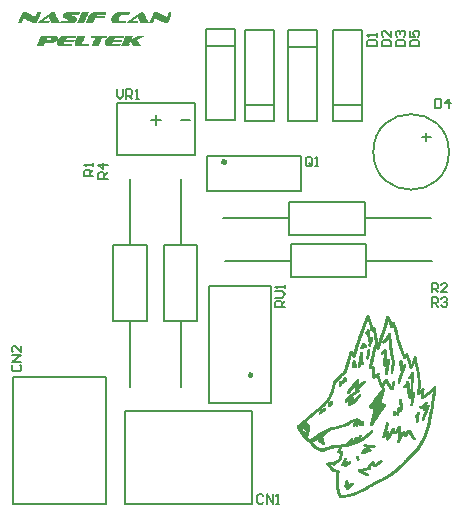
<source format=gto>
G04*
G04 #@! TF.GenerationSoftware,Altium Limited,Altium Designer,20.0.10 (225)*
G04*
G04 Layer_Color=65535*
%FSLAX25Y25*%
%MOIN*%
G70*
G01*
G75*
%ADD10C,0.01181*%
%ADD11C,0.01575*%
%ADD12C,0.00787*%
%ADD13C,0.00148*%
%ADD14C,0.00070*%
%ADD15C,0.00591*%
D10*
X81890Y45276D02*
G03*
X81890Y45276I-394J0D01*
G01*
D11*
X72916Y116339D02*
G03*
X72916Y116339I-278J0D01*
G01*
D12*
X147638Y119685D02*
G03*
X147638Y119685I-12598J0D01*
G01*
X2165Y2165D02*
X33268D01*
X2165D02*
Y44685D01*
X33268D01*
Y2165D02*
Y44685D01*
X82087Y2165D02*
Y33268D01*
X39567Y2165D02*
X82087D01*
X39567D02*
Y33268D01*
X82087D01*
X69029Y35958D02*
X88189D01*
Y75150D01*
X67656D02*
X88189D01*
X67656Y35958D02*
Y75150D01*
Y35958D02*
X69029D01*
X94882Y77953D02*
X120079D01*
Y83465D01*
X94882Y88976D02*
X120079D01*
X94882Y77953D02*
Y83465D01*
Y88976D01*
X72835Y83465D02*
X94882D01*
X120079D02*
Y88976D01*
Y83465D02*
X142126D01*
X94488Y103150D02*
X119685D01*
X94488Y97638D02*
Y103150D01*
Y92126D02*
X119685D01*
Y97638D02*
Y103150D01*
Y92126D02*
Y97638D01*
X141732D01*
X94488Y92126D02*
Y97638D01*
X72441D02*
X94488D01*
X67126Y118307D02*
X98228D01*
Y106496D02*
Y118307D01*
X67126Y106496D02*
X98228D01*
X67126D02*
Y118307D01*
X138746Y124569D02*
X141501D01*
X140123Y123191D02*
Y125947D01*
X52756Y63386D02*
Y88583D01*
Y63386D02*
X58268D01*
X63779D02*
Y88583D01*
X52756D02*
X58268D01*
X63779D01*
X58268D02*
Y110630D01*
Y63386D02*
X63779D01*
X58268Y41339D02*
Y63386D01*
X46850D02*
Y88583D01*
X41339D02*
X46850D01*
X35827Y63386D02*
Y88583D01*
X41339Y63386D02*
X46850D01*
X35827D02*
X41339D01*
Y41339D02*
Y63386D01*
X35827Y88583D02*
X41339D01*
Y110630D01*
X37008Y118504D02*
Y135827D01*
Y118504D02*
X62992D01*
X37008Y135827D02*
X62992D01*
Y118504D02*
Y135827D01*
X48425Y130315D02*
X51575D01*
X50000Y128740D02*
Y131890D01*
X58268Y130315D02*
X61417D01*
X109055Y135404D02*
X118464D01*
X108849Y129930D02*
Y160236D01*
X118502D01*
Y129930D02*
Y160236D01*
X108849Y129930D02*
X118502D01*
X94135Y154753D02*
X103543D01*
X103750Y129921D02*
Y160227D01*
X94096Y129921D02*
X103750D01*
X94096D02*
Y160227D01*
X103750D01*
X79921Y135404D02*
X89330D01*
X79715Y129930D02*
Y160236D01*
X89368D01*
Y129930D02*
Y160236D01*
X79715Y129930D02*
X89368D01*
X66576Y155147D02*
X75984D01*
X76191Y130315D02*
Y160621D01*
X66537Y130315D02*
X76191D01*
X66537D02*
Y160621D01*
X76191D01*
D13*
X5502Y166192D02*
X6689D01*
X10400D02*
X11290D01*
X15149D02*
X15891D01*
X20047D02*
X24203D01*
X25242D02*
X27172D01*
X28953D02*
X33109D01*
X36968D02*
X40975D01*
X44834D02*
X45428D01*
X49287D02*
X50474D01*
X54185D02*
X54779D01*
X5353Y166044D02*
X6986D01*
X10400D02*
X11290D01*
X14852D02*
X15891D01*
X19750D02*
X24203D01*
X25094D02*
X27023D01*
X28508D02*
X33109D01*
X36522D02*
X40975D01*
X44537D02*
X45576D01*
X49139D02*
X50771D01*
X54185D02*
X54779D01*
X5353Y165895D02*
X7283D01*
X10251D02*
X11142D01*
X14704D02*
X16040D01*
X19454D02*
X24203D01*
X25094D02*
X27023D01*
X28211D02*
X33109D01*
X36226D02*
X40975D01*
X44389D02*
X45576D01*
X49139D02*
X51068D01*
X54037D02*
X54779D01*
X5205Y165747D02*
X7580D01*
X10251D02*
X11142D01*
X14556D02*
X16040D01*
X19305D02*
X24055D01*
X24945D02*
X26875D01*
X28062D02*
X32960D01*
X36077D02*
X40827D01*
X44092D02*
X45725D01*
X48990D02*
X51365D01*
X54037D02*
X54779D01*
X5205Y165598D02*
X7876D01*
X10103D02*
X11142D01*
X14259D02*
X16188D01*
X19157D02*
X21235D01*
X24945D02*
X26875D01*
X27914D02*
X30140D01*
X35929D02*
X38007D01*
X43944D02*
X45873D01*
X48990D02*
X51662D01*
X53888D02*
X54779D01*
X5056Y165450D02*
X8173D01*
X10103D02*
X10993D01*
X14110D02*
X16188D01*
X19157D02*
X21531D01*
X24797D02*
X26875D01*
X27765D02*
X29992D01*
X35780D02*
X37858D01*
X43647D02*
X45873D01*
X48842D02*
X51959D01*
X53888D02*
X54779D01*
X5056Y165302D02*
X8470D01*
X10103D02*
X10993D01*
X13813D02*
X16337D01*
X19157D02*
X21828D01*
X24797D02*
X26726D01*
X27617D02*
X29843D01*
X35632D02*
X37710D01*
X43498D02*
X46022D01*
X48842D02*
X52255D01*
X53888D02*
X54779D01*
X5056Y165153D02*
X8767D01*
X9954D02*
X10845D01*
X13665D02*
X16337D01*
X19008D02*
X22125D01*
X24648D02*
X26726D01*
X27617D02*
X29695D01*
X35484D02*
X37710D01*
X43350D02*
X46022D01*
X48842D02*
X52552D01*
X53740D02*
X54630D01*
X4908Y165005D02*
X9064D01*
X9954D02*
X10845D01*
X13368D02*
X16485D01*
X19008D02*
X22274D01*
X24648D02*
X26578D01*
X27468D02*
X29695D01*
X30140D02*
X32515D01*
X35335D02*
X37561D01*
X43053D02*
X46170D01*
X48693D02*
X52849D01*
X53740D02*
X54630D01*
X4908Y164856D02*
X9361D01*
X9806D02*
X10696D01*
X13220D02*
X13962D01*
X14110D02*
X16485D01*
X19157D02*
X22570D01*
X24500D02*
X26578D01*
X27468D02*
X29546D01*
X29992D02*
X32515D01*
X35187D02*
X37561D01*
X42905D02*
X43498D01*
X43795D02*
X46170D01*
X48693D02*
X53146D01*
X53591D02*
X54482D01*
X4760Y164708D02*
X10696D01*
X12923D02*
X13665D01*
X14259D02*
X16634D01*
X19157D02*
X22867D01*
X24500D02*
X26430D01*
X27320D02*
X29546D01*
X29843D02*
X32515D01*
X35187D02*
X37413D01*
X42608D02*
X43350D01*
X43944D02*
X46319D01*
X48545D02*
X54482D01*
X4760Y164559D02*
X10548D01*
X12774D02*
X13517D01*
X14259D02*
X16782D01*
X19454D02*
X23016D01*
X24500D02*
X26430D01*
X27320D02*
X29398D01*
X29843D02*
X32367D01*
X35187D02*
X37413D01*
X42459D02*
X43053D01*
X43944D02*
X46319D01*
X48545D02*
X54334D01*
X4611Y164411D02*
X5502D01*
X5798D02*
X10548D01*
X12626D02*
X13220D01*
X14407D02*
X16782D01*
X19602D02*
X23313D01*
X24352D02*
X26281D01*
X27172D02*
X29398D01*
X35038D02*
X37265D01*
X42163D02*
X42905D01*
X44092D02*
X46467D01*
X48397D02*
X49287D01*
X49584D02*
X54334D01*
X4611Y164263D02*
X5502D01*
X6244D02*
X10548D01*
X12329D02*
X13071D01*
X14407D02*
X16930D01*
X19899D02*
X23313D01*
X24352D02*
X26281D01*
X27172D02*
X29250D01*
X35038D02*
X37265D01*
X42014D02*
X42608D01*
X44092D02*
X46467D01*
X48397D02*
X49287D01*
X50029D02*
X54334D01*
X4463Y164114D02*
X5353D01*
X6541D02*
X10400D01*
X12181D02*
X12774D01*
X14556D02*
X16930D01*
X20196D02*
X23313D01*
X24203D02*
X26281D01*
X27023D02*
X29250D01*
X35038D02*
X37265D01*
X41717D02*
X42459D01*
X44241D02*
X46615D01*
X48248D02*
X49139D01*
X50326D02*
X54185D01*
X4463Y163966D02*
X5353D01*
X6837D02*
X10400D01*
X11884D02*
X12626D01*
X14556D02*
X17079D01*
X20493D02*
X23313D01*
X24203D02*
X26133D01*
X27023D02*
X29101D01*
X35038D02*
X37116D01*
X41569D02*
X42311D01*
X44241D02*
X46615D01*
X48248D02*
X49139D01*
X50623D02*
X54185D01*
X4463Y163817D02*
X5353D01*
X7134D02*
X10251D01*
X11735D02*
X12329D01*
X14704D02*
X17079D01*
X20641D02*
X23313D01*
X24055D02*
X26133D01*
X26875D02*
X29101D01*
X35038D02*
X37116D01*
X41421D02*
X42014D01*
X44389D02*
X46764D01*
X48248D02*
X49139D01*
X50920D02*
X54037D01*
X4314Y163669D02*
X5205D01*
X7431D02*
X10251D01*
X11439D02*
X12181D01*
X14704D02*
X17227D01*
X20938D02*
X23313D01*
X24055D02*
X25984D01*
X26875D02*
X29101D01*
X35038D02*
X37116D01*
X41124D02*
X41866D01*
X44389D02*
X46912D01*
X48100D02*
X48990D01*
X51217D02*
X54037D01*
X4314Y163521D02*
X5205D01*
X7728D02*
X10103D01*
X11290D02*
X12032D01*
X14852D02*
X17227D01*
X21235D02*
X23164D01*
X23906D02*
X25984D01*
X26875D02*
X28953D01*
X35038D02*
X37265D01*
X40975D02*
X41569D01*
X44537D02*
X46912D01*
X48100D02*
X48990D01*
X51513D02*
X53888D01*
X4166Y163372D02*
X5056D01*
X8025D02*
X10103D01*
X10993D02*
X14259D01*
X14852D02*
X17376D01*
X18266D02*
X23164D01*
X23906D02*
X25836D01*
X26726D02*
X28953D01*
X35187D02*
X39788D01*
X40678D02*
X43795D01*
X44537D02*
X47061D01*
X47951D02*
X48842D01*
X51810D02*
X53888D01*
X4166Y163224D02*
X5056D01*
X8470D02*
X9954D01*
X10845D02*
X14110D01*
X15001D02*
X17376D01*
X18266D02*
X22867D01*
X23906D02*
X25836D01*
X26726D02*
X28804D01*
X35187D02*
X39788D01*
X40530D02*
X43795D01*
X44686D02*
X47061D01*
X47951D02*
X48842D01*
X52255D02*
X53740D01*
X4017Y163075D02*
X4908D01*
X8767D02*
X9954D01*
X10696D02*
X14110D01*
X15001D02*
X17524D01*
X18118D02*
X22719D01*
X23758D02*
X25687D01*
X26578D02*
X28804D01*
X35484D02*
X39639D01*
X40233D02*
X43795D01*
X44686D02*
X47209D01*
X47803D02*
X48693D01*
X52552D02*
X53740D01*
X4017Y162927D02*
X4908D01*
X9064D02*
X9806D01*
X10548D02*
X13962D01*
X15149D02*
X17524D01*
X18118D02*
X22274D01*
X23758D02*
X25687D01*
X26578D02*
X28656D01*
X35780D02*
X39639D01*
X40233D02*
X43647D01*
X44834D02*
X47209D01*
X47803D02*
X48693D01*
X52849D02*
X53591D01*
X11735Y158326D02*
X16634D01*
X18711D02*
X23016D01*
X23906D02*
X25984D01*
X28359D02*
X33406D01*
X34741D02*
X39046D01*
X39936D02*
X41866D01*
X44092D02*
X45725D01*
X11587Y158177D02*
X16782D01*
X18415D02*
X23016D01*
X23758D02*
X25984D01*
X28359D02*
X33406D01*
X34444D02*
X38897D01*
X39788D02*
X41717D01*
X43795D02*
X45279D01*
X11587Y158029D02*
X16782D01*
X18118D02*
X23016D01*
X23758D02*
X25836D01*
X28211D02*
X33257D01*
X34148D02*
X38897D01*
X39788D02*
X41717D01*
X43498D02*
X44983D01*
X11439Y157880D02*
X13517D01*
X14556D02*
X16930D01*
X17969D02*
X20344D01*
X23609D02*
X25836D01*
X29695D02*
X31773D01*
X33851D02*
X36226D01*
X39639D02*
X41569D01*
X43053D02*
X44686D01*
X11439Y157732D02*
X13368D01*
X14852D02*
X16930D01*
X17821D02*
X19899D01*
X23609D02*
X25687D01*
X29695D02*
X31624D01*
X33702D02*
X35929D01*
X39639D02*
X41569D01*
X42756D02*
X44389D01*
X11290Y157583D02*
X13368D01*
X14852D02*
X16930D01*
X17673D02*
X19750D01*
X23461D02*
X25687D01*
X29546D02*
X31624D01*
X33554D02*
X35780D01*
X39491D02*
X41569D01*
X42459D02*
X43944D01*
X11290Y157435D02*
X13220D01*
X14852D02*
X16930D01*
X17524D02*
X19602D01*
X23461D02*
X25687D01*
X29546D02*
X31476D01*
X33406D02*
X35632D01*
X39491D02*
X41421D01*
X42163D02*
X43647D01*
X11142Y157287D02*
X13220D01*
X14852D02*
X16782D01*
X17376D02*
X19602D01*
X23461D02*
X25539D01*
X29546D02*
X31476D01*
X33257D02*
X35484D01*
X39342D02*
X41421D01*
X41717D02*
X43350D01*
X11142Y157138D02*
X13071D01*
X14704D02*
X16782D01*
X17227D02*
X19454D01*
X19899D02*
X22570D01*
X23313D02*
X25539D01*
X29398D02*
X31328D01*
X33257D02*
X35484D01*
X35929D02*
X38452D01*
X39342D02*
X41272D01*
X41569D02*
X43202D01*
X11142Y156990D02*
X13071D01*
X14556D02*
X16634D01*
X17227D02*
X19454D01*
X19750D02*
X22422D01*
X23313D02*
X25391D01*
X29398D02*
X31328D01*
X33109D02*
X35335D01*
X35780D02*
X38452D01*
X39342D02*
X41272D01*
X41421D02*
X43350D01*
X10993Y156841D02*
X12923D01*
X13368D02*
X16485D01*
X17079D02*
X19454D01*
X19750D02*
X22422D01*
X23164D02*
X25391D01*
X29250D02*
X31179D01*
X33109D02*
X35335D01*
X35780D02*
X38304D01*
X39194D02*
X41124D01*
X41421D02*
X43350D01*
X10993Y156693D02*
X12923D01*
X13220D02*
X16337D01*
X17079D02*
X19305D01*
X19750D02*
X22274D01*
X23164D02*
X25242D01*
X29250D02*
X31179D01*
X32960D02*
X35335D01*
X35632D02*
X38304D01*
X39194D02*
X41124D01*
X41421D02*
X43498D01*
X10845Y156544D02*
X12774D01*
X13220D02*
X16040D01*
X17079D02*
X19305D01*
X23016D02*
X25242D01*
X29101D02*
X31031D01*
X32960D02*
X35187D01*
X39046D02*
X40975D01*
X41569D02*
X43647D01*
X10845Y156396D02*
X12774D01*
X13071D02*
X15743D01*
X16930D02*
X19157D01*
X23016D02*
X25094D01*
X29101D02*
X31031D01*
X32960D02*
X35187D01*
X39046D02*
X40975D01*
X41717D02*
X43795D01*
X10696Y156248D02*
X12774D01*
X16930D02*
X19157D01*
X22867D02*
X25094D01*
X28953D02*
X31031D01*
X32960D02*
X35038D01*
X38897D02*
X40975D01*
X41717D02*
X43944D01*
X10696Y156099D02*
X12626D01*
X16930D02*
X19157D01*
X22867D02*
X25094D01*
X28953D02*
X30882D01*
X32960D02*
X35038D01*
X38897D02*
X40827D01*
X41866D02*
X43944D01*
X10548Y155951D02*
X12626D01*
X16930D02*
X19008D01*
X22867D02*
X24945D01*
X28953D02*
X30882D01*
X32960D02*
X35038D01*
X38749D02*
X40827D01*
X42014D02*
X44092D01*
X10548Y155802D02*
X12478D01*
X17079D02*
X19157D01*
X22867D02*
X25094D01*
X28804D02*
X30734D01*
X32960D02*
X35038D01*
X38749D02*
X40678D01*
X42014D02*
X44241D01*
X10548Y155654D02*
X12478D01*
X17079D02*
X19454D01*
X21680D02*
X21828D01*
X22867D02*
X25391D01*
X28804D02*
X30734D01*
X32960D02*
X35335D01*
X38749D02*
X40678D01*
X40827D02*
X40975D01*
X42163D02*
X44389D01*
X10400Y155506D02*
X12329D01*
X17079D02*
X21828D01*
X22867D02*
X27468D01*
X28656D02*
X30585D01*
X33109D02*
X37858D01*
X38600D02*
X40530D01*
X42311D02*
X44389D01*
X10400Y155357D02*
X12329D01*
X17227D02*
X21828D01*
X23016D02*
X27320D01*
X28656D02*
X30585D01*
X33257D02*
X37710D01*
X38600D02*
X40530D01*
X42311D02*
X44537D01*
X10251Y155209D02*
X12181D01*
X17524D02*
X21680D01*
X23164D02*
X27320D01*
X28508D02*
X30585D01*
X33406D02*
X37710D01*
X38452D02*
X40382D01*
X42459D02*
X44686D01*
D14*
X111551Y4628D02*
X111968D01*
X111273Y4697D02*
X112385D01*
X111065Y4767D02*
X113150D01*
X110995Y4836D02*
X113428D01*
X110925Y4906D02*
X113776D01*
X110925Y4975D02*
X113984D01*
X110856Y5045D02*
X114193D01*
X110856Y5114D02*
X114541D01*
X110786Y5184D02*
X114819D01*
X112177Y5253D02*
X115097D01*
X110717D02*
X111482D01*
X112803Y5323D02*
X115305D01*
X110647D02*
X111482D01*
X113150Y5392D02*
X115583D01*
X110647D02*
X111412D01*
X113498Y5462D02*
X115931D01*
X110647D02*
X111412D01*
X113776Y5531D02*
X116070D01*
X110578D02*
X111343D01*
X113984Y5601D02*
X116279D01*
X110578D02*
X111343D01*
X114262Y5671D02*
X116487D01*
X110578D02*
X111273D01*
X114610Y5740D02*
X116626D01*
X110508D02*
X111273D01*
X114888Y5810D02*
X116765D01*
X110508D02*
X111204D01*
X115097Y5879D02*
X116904D01*
X110508D02*
X111204D01*
X115444Y5948D02*
X117043D01*
X110439D02*
X111134D01*
X115722Y6018D02*
X117182D01*
X110439D02*
X111134D01*
X115931Y6088D02*
X117391D01*
X110439D02*
X111065D01*
X116070Y6157D02*
X117530D01*
X110439D02*
X111065D01*
X116279Y6227D02*
X117599D01*
X110439D02*
X110995D01*
X116418Y6296D02*
X117738D01*
X110369D02*
X110995D01*
X116557Y6366D02*
X117947D01*
X110369D02*
X110995D01*
X116696Y6435D02*
X118086D01*
X110369D02*
X110995D01*
X116835Y6505D02*
X118225D01*
X110369D02*
X110995D01*
X116974Y6574D02*
X118364D01*
X110300D02*
X110925D01*
X117113Y6644D02*
X118573D01*
X110300D02*
X110925D01*
X117252Y6713D02*
X118712D01*
X110300D02*
X110925D01*
X117391Y6783D02*
X118851D01*
X110300D02*
X110925D01*
X117530Y6852D02*
X118990D01*
X110300D02*
X110925D01*
X117669Y6922D02*
X119129D01*
X110300D02*
X110925D01*
X117808Y6991D02*
X119268D01*
X110230D02*
X110856D01*
X118017Y7061D02*
X119407D01*
X110230D02*
X110856D01*
X118156Y7130D02*
X119615D01*
X110230D02*
X110856D01*
X118295Y7200D02*
X119685D01*
X113498D02*
X113637D01*
X110230D02*
X110856D01*
X118503Y7269D02*
X119824D01*
X113359D02*
X113776D01*
X110230D02*
X110856D01*
X118642Y7339D02*
X119963D01*
X113289D02*
X113845D01*
X110230D02*
X110786D01*
X118712Y7408D02*
X120033D01*
X113289D02*
X113915D01*
X110161D02*
X110786D01*
X118851Y7478D02*
X120172D01*
X113220D02*
X113984D01*
X110161D02*
X110786D01*
X119059Y7547D02*
X120241D01*
X113220D02*
X114054D01*
X110161D02*
X110786D01*
X119198Y7617D02*
X120380D01*
X113220D02*
X114123D01*
X110161D02*
X110786D01*
X119337Y7687D02*
X120450D01*
X113220D02*
X114193D01*
X110161D02*
X110786D01*
X119476Y7756D02*
X120589D01*
X113289D02*
X114262D01*
X110161D02*
X110786D01*
X119546Y7826D02*
X120658D01*
X113289D02*
X114262D01*
X110161D02*
X110786D01*
X119685Y7895D02*
X120797D01*
X113289D02*
X114332D01*
X110161D02*
X110717D01*
X119755Y7965D02*
X120936D01*
X113289D02*
X114401D01*
X110091D02*
X110717D01*
X119894Y8034D02*
X121006D01*
X113289D02*
X114471D01*
X110091D02*
X110717D01*
X119963Y8104D02*
X121145D01*
X113289D02*
X114541D01*
X112942D02*
X113220D01*
X110091D02*
X110717D01*
X120102Y8173D02*
X121284D01*
X112803D02*
X114610D01*
X110091D02*
X110717D01*
X120172Y8243D02*
X121423D01*
X113359D02*
X114680D01*
X112803D02*
X113289D01*
X110091D02*
X110717D01*
X120311Y8312D02*
X121493D01*
X112803D02*
X114749D01*
X110091D02*
X110717D01*
X120380Y8382D02*
X121701D01*
X112803D02*
X114819D01*
X110091D02*
X110717D01*
X120519Y8451D02*
X121840D01*
X114054D02*
X114888D01*
X112803D02*
X113984D01*
X110091D02*
X110717D01*
X120658Y8521D02*
X121979D01*
X114123D02*
X114958D01*
X112803D02*
X113984D01*
X110091D02*
X110717D01*
X120728Y8590D02*
X122118D01*
X114193D02*
X115027D01*
X112803D02*
X114054D01*
X110091D02*
X110717D01*
X120867Y8660D02*
X122188D01*
X114262D02*
X115097D01*
X112872D02*
X114054D01*
X110091D02*
X110717D01*
X121006Y8729D02*
X122327D01*
X114332D02*
X115166D01*
X112872D02*
X114054D01*
X110091D02*
X110717D01*
X121145Y8799D02*
X122466D01*
X114401D02*
X115236D01*
X112872D02*
X114054D01*
X110091D02*
X110647D01*
X121284Y8868D02*
X122605D01*
X114471D02*
X115305D01*
X112942D02*
X114123D01*
X110091D02*
X110647D01*
X121423Y8938D02*
X122744D01*
X114541D02*
X115375D01*
X112942D02*
X114123D01*
X110091D02*
X110647D01*
X121562Y9007D02*
X122813D01*
X114610D02*
X115444D01*
X112942D02*
X114123D01*
X110091D02*
X110647D01*
X121701Y9077D02*
X122952D01*
X114680D02*
X115514D01*
X112942D02*
X114123D01*
X110091D02*
X110647D01*
X121840Y9146D02*
X123091D01*
X114749D02*
X115514D01*
X113011D02*
X114123D01*
X110022D02*
X110647D01*
X121910Y9216D02*
X123231D01*
X114819D02*
X115514D01*
X113011D02*
X114123D01*
X110022D02*
X110647D01*
X122118Y9285D02*
X123370D01*
X114958D02*
X115444D01*
X113011D02*
X114123D01*
X110022D02*
X110647D01*
X122188Y9355D02*
X123509D01*
X115027D02*
X115444D01*
X113011D02*
X114123D01*
X110022D02*
X110647D01*
X122327Y9425D02*
X123648D01*
X115166D02*
X115236D01*
X113081D02*
X114054D01*
X110022D02*
X110647D01*
X122466Y9494D02*
X123717D01*
X113776D02*
X113915D01*
X113081D02*
X113706D01*
X110022D02*
X110647D01*
X122535Y9564D02*
X123856D01*
X113081D02*
X113637D01*
X110022D02*
X110647D01*
X122674Y9633D02*
X124065D01*
X113081D02*
X113706D01*
X110022D02*
X110647D01*
X122813Y9703D02*
X124204D01*
X113081D02*
X113706D01*
X110022D02*
X110647D01*
X122952Y9772D02*
X124273D01*
X113150D02*
X113706D01*
X110022D02*
X110647D01*
X123091Y9842D02*
X124482D01*
X113150D02*
X113706D01*
X110022D02*
X110647D01*
X123231Y9911D02*
X124621D01*
X113150D02*
X113706D01*
X110022D02*
X110647D01*
X123370Y9981D02*
X124760D01*
X113150D02*
X113706D01*
X110022D02*
X110647D01*
X123509Y10050D02*
X124899D01*
X113150D02*
X113706D01*
X110022D02*
X110647D01*
X123648Y10120D02*
X125038D01*
X113150D02*
X113706D01*
X110022D02*
X110647D01*
X123717Y10189D02*
X125177D01*
X113220D02*
X113706D01*
X110022D02*
X110647D01*
X123926Y10259D02*
X125316D01*
X113289D02*
X113567D01*
X110022D02*
X110647D01*
X124065Y10328D02*
X125455D01*
X110022D02*
X110647D01*
X124204Y10398D02*
X125594D01*
X110091D02*
X110647D01*
X124343Y10467D02*
X125733D01*
X110091D02*
X110647D01*
X124482Y10537D02*
X125872D01*
X110091D02*
X110647D01*
X124621Y10606D02*
X126011D01*
X110091D02*
X110647D01*
X124760Y10676D02*
X126081D01*
X110091D02*
X110647D01*
X124899Y10745D02*
X126289D01*
X110091D02*
X110717D01*
X125038Y10815D02*
X126359D01*
X110091D02*
X110717D01*
X125177Y10884D02*
X126498D01*
X110091D02*
X110717D01*
X125316Y10954D02*
X126637D01*
X110091D02*
X110717D01*
X125455Y11023D02*
X126776D01*
X110091D02*
X110717D01*
X125594Y11093D02*
X126915D01*
X110091D02*
X110717D01*
X125733Y11163D02*
X126985D01*
X110091D02*
X110717D01*
X125872Y11232D02*
X127124D01*
X110091D02*
X110717D01*
X125942Y11302D02*
X127193D01*
X110091D02*
X110717D01*
X126081Y11371D02*
X127332D01*
X110091D02*
X110717D01*
X126220Y11441D02*
X127402D01*
X110091D02*
X110717D01*
X126359Y11510D02*
X127541D01*
X110091D02*
X110717D01*
X126498Y11580D02*
X127610D01*
X110091D02*
X110717D01*
X126567Y11649D02*
X127749D01*
X110091D02*
X110717D01*
X126707Y11719D02*
X127819D01*
X110091D02*
X110717D01*
X126846Y11788D02*
X127958D01*
X110161D02*
X110717D01*
X126915Y11858D02*
X128097D01*
X110161D02*
X110717D01*
X126985Y11927D02*
X128166D01*
X119963D02*
X120450D01*
X110161D02*
X110786D01*
X127124Y11997D02*
X128236D01*
X119824D02*
X120519D01*
X110161D02*
X110786D01*
X127193Y12066D02*
X128375D01*
X119685D02*
X120589D01*
X110161D02*
X110786D01*
X127332Y12136D02*
X128514D01*
X119615D02*
X120589D01*
X110161D02*
X110786D01*
X127402Y12205D02*
X128514D01*
X119476D02*
X120589D01*
X110161D02*
X110786D01*
X127541Y12275D02*
X128653D01*
X119337D02*
X120589D01*
X110161D02*
X110786D01*
X127610Y12344D02*
X128723D01*
X119198D02*
X120589D01*
X110161D02*
X110786D01*
X127749Y12414D02*
X128792D01*
X119059D02*
X120519D01*
X110161D02*
X110786D01*
X127819Y12483D02*
X128931D01*
X118920D02*
X120450D01*
X110161D02*
X110786D01*
X127958Y12553D02*
X129001D01*
X118851D02*
X120241D01*
X110161D02*
X110786D01*
X128027Y12622D02*
X129140D01*
X118712D02*
X119963D01*
X110161D02*
X110786D01*
X128097Y12692D02*
X129209D01*
X118573D02*
X119894D01*
X110161D02*
X110786D01*
X128236Y12762D02*
X129348D01*
X118434D02*
X119755D01*
X110161D02*
X110786D01*
X128305Y12831D02*
X129418D01*
X118295D02*
X119615D01*
X110230D02*
X110786D01*
X128375Y12900D02*
X129487D01*
X118225D02*
X119476D01*
X110230D02*
X110786D01*
X128514Y12970D02*
X129626D01*
X118086D02*
X119268D01*
X110230D02*
X110786D01*
X128584Y13040D02*
X129765D01*
X117947D02*
X119198D01*
X110161D02*
X110856D01*
X128653Y13109D02*
X129835D01*
X117808D02*
X119059D01*
X110091D02*
X110925D01*
X128792Y13179D02*
X129904D01*
X117669D02*
X118920D01*
X109883D02*
X110925D01*
X128862Y13248D02*
X129974D01*
X117530D02*
X118781D01*
X109257D02*
X110925D01*
X128931Y13318D02*
X130113D01*
X117391D02*
X118642D01*
X109118D02*
X110925D01*
X129070Y13387D02*
X130183D01*
X117321D02*
X118503D01*
X108909D02*
X110925D01*
X129140Y13457D02*
X130183D01*
X117252D02*
X118364D01*
X108770D02*
X110856D01*
X129279Y13526D02*
X130322D01*
X117182D02*
X118503D01*
X108701D02*
X110717D01*
X129348Y13596D02*
X130391D01*
X117182D02*
X118851D01*
X108631D02*
X110578D01*
X129418Y13665D02*
X130461D01*
X117182D02*
X119268D01*
X108631D02*
X110369D01*
X129557Y13735D02*
X130530D01*
X117182D02*
X119615D01*
X108562D02*
X110091D01*
X129626Y13804D02*
X130600D01*
X117252D02*
X119894D01*
X108492D02*
X109813D01*
X129696Y13874D02*
X130669D01*
X117321D02*
X120380D01*
X108423D02*
X109605D01*
X129765Y13943D02*
X130739D01*
X117669D02*
X121006D01*
X108353D02*
X109257D01*
X129835Y14013D02*
X130808D01*
X118086D02*
X121214D01*
X108284D02*
X109118D01*
X129904Y14082D02*
X130878D01*
X118364D02*
X121284D01*
X108214D02*
X109048D01*
X129974Y14152D02*
X130947D01*
X118712D02*
X121284D01*
X108145D02*
X108979D01*
X130043Y14221D02*
X131017D01*
X118990D02*
X121353D01*
X108075D02*
X108909D01*
X130113Y14291D02*
X131156D01*
X119337D02*
X121353D01*
X108006D02*
X108840D01*
X130183Y14360D02*
X131225D01*
X119615D02*
X121284D01*
X107936D02*
X108770D01*
X130252Y14430D02*
X131295D01*
X119963D02*
X121284D01*
X107936D02*
X108701D01*
X130322Y14500D02*
X131364D01*
X120450D02*
X121214D01*
X107867D02*
X108631D01*
X130391Y14569D02*
X131434D01*
X107797D02*
X108562D01*
X130461Y14638D02*
X131573D01*
X107728D02*
X108492D01*
X130530Y14708D02*
X131642D01*
X107658D02*
X108423D01*
X130600Y14777D02*
X131712D01*
X107589D02*
X108353D01*
X130739Y14847D02*
X131781D01*
X120867D02*
X121075D01*
X107519D02*
X108284D01*
X130808Y14917D02*
X131921D01*
X120728D02*
X121145D01*
X107449D02*
X108214D01*
X130878Y14986D02*
X131990D01*
X122744D02*
X122952D01*
X120658D02*
X121214D01*
X112803D02*
X113220D01*
X107380D02*
X108145D01*
X130947Y15056D02*
X132060D01*
X122535D02*
X123161D01*
X120658D02*
X121284D01*
X112733D02*
X113289D01*
X107310D02*
X108075D01*
X131017Y15125D02*
X132129D01*
X122396D02*
X123231D01*
X120658D02*
X121423D01*
X112733D02*
X113359D01*
X107241D02*
X108006D01*
X131156Y15195D02*
X132199D01*
X122327D02*
X123300D01*
X120658D02*
X121493D01*
X112663D02*
X113428D01*
X107171D02*
X107936D01*
X131225Y15264D02*
X132268D01*
X122257D02*
X123439D01*
X120658D02*
X121562D01*
X112663D02*
X113498D01*
X111899D02*
X112246D01*
X107102D02*
X107867D01*
X131295Y15334D02*
X132338D01*
X122257D02*
X123578D01*
X120658D02*
X121562D01*
X112663D02*
X113567D01*
X111829D02*
X112316D01*
X107032D02*
X107797D01*
X131364Y15403D02*
X132407D01*
X122188D02*
X123717D01*
X120728D02*
X121632D01*
X112733D02*
X113706D01*
X111829D02*
X112385D01*
X109048D02*
X109327D01*
X106963D02*
X107728D01*
X131434Y15473D02*
X132477D01*
X122118D02*
X123787D01*
X120797D02*
X121701D01*
X112733D02*
X113776D01*
X111829D02*
X112455D01*
X108979D02*
X109396D01*
X106893D02*
X107658D01*
X131573Y15542D02*
X132546D01*
X122049D02*
X123856D01*
X120936D02*
X121771D01*
X112733D02*
X113845D01*
X111829D02*
X112594D01*
X108979D02*
X109466D01*
X106893D02*
X107728D01*
X131642Y15612D02*
X132616D01*
X122049D02*
X123995D01*
X121006D02*
X121840D01*
X112733D02*
X113915D01*
X111829D02*
X112663D01*
X108909D02*
X109605D01*
X106824D02*
X107867D01*
X131712Y15681D02*
X132685D01*
X121979D02*
X124065D01*
X121075D02*
X121910D01*
X111829D02*
X114054D01*
X106824D02*
X109674D01*
X131781Y15751D02*
X132755D01*
X121145D02*
X124134D01*
X111899D02*
X114123D01*
X106824D02*
X109744D01*
X131851Y15820D02*
X132824D01*
X123161D02*
X124273D01*
X122813D02*
X122952D01*
X121214D02*
X122674D01*
X111899D02*
X114193D01*
X106824D02*
X109813D01*
X131921Y15890D02*
X132894D01*
X123300D02*
X124343D01*
X121284D02*
X122605D01*
X111899D02*
X114332D01*
X106824D02*
X109883D01*
X131990Y15959D02*
X132963D01*
X123370D02*
X124412D01*
X121353D02*
X122605D01*
X111968D02*
X114401D01*
X106893D02*
X110022D01*
X132060Y16029D02*
X133033D01*
X123509D02*
X124482D01*
X121423D02*
X122535D01*
X111968D02*
X114541D01*
X106963D02*
X110161D01*
X132129Y16098D02*
X133102D01*
X123578D02*
X124621D01*
X121493D02*
X122535D01*
X112038D02*
X114610D01*
X107310D02*
X110161D01*
X132199Y16168D02*
X133172D01*
X123648D02*
X124690D01*
X121562D02*
X122535D01*
X113706D02*
X114680D01*
X112038D02*
X113637D01*
X107380D02*
X110230D01*
X132268Y16238D02*
X133241D01*
X123787D02*
X124760D01*
X121562D02*
X122466D01*
X113776D02*
X114680D01*
X112038D02*
X113567D01*
X109048D02*
X110300D01*
X107936D02*
X108631D01*
X132338Y16307D02*
X133311D01*
X123856D02*
X124899D01*
X121632D02*
X122466D01*
X113915D02*
X114680D01*
X112107D02*
X113637D01*
X109187D02*
X110369D01*
X132407Y16376D02*
X133380D01*
X123926D02*
X124969D01*
X121701D02*
X122396D01*
X113984D02*
X114680D01*
X112107D02*
X113637D01*
X109327D02*
X110439D01*
X132407Y16446D02*
X133450D01*
X123995D02*
X125038D01*
X121771D02*
X122396D01*
X114123D02*
X114610D01*
X112177D02*
X113706D01*
X109396D02*
X110508D01*
X132546Y16516D02*
X133519D01*
X124065D02*
X125108D01*
X121910D02*
X122257D01*
X114262D02*
X114541D01*
X112942D02*
X113706D01*
X112177D02*
X112872D01*
X109466D02*
X110647D01*
X132616Y16585D02*
X133519D01*
X124204D02*
X125177D01*
X113011D02*
X113706D01*
X112246D02*
X112872D01*
X109605D02*
X110717D01*
X132616Y16655D02*
X133589D01*
X124273D02*
X125177D01*
X113150D02*
X113706D01*
X112246D02*
X112872D01*
X109744D02*
X110786D01*
X132755Y16724D02*
X133659D01*
X124412D02*
X125177D01*
X113220D02*
X113706D01*
X112316D02*
X112942D01*
X109813D02*
X110856D01*
X132755Y16794D02*
X133728D01*
X124482D02*
X125177D01*
X113289D02*
X113637D01*
X112316D02*
X112942D01*
X110022D02*
X110925D01*
X132824Y16863D02*
X133798D01*
X124690D02*
X125108D01*
X112385D02*
X113011D01*
X110161D02*
X110995D01*
X132894Y16933D02*
X133867D01*
X124760D02*
X124969D01*
X112385D02*
X113011D01*
X110230D02*
X111134D01*
X132963Y17002D02*
X133867D01*
X112455D02*
X113081D01*
X110300D02*
X111412D01*
X133033Y17072D02*
X134006D01*
X117043D02*
X117391D01*
X112455D02*
X113150D01*
X110369D02*
X111482D01*
X133102Y17141D02*
X134006D01*
X117043D02*
X117460D01*
X112524D02*
X113150D01*
X110439D02*
X111482D01*
X133172Y17211D02*
X134076D01*
X116974D02*
X117530D01*
X112524D02*
X113220D01*
X110578D02*
X111551D01*
X133172Y17280D02*
X134145D01*
X116974D02*
X117530D01*
X112594D02*
X113220D01*
X110647D02*
X111551D01*
X133241Y17350D02*
X134215D01*
X116904D02*
X117530D01*
X112594D02*
X113289D01*
X110717D02*
X111551D01*
X133311Y17419D02*
X134284D01*
X116835D02*
X117460D01*
X112663D02*
X113289D01*
X110786D02*
X111621D01*
X133380Y17489D02*
X134354D01*
X116835D02*
X117460D01*
X112663D02*
X113359D01*
X110856D02*
X111621D01*
X133450Y17558D02*
X134423D01*
X116765D02*
X117391D01*
X112733D02*
X113359D01*
X110925D02*
X111621D01*
X133519Y17628D02*
X134493D01*
X116765D02*
X117391D01*
X112733D02*
X113289D01*
X110995D02*
X111621D01*
X133589Y17697D02*
X134562D01*
X116765D02*
X117391D01*
X112803D02*
X113289D01*
X110995D02*
X111621D01*
X133659Y17767D02*
X134632D01*
X116765D02*
X117321D01*
X112872D02*
X113220D01*
X111065D02*
X111621D01*
X133728Y17836D02*
X134701D01*
X116696D02*
X117321D01*
X111065D02*
X111621D01*
X133728Y17906D02*
X134771D01*
X116696D02*
X117321D01*
X111065D02*
X111690D01*
X133798Y17976D02*
X134840D01*
X116696D02*
X117321D01*
X111065D02*
X111690D01*
X133867Y18045D02*
X134910D01*
X116696D02*
X117252D01*
X111065D02*
X111690D01*
X133937Y18114D02*
X134910D01*
X116696D02*
X117252D01*
X111065D02*
X111690D01*
X134006Y18184D02*
X134979D01*
X116765D02*
X117252D01*
X111134D02*
X111760D01*
X134076Y18254D02*
X135049D01*
X116765D02*
X117182D01*
X111134D02*
X111760D01*
X134145Y18323D02*
X135188D01*
X116904D02*
X117113D01*
X111134D02*
X111760D01*
X134215Y18393D02*
X135257D01*
X111134D02*
X111760D01*
X134284Y18462D02*
X135327D01*
X111204D02*
X111760D01*
X134354Y18532D02*
X135397D01*
X111204D02*
X111829D01*
X134423Y18601D02*
X135466D01*
X111204D02*
X111829D01*
X134493Y18671D02*
X135466D01*
X111204D02*
X111829D01*
X134562Y18740D02*
X135605D01*
X111273D02*
X111899D01*
X134632Y18810D02*
X135605D01*
X111273D02*
X111899D01*
X134701Y18879D02*
X135744D01*
X111273D02*
X111899D01*
X134771Y18949D02*
X135814D01*
X111273D02*
X111899D01*
X134840Y19018D02*
X135883D01*
X111343D02*
X111899D01*
X134910Y19088D02*
X135883D01*
X111343D02*
X111968D01*
X134979Y19157D02*
X135953D01*
X111343D02*
X111968D01*
X135049Y19227D02*
X136022D01*
X118573D02*
X118851D01*
X111343D02*
X111968D01*
X135118Y19296D02*
X136092D01*
X118503D02*
X119198D01*
X111412D02*
X112038D01*
X135188Y19366D02*
X136161D01*
X118434D02*
X119407D01*
X111204D02*
X112038D01*
X135257Y19435D02*
X136231D01*
X118434D02*
X119615D01*
X110925D02*
X112038D01*
X135327Y19505D02*
X136300D01*
X118434D02*
X119755D01*
X110717D02*
X112107D01*
X135397Y19574D02*
X136370D01*
X118434D02*
X119963D01*
X110439D02*
X112107D01*
X135466Y19644D02*
X136439D01*
X118434D02*
X120172D01*
X110369D02*
X112107D01*
X135536Y19714D02*
X136509D01*
X118503D02*
X120311D01*
X110369D02*
X112107D01*
X135536Y19783D02*
X136578D01*
X118642D02*
X120450D01*
X110369D02*
X112107D01*
X135605Y19852D02*
X136717D01*
X118781D02*
X120728D01*
X110369D02*
X111968D01*
X135675Y19922D02*
X136717D01*
X118781D02*
X120867D01*
X110439D02*
X111065D01*
X135744Y19992D02*
X136856D01*
X118712D02*
X121075D01*
X110439D02*
X110995D01*
X135814Y20061D02*
X136856D01*
X118712D02*
X121284D01*
X110508D02*
X111065D01*
X104738D02*
X105503D01*
X135883Y20131D02*
X136926D01*
X118712D02*
X121423D01*
X110508D02*
X111065D01*
X104599D02*
X105851D01*
X135953Y20200D02*
X136995D01*
X118712D02*
X121493D01*
X110578D02*
X111134D01*
X104113D02*
X106059D01*
X136092Y20270D02*
X137065D01*
X118712D02*
X121562D01*
X110647D02*
X111134D01*
X103973D02*
X106268D01*
X136161Y20339D02*
X137135D01*
X118712D02*
X121562D01*
X110647D02*
X111134D01*
X103904D02*
X106407D01*
X136231Y20409D02*
X137204D01*
X120172D02*
X121562D01*
X118781D02*
X120102D01*
X110717D02*
X111204D01*
X103904D02*
X106615D01*
X136300Y20478D02*
X137274D01*
X120380D02*
X121562D01*
X118920D02*
X120172D01*
X110717D02*
X111273D01*
X103834D02*
X106824D01*
X136370Y20548D02*
X137343D01*
X120589D02*
X121493D01*
X118990D02*
X120311D01*
X110717D02*
X111273D01*
X103695D02*
X106963D01*
X136439Y20617D02*
X137413D01*
X120797D02*
X121493D01*
X119129D02*
X120450D01*
X110786D02*
X111273D01*
X103487D02*
X107171D01*
X136509Y20687D02*
X137482D01*
X121075D02*
X121353D01*
X119268D02*
X120589D01*
X110786D02*
X111343D01*
X103417D02*
X107380D01*
X136578Y20756D02*
X137552D01*
X119337D02*
X120728D01*
X110856D02*
X111343D01*
X103278D02*
X107589D01*
X136648Y20826D02*
X137621D01*
X119476D02*
X120936D01*
X110856D02*
X111412D01*
X104669D02*
X107797D01*
X103139D02*
X104530D01*
X136648Y20895D02*
X137621D01*
X119615D02*
X121006D01*
X110925D02*
X111482D01*
X104947D02*
X108075D01*
X103070D02*
X104391D01*
X136787Y20965D02*
X137621D01*
X119685D02*
X121075D01*
X110925D02*
X111551D01*
X105155D02*
X108284D01*
X103000D02*
X104252D01*
X136787Y21034D02*
X137621D01*
X119824D02*
X121075D01*
X110995D02*
X111551D01*
X105503D02*
X108701D01*
X102931D02*
X104113D01*
X136856Y21104D02*
X137621D01*
X119963D02*
X121075D01*
X110995D02*
X111621D01*
X105851D02*
X108840D01*
X102792D02*
X103973D01*
X136856Y21173D02*
X137691D01*
X120033D02*
X121075D01*
X111065D02*
X111621D01*
X106198D02*
X109048D01*
X102722D02*
X103834D01*
X136926Y21243D02*
X137760D01*
X120033D02*
X121075D01*
X111065D02*
X111690D01*
X106963D02*
X109605D01*
X106407D02*
X106685D01*
X102653D02*
X103695D01*
X136995Y21312D02*
X137760D01*
X122257D02*
X122674D01*
X119963D02*
X120936D01*
X111134D02*
X111690D01*
X107102D02*
X110300D01*
X102583D02*
X103626D01*
X136995Y21382D02*
X137830D01*
X121562D02*
X122744D01*
X119963D02*
X120658D01*
X111134D02*
X111760D01*
X107241D02*
X110717D01*
X102514D02*
X103487D01*
X137065Y21452D02*
X137899D01*
X120867D02*
X122813D01*
X119894D02*
X120658D01*
X111134D02*
X111760D01*
X107380D02*
X111065D01*
X102444D02*
X103417D01*
X137135Y21521D02*
X137899D01*
X119755D02*
X122813D01*
X107519D02*
X111829D01*
X102374D02*
X103278D01*
X137135Y21590D02*
X137969D01*
X119615D02*
X122883D01*
X107658D02*
X111899D01*
X102305D02*
X103209D01*
X137204Y21660D02*
X138038D01*
X119476D02*
X122813D01*
X107797D02*
X112177D01*
X102235D02*
X103139D01*
X137274Y21730D02*
X138038D01*
X119337D02*
X122813D01*
X107936D02*
X113498D01*
X102166D02*
X103070D01*
X137274Y21799D02*
X138108D01*
X119198D02*
X122744D01*
X108145D02*
X114054D01*
X102096D02*
X103000D01*
X137343Y21869D02*
X138177D01*
X119129D02*
X122605D01*
X108284D02*
X114262D01*
X102027D02*
X102931D01*
X137413Y21938D02*
X138177D01*
X119129D02*
X122118D01*
X109952D02*
X114401D01*
X108492D02*
X109118D01*
X101957D02*
X102792D01*
X137482Y22008D02*
X138177D01*
X119129D02*
X121701D01*
X110439D02*
X114610D01*
X108770D02*
X108979D01*
X101888D02*
X102722D01*
X137482Y22077D02*
X138247D01*
X119129D02*
X121075D01*
X110856D02*
X114749D01*
X101818D02*
X102653D01*
X137552Y22147D02*
X138316D01*
X119129D02*
X120519D01*
X111204D02*
X115027D01*
X101749D02*
X102583D01*
X137552Y22216D02*
X138316D01*
X119198D02*
X120102D01*
X111551D02*
X115444D01*
X105711D02*
X105920D01*
X101679D02*
X102514D01*
X137621Y22286D02*
X138386D01*
X119268D02*
X119685D01*
X111899D02*
X115722D01*
X105572D02*
X105990D01*
X101610D02*
X102514D01*
X137621Y22355D02*
X138455D01*
X112385D02*
X115931D01*
X105503D02*
X106059D01*
X101610D02*
X102514D01*
X137691Y22425D02*
X138525D01*
X113150D02*
X116070D01*
X105433D02*
X106059D01*
X101540D02*
X102444D01*
X137760Y22494D02*
X138525D01*
X113220D02*
X116279D01*
X105364D02*
X106129D01*
X101540D02*
X102374D01*
X137760Y22564D02*
X138594D01*
X113289D02*
X116557D01*
X105225D02*
X106129D01*
X101471D02*
X102305D01*
X137830Y22633D02*
X138594D01*
X113289D02*
X116696D01*
X105086D02*
X106129D01*
X101401D02*
X102235D01*
X137899Y22703D02*
X138664D01*
X114610D02*
X116835D01*
X113359D02*
X114541D01*
X104947D02*
X106059D01*
X101401D02*
X102166D01*
X137899Y22772D02*
X138664D01*
X114958D02*
X117043D01*
X113428D02*
X114541D01*
X104877D02*
X106059D01*
X101332D02*
X102096D01*
X137969Y22842D02*
X138733D01*
X130391D02*
X130739D01*
X115236D02*
X117182D01*
X113567D02*
X114610D01*
X104738D02*
X105990D01*
X101262D02*
X102096D01*
X137969Y22911D02*
X138733D01*
X130322D02*
X130808D01*
X115166D02*
X117391D01*
X113706D02*
X114680D01*
X104669D02*
X105990D01*
X101123D02*
X101957D01*
X138038Y22981D02*
X138803D01*
X130252D02*
X130808D01*
X115097D02*
X117530D01*
X113776D02*
X114749D01*
X104599D02*
X105920D01*
X101123D02*
X101957D01*
X138038Y23050D02*
X138803D01*
X130252D02*
X130878D01*
X115097D02*
X117669D01*
X113915D02*
X114819D01*
X104530D02*
X105920D01*
X100984D02*
X101818D01*
X138108Y23120D02*
X138873D01*
X130252D02*
X130878D01*
X116348D02*
X117808D01*
X115097D02*
X116070D01*
X113984D02*
X114819D01*
X104460D02*
X105851D01*
X100984D02*
X101818D01*
X138108Y23189D02*
X138873D01*
X130252D02*
X130947D01*
X116487D02*
X117947D01*
X115097D02*
X116139D01*
X114054D02*
X114888D01*
X104391D02*
X105781D01*
X100845D02*
X101749D01*
X138177Y23259D02*
X138942D01*
X130322D02*
X130947D01*
X116696D02*
X118086D01*
X115097D02*
X116209D01*
X114123D02*
X114958D01*
X104252D02*
X105781D01*
X101957D02*
X102235D01*
X100776D02*
X101818D01*
X138177Y23328D02*
X139012D01*
X130322D02*
X131017D01*
X116835D02*
X118156D01*
X115166D02*
X116279D01*
X114193D02*
X115027D01*
X104252D02*
X105711D01*
X100706D02*
X102374D01*
X138247Y23398D02*
X139012D01*
X130322D02*
X131086D01*
X116904D02*
X118295D01*
X115236D02*
X116348D01*
X114262D02*
X115027D01*
X105016D02*
X105711D01*
X104182D02*
X104808D01*
X100567D02*
X102444D01*
X138247Y23468D02*
X139081D01*
X130391D02*
X131086D01*
X116904D02*
X118364D01*
X115444D02*
X116348D01*
X114332D02*
X115097D01*
X105016D02*
X105642D01*
X104113D02*
X104738D01*
X100497D02*
X102583D01*
X138316Y23537D02*
X139081D01*
X130391D02*
X131086D01*
X116835D02*
X118503D01*
X115583D02*
X116418D01*
X114401D02*
X115166D01*
X105016D02*
X105642D01*
X104043D02*
X104669D01*
X100428D02*
X102722D01*
X138386Y23607D02*
X139151D01*
X130461D02*
X131156D01*
X116765D02*
X118642D01*
X115653D02*
X116487D01*
X114471D02*
X115166D01*
X104947D02*
X105572D01*
X103973D02*
X104599D01*
X100289D02*
X102861D01*
X138386Y23676D02*
X139220D01*
X130461D02*
X131156D01*
X116765D02*
X118712D01*
X115722D02*
X116557D01*
X114541D02*
X115236D01*
X104877D02*
X105572D01*
X103973D02*
X104599D01*
X100219D02*
X103070D01*
X138455Y23746D02*
X139220D01*
X130530D02*
X131225D01*
X116765D02*
X118781D01*
X115792D02*
X116557D01*
X114610D02*
X115305D01*
X104808D02*
X105572D01*
X103904D02*
X104530D01*
X100080D02*
X103209D01*
X138455Y23815D02*
X139290D01*
X130530D02*
X131225D01*
X126985D02*
X127054D01*
X117808D02*
X118920D01*
X116765D02*
X117669D01*
X115861D02*
X116626D01*
X114610D02*
X115305D01*
X104808D02*
X105572D01*
X103904D02*
X104460D01*
X101262D02*
X103348D01*
X100011D02*
X101123D01*
X138525Y23885D02*
X139290D01*
X130530D02*
X131295D01*
X126846D02*
X127193D01*
X117877D02*
X118990D01*
X116835D02*
X117738D01*
X115861D02*
X116626D01*
X114680D02*
X115305D01*
X104738D02*
X105503D01*
X103834D02*
X104460D01*
X101471D02*
X103487D01*
X99941D02*
X100984D01*
X138594Y23954D02*
X139359D01*
X135883D02*
X136022D01*
X130530D02*
X131295D01*
X126776D02*
X127332D01*
X118017D02*
X119059D01*
X116835D02*
X117738D01*
X115931D02*
X116696D01*
X114749D02*
X115305D01*
X104669D02*
X105503D01*
X103765D02*
X104391D01*
X101540D02*
X103626D01*
X99872D02*
X100915D01*
X138594Y24024D02*
X139359D01*
X135744D02*
X136161D01*
X130600D02*
X131364D01*
X126707D02*
X127402D01*
X118086D02*
X119198D01*
X116974D02*
X117808D01*
X116000D02*
X116765D01*
X114819D02*
X115305D01*
X104669D02*
X105503D01*
X101610D02*
X104321D01*
X99802D02*
X100845D01*
X138664Y24093D02*
X139429D01*
X135675D02*
X136231D01*
X130600D02*
X131364D01*
X126707D02*
X127402D01*
X118225D02*
X119268D01*
X117043D02*
X117877D01*
X116070D02*
X116765D01*
X114819D02*
X115305D01*
X105086D02*
X105503D01*
X104599D02*
X105016D01*
X101679D02*
X104321D01*
X99733D02*
X100776D01*
X138664Y24163D02*
X139429D01*
X135605D02*
X136231D01*
X130600D02*
X131434D01*
X126707D02*
X127471D01*
X118295D02*
X119407D01*
X117113D02*
X117877D01*
X116139D02*
X116835D01*
X114958D02*
X115166D01*
X105155D02*
X105503D01*
X104599D02*
X104947D01*
X101818D02*
X104321D01*
X99663D02*
X100706D01*
X138733Y24232D02*
X139498D01*
X135536D02*
X136231D01*
X130600D02*
X131434D01*
X126707D02*
X127541D01*
X118364D02*
X119476D01*
X117182D02*
X117947D01*
X116139D02*
X116835D01*
X105155D02*
X105503D01*
X104530D02*
X104947D01*
X101888D02*
X104252D01*
X99594D02*
X100636D01*
X138803Y24302D02*
X139568D01*
X135466D02*
X136231D01*
X130600D02*
X131503D01*
X126707D02*
X127610D01*
X118503D02*
X119546D01*
X117182D02*
X117947D01*
X116209D02*
X116904D01*
X105155D02*
X105503D01*
X104530D02*
X104877D01*
X102027D02*
X104252D01*
X99524D02*
X100497D01*
X138803Y24371D02*
X139568D01*
X135397D02*
X136161D01*
X130600D02*
X131503D01*
X126707D02*
X127610D01*
X118573D02*
X119685D01*
X117252D02*
X118017D01*
X116279D02*
X116904D01*
X105155D02*
X105503D01*
X104530D02*
X104877D01*
X102096D02*
X104252D01*
X99455D02*
X100428D01*
X138873Y24441D02*
X139568D01*
X135327D02*
X136161D01*
X130600D02*
X131573D01*
X126707D02*
X127680D01*
X118642D02*
X119755D01*
X117321D02*
X118017D01*
X116279D02*
X116974D01*
X105155D02*
X105433D01*
X104460D02*
X104877D01*
X102166D02*
X104182D01*
X99455D02*
X100358D01*
X138873Y24510D02*
X139637D01*
X135327D02*
X136092D01*
X130600D02*
X131573D01*
X126707D02*
X127749D01*
X125455D02*
X125803D01*
X118781D02*
X119824D01*
X117321D02*
X118017D01*
X116348D02*
X116974D01*
X105155D02*
X105433D01*
X104460D02*
X104877D01*
X102235D02*
X104182D01*
X99385D02*
X100289D01*
X138942Y24580D02*
X139637D01*
X135257D02*
X136022D01*
X130600D02*
X131573D01*
X126707D02*
X127749D01*
X125386D02*
X125942D01*
X118851D02*
X119894D01*
X117391D02*
X118086D01*
X116418D02*
X116974D01*
X105155D02*
X105433D01*
X104460D02*
X104877D01*
X102305D02*
X104182D01*
X99316D02*
X100289D01*
X138942Y24649D02*
X139707D01*
X135188D02*
X135953D01*
X130600D02*
X131642D01*
X126707D02*
X127819D01*
X125386D02*
X126011D01*
X118990D02*
X120033D01*
X117391D02*
X118086D01*
X116418D02*
X116974D01*
X105155D02*
X105433D01*
X104391D02*
X104877D01*
X102374D02*
X104182D01*
X99246D02*
X100289D01*
X139012Y24719D02*
X139707D01*
X135118D02*
X135883D01*
X130600D02*
X131642D01*
X126707D02*
X127819D01*
X125316D02*
X126081D01*
X119059D02*
X120102D01*
X117460D02*
X118086D01*
X116487D02*
X116904D01*
X105155D02*
X105433D01*
X104391D02*
X104877D01*
X102583D02*
X104113D01*
X99177D02*
X100289D01*
X139012Y24788D02*
X139776D01*
X135118D02*
X135883D01*
X130669D02*
X131712D01*
X126707D02*
X127888D01*
X125316D02*
X126150D01*
X119129D02*
X120172D01*
X117460D02*
X118156D01*
X116557D02*
X116835D01*
X105155D02*
X105433D01*
X104391D02*
X104877D01*
X102653D02*
X104113D01*
X99107D02*
X100289D01*
X139012Y24858D02*
X139776D01*
X135049D02*
X135814D01*
X132963D02*
X133102D01*
X130669D02*
X131712D01*
X126707D02*
X127888D01*
X125386D02*
X126289D01*
X119268D02*
X120311D01*
X117530D02*
X118156D01*
X105016D02*
X105503D01*
X104391D02*
X104947D01*
X102792D02*
X104113D01*
X99038D02*
X100358D01*
X139081Y24927D02*
X139846D01*
X135049D02*
X135744D01*
X132824D02*
X133311D01*
X130669D02*
X131781D01*
X126776D02*
X127958D01*
X125386D02*
X126359D01*
X119337D02*
X120380D01*
X117599D02*
X118225D01*
X104391D02*
X105503D01*
X102861D02*
X104113D01*
X98968D02*
X100358D01*
X139081Y24997D02*
X139846D01*
X134979D02*
X135744D01*
X132755D02*
X133380D01*
X130739D02*
X131781D01*
X126776D02*
X127958D01*
X125455D02*
X126428D01*
X119407D02*
X120450D01*
X117599D02*
X118225D01*
X104391D02*
X105503D01*
X102931D02*
X104113D01*
X98899D02*
X100428D01*
X139151Y25067D02*
X139846D01*
X134910D02*
X135675D01*
X132685D02*
X133380D01*
X130739D02*
X131851D01*
X126776D02*
X128027D01*
X125525D02*
X126498D01*
X119476D02*
X120519D01*
X117669D02*
X118225D01*
X104391D02*
X105503D01*
X103000D02*
X104113D01*
X98899D02*
X100428D01*
X139151Y25136D02*
X139915D01*
X134910D02*
X135675D01*
X132616D02*
X133450D01*
X130739D02*
X131851D01*
X126776D02*
X128027D01*
X125525D02*
X126567D01*
X119615D02*
X120589D01*
X117669D02*
X118225D01*
X104321D02*
X105572D01*
X103070D02*
X104113D01*
X98829D02*
X100497D01*
X139220Y25205D02*
X139915D01*
X134840D02*
X135605D01*
X132616D02*
X133519D01*
X130739D02*
X131921D01*
X126776D02*
X128097D01*
X125525D02*
X126567D01*
X119685D02*
X120728D01*
X117738D02*
X118225D01*
X104321D02*
X105642D01*
X103209D02*
X104113D01*
X98760D02*
X100497D01*
X139220Y25275D02*
X139985D01*
X134840D02*
X135605D01*
X132546D02*
X133519D01*
X130739D02*
X131921D01*
X126776D02*
X128166D01*
X125525D02*
X126637D01*
X119755D02*
X120728D01*
X117808D02*
X118156D01*
X104321D02*
X105711D01*
X103278D02*
X104113D01*
X98690D02*
X100497D01*
X139220Y25345D02*
X139985D01*
X134771D02*
X135536D01*
X132546D02*
X133519D01*
X130739D02*
X131921D01*
X125525D02*
X128166D01*
X119824D02*
X120867D01*
X103348D02*
X105851D01*
X98690D02*
X100497D01*
X139290Y25414D02*
X139985D01*
X134701D02*
X135466D01*
X132546D02*
X133589D01*
X130739D02*
X132129D01*
X127471D02*
X128236D01*
X125525D02*
X127402D01*
X119963D02*
X120936D01*
X103417D02*
X105920D01*
X98620D02*
X100567D01*
X139290Y25484D02*
X140054D01*
X134701D02*
X135466D01*
X132477D02*
X133589D01*
X130739D02*
X132199D01*
X127541D02*
X128236D01*
X125525D02*
X127402D01*
X120033D02*
X121006D01*
X103556D02*
X105990D01*
X98551D02*
X100567D01*
X139359Y25553D02*
X140054D01*
X134632D02*
X135397D01*
X132477D02*
X133589D01*
X130739D02*
X132268D01*
X127541D02*
X128305D01*
X125525D02*
X127402D01*
X120102D02*
X121075D01*
X103626D02*
X106129D01*
X98481D02*
X100567D01*
X139359Y25623D02*
X140054D01*
X134632D02*
X135397D01*
X132477D02*
X133659D01*
X130739D02*
X132268D01*
X127610D02*
X128305D01*
X125594D02*
X127471D01*
X120172D02*
X121145D01*
X103695D02*
X106198D01*
X98481D02*
X100567D01*
X139359Y25692D02*
X140124D01*
X134562D02*
X135327D01*
X132477D02*
X133659D01*
X131434D02*
X132338D01*
X130739D02*
X131364D01*
X127610D02*
X128375D01*
X125594D02*
X127471D01*
X120311D02*
X121214D01*
X103834D02*
X106268D01*
X98412D02*
X100636D01*
X139359Y25762D02*
X140124D01*
X134493D02*
X135327D01*
X132407D02*
X133728D01*
X131503D02*
X132338D01*
X130739D02*
X131364D01*
X127680D02*
X128375D01*
X125594D02*
X127471D01*
X120380D02*
X121284D01*
X103904D02*
X106407D01*
X98342D02*
X100636D01*
X139429Y25831D02*
X140124D01*
X134493D02*
X135257D01*
X131503D02*
X133728D01*
X130739D02*
X131364D01*
X127680D02*
X128445D01*
X125664D02*
X127471D01*
X120450D02*
X121353D01*
X104043D02*
X106476D01*
X98342D02*
X100636D01*
X139429Y25901D02*
X140193D01*
X134423D02*
X135188D01*
X131503D02*
X133728D01*
X130669D02*
X131364D01*
X129279D02*
X129626D01*
X127749D02*
X128445D01*
X125664D02*
X127471D01*
X120519D02*
X121423D01*
X104113D02*
X106546D01*
X98273D02*
X100636D01*
X139498Y25970D02*
X140193D01*
X134354D02*
X135188D01*
X131573D02*
X133798D01*
X130669D02*
X131364D01*
X129140D02*
X129765D01*
X127749D02*
X128514D01*
X126428D02*
X127471D01*
X125664D02*
X126359D01*
X120589D02*
X121493D01*
X104252D02*
X106615D01*
X98203D02*
X100636D01*
X139498Y26040D02*
X140193D01*
X134354D02*
X135118D01*
X133102D02*
X133798D01*
X131573D02*
X133033D01*
X130669D02*
X131295D01*
X129070D02*
X129904D01*
X127819D02*
X128514D01*
X126498D02*
X127471D01*
X125733D02*
X126359D01*
X120728D02*
X121562D01*
X104321D02*
X106685D01*
X98203D02*
X100706D01*
X139498Y26109D02*
X140263D01*
X134284D02*
X135049D01*
X133172D02*
X133867D01*
X131642D02*
X133033D01*
X130669D02*
X131295D01*
X129070D02*
X129974D01*
X127819D02*
X128584D01*
X126498D02*
X127471D01*
X125733D02*
X126359D01*
X120728D02*
X121632D01*
X104460D02*
X106754D01*
X98134D02*
X100706D01*
X139568Y26179D02*
X140263D01*
X134284D02*
X135049D01*
X133172D02*
X133937D01*
X131712D02*
X132963D01*
X130669D02*
X131295D01*
X129001D02*
X130043D01*
X127888D02*
X128584D01*
X126567D02*
X127471D01*
X125733D02*
X126359D01*
X120867D02*
X121701D01*
X104599D02*
X106824D01*
X98064D02*
X100706D01*
X139568Y26248D02*
X140263D01*
X134215D02*
X134979D01*
X133241D02*
X134006D01*
X131921D02*
X132963D01*
X130669D02*
X131295D01*
X129001D02*
X130113D01*
X127888D02*
X128653D01*
X126637D02*
X127471D01*
X125803D02*
X126428D01*
X120936D02*
X121771D01*
X104738D02*
X106824D01*
X99663D02*
X100706D01*
X97995D02*
X99455D01*
X139568Y26318D02*
X140332D01*
X134215D02*
X134979D01*
X133241D02*
X134076D01*
X131990D02*
X132963D01*
X130669D02*
X131295D01*
X129001D02*
X130183D01*
X127958D02*
X128653D01*
X126707D02*
X127471D01*
X125803D02*
X126428D01*
X121006D02*
X121840D01*
X104877D02*
X106963D01*
X99802D02*
X100706D01*
X97995D02*
X99316D01*
X139637Y26387D02*
X140332D01*
X133311D02*
X134910D01*
X132060D02*
X132894D01*
X130669D02*
X131295D01*
X128931D02*
X130252D01*
X127958D02*
X128723D01*
X126776D02*
X127471D01*
X125803D02*
X126498D01*
X121075D02*
X121910D01*
X105016D02*
X107032D01*
X99802D02*
X100776D01*
X97925D02*
X99316D01*
X139637Y26457D02*
X140402D01*
X133311D02*
X134910D01*
X132129D02*
X132894D01*
X130669D02*
X131295D01*
X128931D02*
X130322D01*
X128027D02*
X128723D01*
X126846D02*
X127471D01*
X125872D02*
X126498D01*
X121145D02*
X121979D01*
X105155D02*
X107102D01*
X99872D02*
X100776D01*
X97925D02*
X99246D01*
X139707Y26526D02*
X140402D01*
X133380D02*
X134840D01*
X132199D02*
X132755D01*
X130669D02*
X131295D01*
X128931D02*
X130391D01*
X128097D02*
X128792D01*
X126915D02*
X127471D01*
X125872D02*
X126567D01*
X121284D02*
X122049D01*
X105364D02*
X107241D01*
X99872D02*
X100776D01*
X97786D02*
X99246D01*
X139707Y26596D02*
X140402D01*
X133450D02*
X134840D01*
X132338D02*
X132685D01*
X130669D02*
X131295D01*
X128931D02*
X130391D01*
X128097D02*
X128792D01*
X126985D02*
X127402D01*
X125872D02*
X126567D01*
X121284D02*
X122049D01*
X105503D02*
X107310D01*
X99872D02*
X100776D01*
X97786D02*
X99177D01*
X139707Y26665D02*
X140402D01*
X133519D02*
X134840D01*
X130669D02*
X131295D01*
X129626D02*
X130461D01*
X128931D02*
X129487D01*
X128166D02*
X128862D01*
X127054D02*
X127332D01*
X125942D02*
X126567D01*
X121423D02*
X122118D01*
X105642D02*
X107380D01*
X99872D02*
X100776D01*
X97717D02*
X99177D01*
X139707Y26735D02*
X140471D01*
X133519D02*
X134771D01*
X130669D02*
X131295D01*
X129696D02*
X130530D01*
X128166D02*
X129487D01*
X125942D02*
X126637D01*
X121423D02*
X122118D01*
X105781D02*
X107519D01*
X99872D02*
X100845D01*
X97647D02*
X99107D01*
X139776Y26805D02*
X140471D01*
X133589D02*
X134701D01*
X130669D02*
X131295D01*
X129765D02*
X130530D01*
X128236D02*
X129487D01*
X126011D02*
X126637D01*
X121562D02*
X122049D01*
X105990D02*
X107589D01*
X99872D02*
X100845D01*
X97578D02*
X98968D01*
X139776Y26874D02*
X140471D01*
X133728D02*
X134701D01*
X130669D02*
X131364D01*
X129835D02*
X130600D01*
X128236D02*
X129487D01*
X126011D02*
X126637D01*
X121562D02*
X122049D01*
X106059D02*
X107728D01*
X99872D02*
X100845D01*
X97578D02*
X98829D01*
X139776Y26943D02*
X140471D01*
X133798D02*
X134632D01*
X129904D02*
X131364D01*
X128305D02*
X129418D01*
X126011D02*
X126707D01*
X121701D02*
X121910D01*
X106129D02*
X107867D01*
X99872D02*
X100845D01*
X97508D02*
X98760D01*
X139776Y27013D02*
X140541D01*
X133937D02*
X134493D01*
X129904D02*
X131364D01*
X128305D02*
X129418D01*
X126081D02*
X126707D01*
X106198D02*
X107936D01*
X99872D02*
X100845D01*
X97439D02*
X98690D01*
X139846Y27083D02*
X140541D01*
X129974D02*
X131364D01*
X128375D02*
X129418D01*
X126081D02*
X126707D01*
X106337D02*
X108075D01*
X99802D02*
X100915D01*
X97369D02*
X98620D01*
X139846Y27152D02*
X140541D01*
X130043D02*
X131364D01*
X128375D02*
X129418D01*
X126081D02*
X126776D01*
X106476D02*
X108145D01*
X99802D02*
X100915D01*
X97369D02*
X98620D01*
X139846Y27222D02*
X140611D01*
X130043D02*
X131364D01*
X128445D02*
X129348D01*
X126150D02*
X126776D01*
X106685D02*
X108353D01*
X99733D02*
X100915D01*
X97300D02*
X98620D01*
X139915Y27291D02*
X140611D01*
X130113D02*
X131364D01*
X128445D02*
X129348D01*
X126150D02*
X126776D01*
X106824D02*
X108631D01*
X99663D02*
X100915D01*
X97300D02*
X98620D01*
X139915Y27361D02*
X140680D01*
X130183D02*
X131364D01*
X128514D02*
X129279D01*
X126150D02*
X126846D01*
X107032D02*
X108979D01*
X99594D02*
X100915D01*
X97300D02*
X98620D01*
X139915Y27430D02*
X140680D01*
X130183D02*
X131364D01*
X128514D02*
X129279D01*
X126220D02*
X126846D01*
X107171D02*
X109257D01*
X99455D02*
X100915D01*
X97230D02*
X98620D01*
X139985Y27500D02*
X140680D01*
X130252D02*
X131364D01*
X128584D02*
X129209D01*
X126220D02*
X126846D01*
X107380D02*
X109605D01*
X99316D02*
X100915D01*
X97230D02*
X98690D01*
X139985Y27569D02*
X140750D01*
X130252D02*
X131364D01*
X128584D02*
X129209D01*
X126220D02*
X126915D01*
X107519D02*
X109952D01*
X99246D02*
X100915D01*
X97230D02*
X98690D01*
X140054Y27639D02*
X140750D01*
X130322D02*
X131364D01*
X128653D02*
X129209D01*
X126289D02*
X126915D01*
X107728D02*
X110161D01*
X99107D02*
X100984D01*
X97161D02*
X98760D01*
X140054Y27708D02*
X140750D01*
X130391D02*
X131295D01*
X128653D02*
X129140D01*
X126289D02*
X126915D01*
X107936D02*
X110369D01*
X97161D02*
X100984D01*
X140054Y27778D02*
X140750D01*
X130391D02*
X131295D01*
X128723D02*
X129070D01*
X126289D02*
X126915D01*
X108075D02*
X110578D01*
X97161D02*
X100984D01*
X140054Y27847D02*
X140819D01*
X130461D02*
X131295D01*
X126359D02*
X126985D01*
X108145D02*
X110786D01*
X97161D02*
X100984D01*
X140124Y27917D02*
X140819D01*
X130461D02*
X131364D01*
X126359D02*
X126985D01*
X108701D02*
X111065D01*
X97091D02*
X100984D01*
X140124Y27986D02*
X140819D01*
X130530D02*
X131364D01*
X126359D02*
X126985D01*
X108979D02*
X111273D01*
X97022D02*
X101054D01*
X140124Y28056D02*
X140889D01*
X130530D02*
X131364D01*
X126428D02*
X127054D01*
X109257D02*
X111551D01*
X97022D02*
X101054D01*
X140193Y28125D02*
X140889D01*
X130600D02*
X131364D01*
X126428D02*
X127054D01*
X109605D02*
X111829D01*
X97022D02*
X101054D01*
X140193Y28195D02*
X140889D01*
X130669D02*
X131364D01*
X126428D02*
X127054D01*
X109883D02*
X112107D01*
X97022D02*
X101054D01*
X140193Y28264D02*
X140958D01*
X130669D02*
X131364D01*
X126428D02*
X127054D01*
X110091D02*
X112385D01*
X97022D02*
X101054D01*
X140193Y28334D02*
X140958D01*
X130739D02*
X131295D01*
X126498D02*
X127124D01*
X115722D02*
X116070D01*
X110300D02*
X112594D01*
X97022D02*
X101054D01*
X140263Y28403D02*
X140958D01*
X130808D02*
X131295D01*
X126498D02*
X127124D01*
X116626D02*
X116904D01*
X115653D02*
X116070D01*
X110439D02*
X112803D01*
X97091D02*
X101054D01*
X140263Y28473D02*
X140958D01*
X130878D02*
X131156D01*
X126498D02*
X127124D01*
X116557D02*
X116974D01*
X115653D02*
X116139D01*
X110717D02*
X113081D01*
X97161D02*
X100984D01*
X140263Y28543D02*
X141028D01*
X126498D02*
X127124D01*
X117669D02*
X117808D01*
X116557D02*
X117043D01*
X115583D02*
X116139D01*
X110995D02*
X113289D01*
X97161D02*
X100915D01*
X140332Y28612D02*
X141028D01*
X126567D02*
X127193D01*
X117599D02*
X117947D01*
X116487D02*
X117043D01*
X115583D02*
X116209D01*
X111273D02*
X113498D01*
X97230D02*
X100845D01*
X140332Y28681D02*
X141028D01*
X126567D02*
X127193D01*
X121632D02*
X121701D01*
X118642D02*
X118781D01*
X117530D02*
X118017D01*
X116487D02*
X117043D01*
X115583D02*
X116209D01*
X111482D02*
X113637D01*
X97300D02*
X100776D01*
X140332Y28751D02*
X141028D01*
X126567D02*
X127193D01*
X121493D02*
X121910D01*
X118503D02*
X118920D01*
X117530D02*
X118017D01*
X116487D02*
X117113D01*
X115583D02*
X116209D01*
X111690D02*
X113706D01*
X97369D02*
X100776D01*
X140332Y28821D02*
X141097D01*
X126567D02*
X127193D01*
X121423D02*
X121979D01*
X118434D02*
X118920D01*
X117530D02*
X118086D01*
X116487D02*
X117113D01*
X115583D02*
X116279D01*
X111968D02*
X113845D01*
X97508D02*
X100706D01*
X140402Y28890D02*
X141097D01*
X126567D02*
X127193D01*
X121353D02*
X122049D01*
X118364D02*
X118920D01*
X117530D02*
X118086D01*
X116487D02*
X117113D01*
X115653D02*
X116279D01*
X112246D02*
X113915D01*
X97508D02*
X100636D01*
X140402Y28960D02*
X141097D01*
X126567D02*
X127193D01*
X121353D02*
X122118D01*
X118364D02*
X118990D01*
X117530D02*
X118156D01*
X116487D02*
X117113D01*
X115653D02*
X116348D01*
X112524D02*
X114054D01*
X97647D02*
X100636D01*
X140402Y29029D02*
X141097D01*
X126567D02*
X127193D01*
X121353D02*
X122188D01*
X118364D02*
X118920D01*
X117530D02*
X118156D01*
X116557D02*
X117182D01*
X115653D02*
X116348D01*
X112872D02*
X114054D01*
X97717D02*
X100567D01*
X140402Y29099D02*
X141167D01*
X126567D02*
X127193D01*
X121353D02*
X122188D01*
X118295D02*
X118920D01*
X117599D02*
X118225D01*
X116557D02*
X117182D01*
X115722D02*
X116418D01*
X112942D02*
X114193D01*
X97786D02*
X100497D01*
X140471Y29168D02*
X141167D01*
X126567D02*
X127193D01*
X121423D02*
X122257D01*
X118295D02*
X118920D01*
X117599D02*
X118225D01*
X116557D02*
X117182D01*
X115722D02*
X116487D01*
X113081D02*
X114332D01*
X97856D02*
X100428D01*
X140471Y29238D02*
X141167D01*
X126567D02*
X127193D01*
X121423D02*
X122327D01*
X118295D02*
X118920D01*
X117599D02*
X118225D01*
X116557D02*
X117182D01*
X115792D02*
X116487D01*
X113289D02*
X114401D01*
X97925D02*
X100358D01*
X140471Y29307D02*
X141167D01*
X126567D02*
X127193D01*
X121493D02*
X122327D01*
X117669D02*
X118920D01*
X115792D02*
X117252D01*
X113428D02*
X114541D01*
X98064D02*
X100358D01*
X140471Y29377D02*
X141167D01*
X126637D02*
X127193D01*
X121493D02*
X122396D01*
X117669D02*
X118920D01*
X115861D02*
X117391D01*
X113498D02*
X114610D01*
X98134D02*
X100289D01*
X140541Y29446D02*
X141236D01*
X126707D02*
X127124D01*
X121493D02*
X122396D01*
X117669D02*
X118920D01*
X115861D02*
X117460D01*
X113567D02*
X114749D01*
X98203D02*
X100219D01*
X140541Y29516D02*
X141236D01*
X126776D02*
X127054D01*
X121493D02*
X122466D01*
X117669D02*
X118920D01*
X115931D02*
X117460D01*
X113637D02*
X114819D01*
X98273D02*
X100150D01*
X140541Y29585D02*
X141236D01*
X121493D02*
X122466D01*
X117669D02*
X118920D01*
X116000D02*
X117460D01*
X113776D02*
X114958D01*
X98342D02*
X100150D01*
X140541Y29655D02*
X141236D01*
X121562D02*
X122535D01*
X117669D02*
X118920D01*
X116070D02*
X117530D01*
X113845D02*
X115097D01*
X98481D02*
X100080D01*
X140541Y29724D02*
X141236D01*
X121562D02*
X122605D01*
X117669D02*
X118920D01*
X116139D02*
X117460D01*
X113915D02*
X115236D01*
X98551D02*
X100011D01*
X140541Y29794D02*
X141236D01*
X136787D02*
X137135D01*
X121562D02*
X122605D01*
X117738D02*
X118920D01*
X116209D02*
X117460D01*
X114054D02*
X115375D01*
X98620D02*
X99941D01*
X140611Y29863D02*
X141306D01*
X136648D02*
X137204D01*
X121632D02*
X122674D01*
X117738D02*
X118851D01*
X116279D02*
X117391D01*
X114193D02*
X115583D01*
X98690D02*
X99872D01*
X140611Y29933D02*
X141306D01*
X136648D02*
X137204D01*
X121632D02*
X122744D01*
X117669D02*
X118851D01*
X116974D02*
X117321D01*
X116418D02*
X116696D01*
X114262D02*
X115722D01*
X98760D02*
X99872D01*
X140611Y30002D02*
X141306D01*
X136648D02*
X137204D01*
X121632D02*
X122744D01*
X118434D02*
X118712D01*
X117530D02*
X118225D01*
X114401D02*
X116000D01*
X98899D02*
X99872D01*
X140611Y30072D02*
X141306D01*
X136648D02*
X137274D01*
X121632D02*
X122813D01*
X117321D02*
X118156D01*
X114471D02*
X116209D01*
X98968D02*
X100011D01*
X140611Y30141D02*
X141306D01*
X136578D02*
X137274D01*
X121632D02*
X122813D01*
X117113D02*
X118156D01*
X114610D02*
X116487D01*
X99038D02*
X100080D01*
X140680Y30211D02*
X141375D01*
X138664D02*
X139012D01*
X136648D02*
X137274D01*
X121632D02*
X122883D01*
X116904D02*
X118156D01*
X114749D02*
X116835D01*
X99107D02*
X100150D01*
X140680Y30281D02*
X141375D01*
X138594D02*
X139081D01*
X136648D02*
X137274D01*
X121701D02*
X122952D01*
X114888D02*
X118086D01*
X99246D02*
X100219D01*
X140680Y30350D02*
X141375D01*
X138594D02*
X139151D01*
X136648D02*
X137274D01*
X121701D02*
X122952D01*
X115027D02*
X118086D01*
X99316D02*
X100289D01*
X140680Y30420D02*
X141375D01*
X138525D02*
X139151D01*
X136648D02*
X137274D01*
X122813D02*
X123022D01*
X121701D02*
X122674D01*
X115166D02*
X117947D01*
X99455D02*
X100428D01*
X140680Y30489D02*
X141375D01*
X138594D02*
X139151D01*
X136648D02*
X137274D01*
X122883D02*
X123091D01*
X121701D02*
X122674D01*
X115375D02*
X117947D01*
X99524D02*
X100497D01*
X140750Y30559D02*
X141445D01*
X138594D02*
X139220D01*
X136648D02*
X137343D01*
X122952D02*
X123091D01*
X121701D02*
X122674D01*
X115583D02*
X117808D01*
X99594D02*
X100567D01*
X140750Y30628D02*
X141445D01*
X138594D02*
X139220D01*
X136648D02*
X137343D01*
X122952D02*
X123161D01*
X121771D02*
X122674D01*
X115722D02*
X117669D01*
X99733D02*
X100636D01*
X140750Y30698D02*
X141445D01*
X138664D02*
X139220D01*
X136648D02*
X137343D01*
X123022D02*
X123231D01*
X121771D02*
X122744D01*
X116000D02*
X117530D01*
X99802D02*
X100706D01*
X140750Y30767D02*
X141445D01*
X138664D02*
X139290D01*
X136648D02*
X137343D01*
X123022D02*
X123231D01*
X121771D02*
X122744D01*
X116279D02*
X117391D01*
X99872D02*
X100776D01*
X140750Y30837D02*
X141445D01*
X138664D02*
X139290D01*
X136648D02*
X137343D01*
X123091D02*
X123300D01*
X121771D02*
X122813D01*
X116626D02*
X117113D01*
X99941D02*
X100845D01*
X140819Y30906D02*
X141445D01*
X138733D02*
X139290D01*
X136648D02*
X137343D01*
X123091D02*
X123370D01*
X121771D02*
X122813D01*
X100011D02*
X100915D01*
X140750Y30976D02*
X141514D01*
X138733D02*
X139359D01*
X136717D02*
X137343D01*
X123161D02*
X123370D01*
X121840D02*
X122883D01*
X100080D02*
X100984D01*
X140819Y31045D02*
X141514D01*
X138733D02*
X139359D01*
X136717D02*
X137343D01*
X123161D02*
X123439D01*
X121840D02*
X122883D01*
X100150D02*
X101054D01*
X140819Y31115D02*
X141514D01*
X138803D02*
X139359D01*
X136717D02*
X137343D01*
X123231D02*
X123509D01*
X121840D02*
X122952D01*
X100219D02*
X101123D01*
X140819Y31184D02*
X141514D01*
X138803D02*
X139429D01*
X136717D02*
X137413D01*
X123300D02*
X123509D01*
X121840D02*
X122952D01*
X100289D02*
X101193D01*
X140819Y31254D02*
X141514D01*
X138803D02*
X139429D01*
X136717D02*
X137413D01*
X123300D02*
X123578D01*
X121840D02*
X123022D01*
X100358D02*
X101262D01*
X140819Y31323D02*
X141514D01*
X138873D02*
X139498D01*
X136717D02*
X137343D01*
X123370D02*
X123648D01*
X121840D02*
X123022D01*
X100428D02*
X101401D01*
X140819Y31393D02*
X141584D01*
X138873D02*
X139498D01*
X136717D02*
X137343D01*
X123370D02*
X123648D01*
X121910D02*
X123091D01*
X100497D02*
X101471D01*
X140819Y31462D02*
X141584D01*
X138873D02*
X139498D01*
X136370D02*
X137343D01*
X123439D02*
X123717D01*
X121910D02*
X123091D01*
X100567D02*
X101540D01*
X140889Y31532D02*
X141584D01*
X138942D02*
X139568D01*
X136300D02*
X137413D01*
X123509D02*
X123787D01*
X121910D02*
X123161D01*
X100706D02*
X101679D01*
X140889Y31601D02*
X141584D01*
X138942D02*
X139568D01*
X136231D02*
X137413D01*
X123509D02*
X123787D01*
X121910D02*
X123231D01*
X100776D02*
X101749D01*
X140889Y31671D02*
X141584D01*
X138942D02*
X139637D01*
X136231D02*
X137413D01*
X123509D02*
X123856D01*
X121910D02*
X123231D01*
X100845D02*
X101818D01*
X140889Y31740D02*
X141584D01*
X139012D02*
X139637D01*
X136231D02*
X137413D01*
X123578D02*
X123926D01*
X121979D02*
X123300D01*
X100915D02*
X101888D01*
X140889Y31810D02*
X141653D01*
X139012D02*
X139707D01*
X136231D02*
X137413D01*
X123648D02*
X123995D01*
X121979D02*
X123300D01*
X100984D02*
X101957D01*
X140958Y31879D02*
X141653D01*
X139012D02*
X139707D01*
X136231D02*
X137413D01*
X123648D02*
X123995D01*
X121979D02*
X123370D01*
X101123D02*
X102027D01*
X140958Y31949D02*
X141653D01*
X139081D02*
X139707D01*
X136231D02*
X137482D01*
X129140D02*
X129487D01*
X123717D02*
X124065D01*
X121979D02*
X123370D01*
X101193D02*
X102096D01*
X140958Y32019D02*
X141653D01*
X139081D02*
X139776D01*
X136300D02*
X137482D01*
X130252D02*
X130600D01*
X129070D02*
X129557D01*
X123717D02*
X124065D01*
X122049D02*
X123439D01*
X101332D02*
X102166D01*
X140958Y32088D02*
X141653D01*
X139081D02*
X139776D01*
X136439D02*
X137482D01*
X130183D02*
X130669D01*
X129001D02*
X129557D01*
X123787D02*
X124134D01*
X122049D02*
X123439D01*
X101401D02*
X102305D01*
X140958Y32157D02*
X141653D01*
X139151D02*
X139776D01*
X136509D02*
X137482D01*
X129765D02*
X130669D01*
X129001D02*
X129557D01*
X123787D02*
X124204D01*
X122049D02*
X123509D01*
X101471D02*
X102374D01*
X140958Y32227D02*
X141723D01*
X139151D02*
X139846D01*
X136578D02*
X137482D01*
X129001D02*
X130739D01*
X123856D02*
X124204D01*
X122049D02*
X123509D01*
X101540D02*
X102444D01*
X141028Y32297D02*
X141723D01*
X139151D02*
X139846D01*
X136648D02*
X137552D01*
X129001D02*
X130739D01*
X123926D02*
X124273D01*
X122118D02*
X123578D01*
X101540D02*
X102514D01*
X141028Y32366D02*
X141723D01*
X139220D02*
X139915D01*
X136717D02*
X137552D01*
X129001D02*
X130739D01*
X123926D02*
X124343D01*
X122118D02*
X123648D01*
X101679D02*
X102583D01*
X141028Y32436D02*
X141792D01*
X139220D02*
X139915D01*
X136787D02*
X137552D01*
X129001D02*
X130808D01*
X123995D02*
X124343D01*
X122118D02*
X123648D01*
X104321D02*
X104460D01*
X101749D02*
X102653D01*
X141028Y32505D02*
X141862D01*
X139290D02*
X139985D01*
X136856D02*
X137621D01*
X129001D02*
X130808D01*
X123995D02*
X124412D01*
X122188D02*
X123717D01*
X104252D02*
X104599D01*
X101818D02*
X102722D01*
X141028Y32575D02*
X141862D01*
X139290D02*
X139985D01*
X136856D02*
X137621D01*
X129001D02*
X130808D01*
X124065D02*
X124482D01*
X122188D02*
X123717D01*
X104182D02*
X104669D01*
X101888D02*
X102792D01*
X141028Y32644D02*
X141931D01*
X139359D02*
X139985D01*
X136926D02*
X137621D01*
X129070D02*
X130808D01*
X124134D02*
X124551D01*
X122188D02*
X123787D01*
X104182D02*
X104738D01*
X101957D02*
X102861D01*
X141097Y32714D02*
X141931D01*
X139359D02*
X140054D01*
X136926D02*
X137691D01*
X129070D02*
X130808D01*
X124134D02*
X124551D01*
X122188D02*
X123856D01*
X104182D02*
X104808D01*
X102027D02*
X102931D01*
X141097Y32783D02*
X141931D01*
X139359D02*
X140054D01*
X136995D02*
X137691D01*
X129070D02*
X130808D01*
X124204D02*
X124621D01*
X122257D02*
X123856D01*
X104182D02*
X104947D01*
X102166D02*
X103000D01*
X141097Y32853D02*
X141931D01*
X139429D02*
X140124D01*
X136995D02*
X137691D01*
X129001D02*
X130878D01*
X124204D02*
X124621D01*
X122257D02*
X123926D01*
X104252D02*
X105016D01*
X102166D02*
X103070D01*
X141097Y32922D02*
X141931D01*
X139429D02*
X140124D01*
X136995D02*
X137691D01*
X129001D02*
X130878D01*
X124273D02*
X124690D01*
X122257D02*
X123926D01*
X104252D02*
X105086D01*
X102235D02*
X103139D01*
X141097Y32992D02*
X142001D01*
X139498D02*
X140193D01*
X137065D02*
X137621D01*
X130043D02*
X130878D01*
X129001D02*
X129904D01*
X124343D02*
X124760D01*
X122327D02*
X123995D01*
X104321D02*
X105155D01*
X102374D02*
X103209D01*
X141097Y33061D02*
X142001D01*
X139498D02*
X140193D01*
X137135D02*
X137621D01*
X130183D02*
X130878D01*
X129001D02*
X129835D01*
X124343D02*
X124829D01*
X122327D02*
X124065D01*
X104391D02*
X105225D01*
X102374D02*
X103348D01*
X141097Y33131D02*
X142001D01*
X139498D02*
X140193D01*
X137204D02*
X137552D01*
X130252D02*
X130878D01*
X129001D02*
X129765D01*
X124412D02*
X124829D01*
X122327D02*
X124065D01*
X104460D02*
X105364D01*
X102514D02*
X103348D01*
X141167Y33200D02*
X142001D01*
X139568D02*
X140263D01*
X130252D02*
X130947D01*
X129001D02*
X129696D01*
X124482D02*
X124899D01*
X122327D02*
X124134D01*
X104530D02*
X105433D01*
X102583D02*
X103487D01*
X141167Y33270D02*
X142001D01*
X139568D02*
X140263D01*
X131295D02*
X131642D01*
X130252D02*
X130947D01*
X129001D02*
X129696D01*
X124482D02*
X124899D01*
X122396D02*
X124134D01*
X104599D02*
X105503D01*
X102653D02*
X103556D01*
X141167Y33339D02*
X142001D01*
X139637D02*
X140332D01*
X131225D02*
X131781D01*
X130322D02*
X130947D01*
X129001D02*
X129626D01*
X124551D02*
X124969D01*
X122396D02*
X124204D01*
X104669D02*
X105642D01*
X102722D02*
X103626D01*
X141236Y33409D02*
X142001D01*
X139637D02*
X140332D01*
X131156D02*
X131781D01*
X130322D02*
X130947D01*
X129070D02*
X129557D01*
X124551D02*
X125038D01*
X122396D02*
X124273D01*
X104738D02*
X105711D01*
X102792D02*
X103765D01*
X141236Y33478D02*
X142070D01*
X139707D02*
X140332D01*
X131156D02*
X131781D01*
X130322D02*
X130947D01*
X129209D02*
X129418D01*
X124621D02*
X125108D01*
X122396D02*
X124343D01*
X104808D02*
X105851D01*
X102861D02*
X103834D01*
X141306Y33548D02*
X142070D01*
X139707D02*
X140402D01*
X131156D02*
X131781D01*
X130322D02*
X131017D01*
X124690D02*
X125108D01*
X122466D02*
X124343D01*
X104808D02*
X105920D01*
X102931D02*
X103904D01*
X141375Y33617D02*
X142070D01*
X139776D02*
X140402D01*
X131156D02*
X131781D01*
X130322D02*
X131017D01*
X124760D02*
X125177D01*
X122466D02*
X124412D01*
X104877D02*
X106059D01*
X103070D02*
X104043D01*
X141375Y33687D02*
X142070D01*
X139776D02*
X140471D01*
X130391D02*
X131781D01*
X124760D02*
X125177D01*
X122466D02*
X124412D01*
X104947D02*
X106129D01*
X103139D02*
X104113D01*
X141445Y33757D02*
X142070D01*
X139846D02*
X140471D01*
X139151D02*
X139637D01*
X130391D02*
X131781D01*
X124829D02*
X125247D01*
X122535D02*
X124482D01*
X105016D02*
X106268D01*
X103209D02*
X104252D01*
X141445Y33826D02*
X142070D01*
X139081D02*
X140541D01*
X130391D02*
X131990D01*
X124899D02*
X125316D01*
X122535D02*
X124551D01*
X105155D02*
X106337D01*
X103278D02*
X104321D01*
X141445Y33895D02*
X142140D01*
X139081D02*
X140541D01*
X130391D02*
X132129D01*
X124899D02*
X125386D01*
X124065D02*
X124621D01*
X122535D02*
X123509D01*
X105294D02*
X106337D01*
X103417D02*
X104391D01*
X141445Y33965D02*
X142140D01*
X139012D02*
X140541D01*
X130391D02*
X132129D01*
X124969D02*
X125386D01*
X124412D02*
X124482D01*
X122535D02*
X123439D01*
X105433D02*
X106337D01*
X103487D02*
X104460D01*
X141445Y34035D02*
X142140D01*
X139012D02*
X140611D01*
X130461D02*
X132129D01*
X124969D02*
X125455D01*
X122466D02*
X123439D01*
X105572D02*
X106337D01*
X103626D02*
X104599D01*
X141514Y34104D02*
X142140D01*
X139012D02*
X140611D01*
X130461D02*
X132129D01*
X124969D02*
X125525D01*
X122327D02*
X123509D01*
X105711D02*
X106337D01*
X103695D02*
X104599D01*
X141514Y34174D02*
X142140D01*
X139012D02*
X140680D01*
X130461D02*
X132129D01*
X124899D02*
X125594D01*
X122188D02*
X124065D01*
X105781D02*
X106268D01*
X103834D02*
X104738D01*
X141514Y34243D02*
X142140D01*
X139012D02*
X140680D01*
X130530D02*
X132129D01*
X124412D02*
X125594D01*
X122049D02*
X124273D01*
X105990D02*
X106198D01*
X103904D02*
X104808D01*
X141514Y34313D02*
X142140D01*
X139081D02*
X140680D01*
X131503D02*
X132129D01*
X130600D02*
X131364D01*
X121840D02*
X125733D01*
X103973D02*
X104877D01*
X141514Y34382D02*
X142209D01*
X139081D02*
X140750D01*
X138177D02*
X138386D01*
X131503D02*
X132129D01*
X130600D02*
X131364D01*
X121701D02*
X125733D01*
X104043D02*
X104947D01*
X141514Y34452D02*
X142209D01*
X139081D02*
X140750D01*
X138038D02*
X138594D01*
X131434D02*
X132129D01*
X130600D02*
X131295D01*
X121493D02*
X125803D01*
X104113D02*
X105016D01*
X141514Y34521D02*
X142209D01*
X139151D02*
X140750D01*
X137969D02*
X138733D01*
X131434D02*
X132060D01*
X130669D02*
X131156D01*
X121353D02*
X125872D01*
X104182D02*
X105086D01*
X141514Y34591D02*
X142209D01*
X139151D02*
X140819D01*
X137899D02*
X138803D01*
X131434D02*
X132060D01*
X121075D02*
X125872D01*
X104252D02*
X105155D01*
X141584Y34660D02*
X142209D01*
X139220D02*
X140819D01*
X137830D02*
X138942D01*
X131434D02*
X132060D01*
X121006D02*
X125942D01*
X104391D02*
X105294D01*
X141584Y34730D02*
X142209D01*
X139220D02*
X140819D01*
X137830D02*
X139012D01*
X131364D02*
X132060D01*
X120936D02*
X126011D01*
X104460D02*
X105364D01*
X141584Y34799D02*
X142209D01*
X139290D02*
X140819D01*
X137830D02*
X139081D01*
X131364D02*
X132060D01*
X120867D02*
X126081D01*
X104530D02*
X105433D01*
X141584Y34869D02*
X142279D01*
X139290D02*
X140889D01*
X137760D02*
X139151D01*
X131364D02*
X131990D01*
X120867D02*
X126081D01*
X107589D02*
X107797D01*
X104599D02*
X105572D01*
X141584Y34938D02*
X142279D01*
X139359D02*
X140889D01*
X137830D02*
X139220D01*
X131364D02*
X131990D01*
X120867D02*
X126150D01*
X107519D02*
X107936D01*
X104669D02*
X105642D01*
X141584Y35008D02*
X142279D01*
X137830D02*
X140889D01*
X131295D02*
X131990D01*
X120867D02*
X126220D01*
X107449D02*
X107936D01*
X104738D02*
X105711D01*
X141584Y35077D02*
X142279D01*
X137899D02*
X140889D01*
X131295D02*
X131990D01*
X120936D02*
X126289D01*
X107449D02*
X108006D01*
X104877D02*
X105781D01*
X141584Y35147D02*
X142279D01*
X138455D02*
X140889D01*
X137969D02*
X138247D01*
X131295D02*
X131990D01*
X121006D02*
X126289D01*
X107449D02*
X108075D01*
X104947D02*
X105851D01*
X141653Y35216D02*
X142279D01*
X140193D02*
X140889D01*
X138525D02*
X140124D01*
X131295D02*
X131990D01*
X121145D02*
X126289D01*
X107449D02*
X108145D01*
X105016D02*
X105920D01*
X141653Y35286D02*
X142279D01*
X140263D02*
X140889D01*
X138664D02*
X140124D01*
X134910D02*
X135188D01*
X131295D02*
X131921D01*
X121214D02*
X126289D01*
X107449D02*
X108214D01*
X105086D02*
X105990D01*
X141653Y35355D02*
X142279D01*
X140332D02*
X140819D01*
X138733D02*
X140124D01*
X134840D02*
X135257D01*
X131225D02*
X131921D01*
X121284D02*
X126289D01*
X114193D02*
X114471D01*
X107519D02*
X108284D01*
X105225D02*
X106059D01*
X141653Y35425D02*
X142349D01*
X140471D02*
X140750D01*
X138803D02*
X140193D01*
X134771D02*
X135327D01*
X131225D02*
X131921D01*
X121353D02*
X126220D01*
X114054D02*
X114680D01*
X107589D02*
X108353D01*
X105294D02*
X106198D01*
X141653Y35495D02*
X142349D01*
X138873D02*
X140124D01*
X134771D02*
X135327D01*
X131225D02*
X131921D01*
X121423D02*
X126220D01*
X113984D02*
X114888D01*
X107658D02*
X108353D01*
X105364D02*
X106268D01*
X141653Y35564D02*
X142349D01*
X138942D02*
X140124D01*
X134771D02*
X135327D01*
X131225D02*
X131921D01*
X121423D02*
X126150D01*
X113984D02*
X114958D01*
X107658D02*
X108423D01*
X105433D02*
X106268D01*
X141653Y35634D02*
X142349D01*
X139012D02*
X140054D01*
X134771D02*
X135327D01*
X131225D02*
X131851D01*
X121493D02*
X126011D01*
X113984D02*
X115097D01*
X107658D02*
X108492D01*
X105503D02*
X106337D01*
X141723Y35703D02*
X142349D01*
X139081D02*
X140054D01*
X134771D02*
X135327D01*
X131156D02*
X131851D01*
X121562D02*
X125872D01*
X113984D02*
X115236D01*
X107380D02*
X108492D01*
X105572D02*
X106407D01*
X141723Y35773D02*
X142349D01*
X139151D02*
X139985D01*
X134840D02*
X135397D01*
X131156D02*
X131851D01*
X121632D02*
X125664D01*
X113984D02*
X115375D01*
X107310D02*
X108562D01*
X105711D02*
X106476D01*
X141723Y35842D02*
X142349D01*
X139220D02*
X140054D01*
X134840D02*
X135397D01*
X131156D02*
X131851D01*
X121701D02*
X125525D01*
X113984D02*
X115444D01*
X107241D02*
X108562D01*
X105711D02*
X106546D01*
X141723Y35912D02*
X142349D01*
X139290D02*
X140124D01*
X134840D02*
X135397D01*
X131156D02*
X131851D01*
X121701D02*
X125247D01*
X114054D02*
X115583D01*
X107241D02*
X108631D01*
X105781D02*
X106615D01*
X141723Y35981D02*
X142418D01*
X139359D02*
X140124D01*
X134840D02*
X135397D01*
X131086D02*
X131781D01*
X121771D02*
X124969D01*
X114193D02*
X115653D01*
X107241D02*
X108631D01*
X105920D02*
X106615D01*
X141723Y36051D02*
X142418D01*
X139429D02*
X140193D01*
X134840D02*
X135397D01*
X131086D02*
X131781D01*
X121840D02*
X124760D01*
X114193D02*
X115722D01*
X107241D02*
X108701D01*
X105920D02*
X106685D01*
X141723Y36120D02*
X142418D01*
X139498D02*
X140193D01*
X134840D02*
X135466D01*
X131086D02*
X131781D01*
X124412D02*
X124760D01*
X121840D02*
X124204D01*
X114123D02*
X115861D01*
X107310D02*
X108701D01*
X105990D02*
X106754D01*
X141723Y36190D02*
X142418D01*
X139568D02*
X140263D01*
X134840D02*
X135466D01*
X131086D02*
X131781D01*
X124482D02*
X124760D01*
X121910D02*
X124204D01*
X114123D02*
X115931D01*
X107380D02*
X108701D01*
X106059D02*
X106824D01*
X141792Y36259D02*
X142418D01*
X139637D02*
X140193D01*
X134910D02*
X135466D01*
X131086D02*
X131781D01*
X124482D02*
X124829D01*
X121979D02*
X124204D01*
X114054D02*
X116000D01*
X107519D02*
X108631D01*
X106129D02*
X106893D01*
X141792Y36329D02*
X142418D01*
X139707D02*
X140193D01*
X134910D02*
X135466D01*
X131017D02*
X131712D01*
X124482D02*
X124829D01*
X122049D02*
X124204D01*
X114054D02*
X116070D01*
X107589D02*
X108701D01*
X106129D02*
X106963D01*
X141792Y36398D02*
X142418D01*
X139776D02*
X140124D01*
X134910D02*
X135466D01*
X131017D02*
X131712D01*
X124482D02*
X124899D01*
X122049D02*
X124204D01*
X113984D02*
X116139D01*
X113011D02*
X113289D01*
X107728D02*
X108701D01*
X106198D02*
X107032D01*
X141792Y36468D02*
X142488D01*
X139846D02*
X140054D01*
X134910D02*
X135536D01*
X131017D02*
X131712D01*
X124482D02*
X124899D01*
X122118D02*
X124204D01*
X113984D02*
X116209D01*
X112942D02*
X113428D01*
X107797D02*
X108701D01*
X106268D02*
X107102D01*
X141792Y36537D02*
X142488D01*
X134910D02*
X135536D01*
X131017D02*
X131712D01*
X124551D02*
X124899D01*
X122188D02*
X124273D01*
X113984D02*
X116279D01*
X112872D02*
X113498D01*
X107936D02*
X108701D01*
X106337D02*
X107171D01*
X141792Y36607D02*
X142488D01*
X134910D02*
X135536D01*
X131017D02*
X131712D01*
X124551D02*
X124899D01*
X122188D02*
X124273D01*
X113915D02*
X116348D01*
X112872D02*
X113567D01*
X108075D02*
X108701D01*
X106407D02*
X107171D01*
X141792Y36676D02*
X142488D01*
X134979D02*
X135536D01*
X131017D02*
X131712D01*
X124551D02*
X124899D01*
X122257D02*
X124273D01*
X113915D02*
X116418D01*
X112872D02*
X113567D01*
X108214D02*
X108631D01*
X106476D02*
X107310D01*
X141862Y36746D02*
X142488D01*
X134979D02*
X135536D01*
X130947D02*
X131642D01*
X124551D02*
X124899D01*
X122327D02*
X124273D01*
X113915D02*
X116487D01*
X112872D02*
X113637D01*
X108353D02*
X108492D01*
X106546D02*
X107310D01*
X141862Y36815D02*
X142488D01*
X134979D02*
X135605D01*
X130947D02*
X131642D01*
X124551D02*
X124969D01*
X122327D02*
X124273D01*
X113915D02*
X116557D01*
X112872D02*
X113706D01*
X106615D02*
X107380D01*
X141862Y36885D02*
X142488D01*
X134979D02*
X135605D01*
X130947D02*
X131642D01*
X124621D02*
X124969D01*
X122396D02*
X124273D01*
X115653D02*
X116626D01*
X113845D02*
X115583D01*
X112942D02*
X113776D01*
X106685D02*
X107380D01*
X141862Y36954D02*
X142557D01*
X134979D02*
X135605D01*
X131017D02*
X131642D01*
X124621D02*
X124969D01*
X122466D02*
X124343D01*
X115722D02*
X116696D01*
X113011D02*
X115583D01*
X106685D02*
X107449D01*
X141862Y37024D02*
X142557D01*
X135049D02*
X135605D01*
X131017D02*
X131642D01*
X124621D02*
X124969D01*
X122466D02*
X124343D01*
X115792D02*
X116765D01*
X113081D02*
X115583D01*
X106824D02*
X107449D01*
X141862Y37093D02*
X142557D01*
X135049D02*
X135675D01*
X131017D02*
X131573D01*
X124621D02*
X125038D01*
X122535D02*
X124343D01*
X115861D02*
X116835D01*
X113150D02*
X115583D01*
X106824D02*
X107519D01*
X141931Y37163D02*
X142557D01*
X135049D02*
X135675D01*
X131086D02*
X131573D01*
X124621D02*
X125038D01*
X122605D02*
X124343D01*
X115931D02*
X116835D01*
X113150D02*
X115583D01*
X106893D02*
X107589D01*
X141931Y37233D02*
X142557D01*
X135049D02*
X135675D01*
X131225D02*
X131434D01*
X124690D02*
X125108D01*
X122605D02*
X124343D01*
X116000D02*
X116904D01*
X113220D02*
X115583D01*
X106893D02*
X107589D01*
X141931Y37302D02*
X142557D01*
X135049D02*
X135675D01*
X124690D02*
X125108D01*
X122674D02*
X124412D01*
X116070D02*
X116974D01*
X113289D02*
X115583D01*
X106963D02*
X107658D01*
X141931Y37372D02*
X142627D01*
X135118D02*
X135675D01*
X124690D02*
X125108D01*
X122744D02*
X124412D01*
X116139D02*
X117043D01*
X113359D02*
X115583D01*
X107032D02*
X107728D01*
X141931Y37441D02*
X142627D01*
X135118D02*
X135744D01*
X124690D02*
X125108D01*
X122813D02*
X124412D01*
X116139D02*
X117113D01*
X113359D02*
X115583D01*
X107032D02*
X107728D01*
X141931Y37511D02*
X142627D01*
X135118D02*
X135744D01*
X124760D02*
X125177D01*
X122813D02*
X124412D01*
X116209D02*
X117182D01*
X113428D02*
X115583D01*
X107102D02*
X107797D01*
X141931Y37580D02*
X142627D01*
X135118D02*
X135744D01*
X134493D02*
X134701D01*
X124760D02*
X125177D01*
X122883D02*
X124412D01*
X116279D02*
X117182D01*
X113498D02*
X115583D01*
X107102D02*
X107867D01*
X142001Y37650D02*
X142627D01*
X138733D02*
X138873D01*
X135188D02*
X135744D01*
X134354D02*
X134840D01*
X124760D02*
X125177D01*
X122952D02*
X124482D01*
X116348D02*
X117252D01*
X113567D02*
X115583D01*
X107171D02*
X107936D01*
X142001Y37719D02*
X142627D01*
X138594D02*
X139081D01*
X135188D02*
X135814D01*
X134354D02*
X134840D01*
X124760D02*
X125247D01*
X122952D02*
X124482D01*
X116418D02*
X117321D01*
X113637D02*
X115583D01*
X107241D02*
X107936D01*
X142001Y37789D02*
X142627D01*
X138455D02*
X139151D01*
X135188D02*
X135814D01*
X134284D02*
X134840D01*
X124760D02*
X125247D01*
X123022D02*
X124482D01*
X116487D02*
X117391D01*
X113706D02*
X115583D01*
X107310D02*
X108006D01*
X142001Y37858D02*
X142696D01*
X138316D02*
X139290D01*
X135188D02*
X135814D01*
X134284D02*
X134840D01*
X124829D02*
X125247D01*
X123091D02*
X124482D01*
X116557D02*
X117460D01*
X113706D02*
X115514D01*
X107310D02*
X108006D01*
X142001Y37928D02*
X142696D01*
X138316D02*
X139359D01*
X135257D02*
X135883D01*
X134284D02*
X134840D01*
X124829D02*
X125247D01*
X123161D02*
X124482D01*
X116626D02*
X117530D01*
X113776D02*
X115514D01*
X107380D02*
X108075D01*
X142001Y37997D02*
X142696D01*
X138247D02*
X139498D01*
X135257D02*
X135883D01*
X134215D02*
X134840D01*
X124829D02*
X125316D01*
X123161D02*
X124551D01*
X116696D02*
X117530D01*
X113845D02*
X115514D01*
X107449D02*
X108075D01*
X142070Y38067D02*
X142696D01*
X138247D02*
X139568D01*
X135257D02*
X135883D01*
X134215D02*
X134840D01*
X124829D02*
X125316D01*
X123231D02*
X124551D01*
X116696D02*
X117599D01*
X113915D02*
X115444D01*
X107449D02*
X108145D01*
X142070Y38136D02*
X142696D01*
X138247D02*
X139637D01*
X135327D02*
X135883D01*
X134145D02*
X134771D01*
X124829D02*
X125316D01*
X123231D02*
X124551D01*
X116765D02*
X117669D01*
X113984D02*
X115444D01*
X107519D02*
X108145D01*
X142070Y38206D02*
X142766D01*
X138247D02*
X139776D01*
X135327D02*
X135953D01*
X134145D02*
X134701D01*
X124899D02*
X125316D01*
X123300D02*
X124551D01*
X116835D02*
X117738D01*
X114054D02*
X115375D01*
X107519D02*
X108214D01*
X142070Y38275D02*
X142766D01*
X138247D02*
X139846D01*
X135327D02*
X135953D01*
X134076D02*
X134701D01*
X124899D02*
X125386D01*
X123370D02*
X124551D01*
X116904D02*
X117808D01*
X114123D02*
X115375D01*
X107589D02*
X108214D01*
X142070Y38345D02*
X142766D01*
X138247D02*
X139915D01*
X135327D02*
X135953D01*
X134076D02*
X134771D01*
X124899D02*
X125386D01*
X123439D02*
X124621D01*
X116974D02*
X117877D01*
X114193D02*
X115305D01*
X107589D02*
X108284D01*
X142070Y38414D02*
X142766D01*
X139012D02*
X140054D01*
X138247D02*
X138873D01*
X135397D02*
X136022D01*
X134076D02*
X134979D01*
X124899D02*
X125386D01*
X123509D02*
X124621D01*
X117113D02*
X117947D01*
X114262D02*
X115305D01*
X107658D02*
X108284D01*
X142140Y38484D02*
X142766D01*
X139081D02*
X140124D01*
X138247D02*
X138873D01*
X135397D02*
X136022D01*
X134006D02*
X135049D01*
X124899D02*
X125386D01*
X123578D02*
X124621D01*
X117182D02*
X118017D01*
X114332D02*
X115375D01*
X107658D02*
X108284D01*
X142140Y38553D02*
X142766D01*
X139151D02*
X140193D01*
X138247D02*
X138873D01*
X135397D02*
X136022D01*
X134006D02*
X135188D01*
X124899D02*
X125455D01*
X123578D02*
X124621D01*
X117252D02*
X118017D01*
X114401D02*
X115444D01*
X107728D02*
X108353D01*
X142140Y38623D02*
X142766D01*
X139290D02*
X140263D01*
X138247D02*
X138873D01*
X135466D02*
X136022D01*
X134006D02*
X135257D01*
X124899D02*
X125455D01*
X123648D02*
X124621D01*
X117321D02*
X118017D01*
X114471D02*
X115583D01*
X107728D02*
X108353D01*
X142140Y38692D02*
X142766D01*
X139359D02*
X140402D01*
X138247D02*
X138873D01*
X135466D02*
X136092D01*
X134006D02*
X135327D01*
X123717D02*
X125455D01*
X117391D02*
X118017D01*
X114610D02*
X115653D01*
X107797D02*
X108423D01*
X142140Y38762D02*
X142835D01*
X139498D02*
X140471D01*
X138316D02*
X138942D01*
X135466D02*
X136092D01*
X133937D02*
X135397D01*
X123787D02*
X125525D01*
X117460D02*
X118017D01*
X114680D02*
X115722D01*
X107797D02*
X108423D01*
X142140Y38831D02*
X142835D01*
X139568D02*
X140541D01*
X138316D02*
X138942D01*
X133937D02*
X136092D01*
X123856D02*
X125525D01*
X117530D02*
X117947D01*
X114749D02*
X115861D01*
X107797D02*
X108492D01*
X142140Y38901D02*
X142835D01*
X139637D02*
X140611D01*
X138316D02*
X138942D01*
X133937D02*
X136092D01*
X123856D02*
X125525D01*
X117738D02*
X117808D01*
X114819D02*
X115931D01*
X107867D02*
X108492D01*
X142140Y38971D02*
X142835D01*
X139776D02*
X140750D01*
X138316D02*
X138942D01*
X137065D02*
X137482D01*
X133867D02*
X136161D01*
X123926D02*
X125594D01*
X114888D02*
X116070D01*
X107867D02*
X108492D01*
X142209Y39040D02*
X142835D01*
X139846D02*
X140819D01*
X138316D02*
X138942D01*
X136995D02*
X137552D01*
X134632D02*
X136161D01*
X133867D02*
X134493D01*
X123995D02*
X125594D01*
X115027D02*
X116139D01*
X107936D02*
X108562D01*
X142209Y39110D02*
X142835D01*
X139915D02*
X140889D01*
X138316D02*
X138942D01*
X136926D02*
X137621D01*
X134632D02*
X136161D01*
X133867D02*
X134493D01*
X124065D02*
X125594D01*
X115097D02*
X116279D01*
X107936D02*
X108562D01*
X142209Y39179D02*
X142835D01*
X139985D02*
X140958D01*
X138316D02*
X138942D01*
X136926D02*
X137691D01*
X134701D02*
X136161D01*
X133867D02*
X134493D01*
X124065D02*
X125664D01*
X115166D02*
X116348D01*
X108006D02*
X108631D01*
X142209Y39249D02*
X142835D01*
X140124D02*
X141028D01*
X138316D02*
X138942D01*
X136856D02*
X137760D01*
X134701D02*
X136161D01*
X133867D02*
X134493D01*
X124134D02*
X125664D01*
X115305D02*
X116418D01*
X108006D02*
X108631D01*
X142209Y39318D02*
X142835D01*
X140193D02*
X141167D01*
X138316D02*
X139012D01*
X136926D02*
X137830D01*
X134701D02*
X136161D01*
X133798D02*
X134423D01*
X124204D02*
X125664D01*
X115375D02*
X116557D01*
X108006D02*
X108631D01*
X142209Y39388D02*
X142905D01*
X140263D02*
X141236D01*
X138316D02*
X139012D01*
X136926D02*
X137899D01*
X134701D02*
X136161D01*
X133798D02*
X134423D01*
X124204D02*
X125664D01*
X115514D02*
X116696D01*
X108075D02*
X108701D01*
X142209Y39457D02*
X142905D01*
X140332D02*
X141306D01*
X138316D02*
X139012D01*
X136926D02*
X137969D01*
X134701D02*
X136161D01*
X133798D02*
X134423D01*
X124273D02*
X125733D01*
X115583D02*
X116765D01*
X113776D02*
X114193D01*
X108075D02*
X108701D01*
X142209Y39527D02*
X142905D01*
X140471D02*
X141375D01*
X138386D02*
X139012D01*
X136926D02*
X138038D01*
X135397D02*
X136161D01*
X134701D02*
X135257D01*
X133798D02*
X134423D01*
X124343D02*
X125733D01*
X115722D02*
X116904D01*
X113706D02*
X114262D01*
X108145D02*
X108701D01*
X142209Y39596D02*
X142905D01*
X140541D02*
X141445D01*
X138386D02*
X139012D01*
X136926D02*
X138177D01*
X135466D02*
X136092D01*
X134701D02*
X135327D01*
X133798D02*
X134423D01*
X124412D02*
X125733D01*
X115792D02*
X116974D01*
X113706D02*
X114332D01*
X108145D02*
X108770D01*
X142209Y39666D02*
X142905D01*
X140611D02*
X141514D01*
X138386D02*
X139012D01*
X136926D02*
X138247D01*
X135605D02*
X135953D01*
X134701D02*
X135327D01*
X133798D02*
X134423D01*
X124412D02*
X125733D01*
X115861D02*
X117113D01*
X113637D02*
X114401D01*
X108145D02*
X108770D01*
X142279Y39735D02*
X142905D01*
X140680D02*
X141584D01*
X138386D02*
X139012D01*
X136926D02*
X138316D01*
X134771D02*
X135327D01*
X133798D02*
X134423D01*
X124482D02*
X125803D01*
X116000D02*
X117252D01*
X113637D02*
X114471D01*
X108214D02*
X108770D01*
X142279Y39805D02*
X142905D01*
X140750D02*
X141653D01*
X136926D02*
X139012D01*
X134771D02*
X135327D01*
X133798D02*
X134423D01*
X124551D02*
X125803D01*
X116139D02*
X117321D01*
X113637D02*
X114541D01*
X108214D02*
X108840D01*
X142279Y39874D02*
X142905D01*
X140889D02*
X141723D01*
X136995D02*
X139012D01*
X134771D02*
X135327D01*
X133798D02*
X134354D01*
X124621D02*
X125872D01*
X116209D02*
X117460D01*
X113706D02*
X114610D01*
X108214D02*
X108840D01*
X142279Y39944D02*
X142905D01*
X140958D02*
X141862D01*
X136995D02*
X139012D01*
X134771D02*
X135327D01*
X133798D02*
X134354D01*
X124690D02*
X125872D01*
X116348D02*
X117599D01*
X113706D02*
X114610D01*
X108214D02*
X108840D01*
X142279Y40013D02*
X142974D01*
X141028D02*
X141862D01*
X136995D02*
X139012D01*
X134771D02*
X135327D01*
X133728D02*
X134354D01*
X124760D02*
X125872D01*
X116487D02*
X117669D01*
X113776D02*
X114680D01*
X108284D02*
X108909D01*
X142279Y40083D02*
X142974D01*
X141097D02*
X141931D01*
X137760D02*
X139081D01*
X136995D02*
X137691D01*
X134771D02*
X135327D01*
X133728D02*
X134354D01*
X124829D02*
X125872D01*
X116626D02*
X117738D01*
X113845D02*
X114749D01*
X108284D02*
X108909D01*
X142279Y40152D02*
X142974D01*
X141167D02*
X142001D01*
X137830D02*
X139081D01*
X137065D02*
X137691D01*
X134771D02*
X135327D01*
X133728D02*
X134354D01*
X124899D02*
X125872D01*
X116696D02*
X117738D01*
X113915D02*
X114819D01*
X108353D02*
X108979D01*
X142349Y40222D02*
X142974D01*
X141236D02*
X142070D01*
X137969D02*
X139081D01*
X137065D02*
X137691D01*
X134771D02*
X135327D01*
X133728D02*
X134354D01*
X124969D02*
X125942D01*
X116835D02*
X117738D01*
X113915D02*
X114888D01*
X108353D02*
X108979D01*
X142349Y40291D02*
X142974D01*
X141306D02*
X142209D01*
X138038D02*
X139081D01*
X137065D02*
X137691D01*
X134771D02*
X135397D01*
X133728D02*
X134354D01*
X124969D02*
X125942D01*
X116974D02*
X117738D01*
X113984D02*
X114958D01*
X108423D02*
X108979D01*
X142349Y40361D02*
X142974D01*
X141375D02*
X142209D01*
X138108D02*
X139081D01*
X137065D02*
X137691D01*
X134771D02*
X135397D01*
X133728D02*
X134354D01*
X125038D02*
X126011D01*
X117113D02*
X117738D01*
X114054D02*
X115027D01*
X108423D02*
X109048D01*
X141514Y40430D02*
X142974D01*
X138177D02*
X139151D01*
X137135D02*
X137760D01*
X134771D02*
X135397D01*
X133728D02*
X134284D01*
X125108D02*
X126011D01*
X117252D02*
X117669D01*
X116487D02*
X116765D01*
X114123D02*
X115097D01*
X108423D02*
X109048D01*
X141584Y40500D02*
X142974D01*
X138316D02*
X139151D01*
X137135D02*
X137760D01*
X134771D02*
X135397D01*
X133728D02*
X134284D01*
X125177D02*
X126011D01*
X116418D02*
X116904D01*
X114819D02*
X115166D01*
X114123D02*
X114541D01*
X108423D02*
X109048D01*
X141653Y40569D02*
X143044D01*
X138386D02*
X139220D01*
X137135D02*
X137760D01*
X134771D02*
X135397D01*
X133728D02*
X134284D01*
X125247D02*
X126081D01*
X116348D02*
X116974D01*
X114888D02*
X115236D01*
X114193D02*
X114541D01*
X108492D02*
X109118D01*
X141723Y40639D02*
X143044D01*
X138455D02*
X139220D01*
X137135D02*
X137830D01*
X134771D02*
X135397D01*
X133728D02*
X134284D01*
X128305D02*
X128723D01*
X125247D02*
X126081D01*
X116279D02*
X117113D01*
X114958D02*
X115305D01*
X114262D02*
X114610D01*
X108492D02*
X109118D01*
X141792Y40709D02*
X143044D01*
X138525D02*
X139220D01*
X137204D02*
X137830D01*
X134771D02*
X135397D01*
X133728D02*
X134284D01*
X128236D02*
X128792D01*
X125316D02*
X126081D01*
X116279D02*
X117182D01*
X115027D02*
X115375D01*
X114332D02*
X114610D01*
X108492D02*
X109118D01*
X141862Y40778D02*
X143044D01*
X138664D02*
X139220D01*
X137204D02*
X137830D01*
X134771D02*
X135397D01*
X133728D02*
X134284D01*
X128097D02*
X128862D01*
X125316D02*
X126011D01*
X116279D02*
X117252D01*
X115097D02*
X115444D01*
X114332D02*
X114749D01*
X108562D02*
X109118D01*
X141931Y40848D02*
X143044D01*
X138733D02*
X139151D01*
X137204D02*
X137899D01*
X134840D02*
X135397D01*
X133728D02*
X134284D01*
X128027D02*
X128931D01*
X125386D02*
X126011D01*
X116279D02*
X117321D01*
X115166D02*
X115514D01*
X114401D02*
X114819D01*
X108562D02*
X109187D01*
X142001Y40917D02*
X143044D01*
X138873D02*
X139081D01*
X137274D02*
X137899D01*
X134840D02*
X135397D01*
X133728D02*
X134284D01*
X127958D02*
X128931D01*
X125386D02*
X126011D01*
X117043D02*
X117391D01*
X116279D02*
X116696D01*
X115166D02*
X115583D01*
X114471D02*
X114819D01*
X108562D02*
X109187D01*
X142070Y40987D02*
X143044D01*
X137274D02*
X137899D01*
X134840D02*
X135397D01*
X133659D02*
X134284D01*
X127888D02*
X128931D01*
X125455D02*
X126011D01*
X117113D02*
X117530D01*
X116279D02*
X116696D01*
X115305D02*
X115653D01*
X114541D02*
X114958D01*
X108631D02*
X109187D01*
X142140Y41056D02*
X143044D01*
X137274D02*
X137969D01*
X134840D02*
X135397D01*
X133659D02*
X134284D01*
X127819D02*
X129001D01*
X125455D02*
X125942D01*
X117182D02*
X117669D01*
X116279D02*
X116696D01*
X115305D02*
X115722D01*
X114541D02*
X114958D01*
X108631D02*
X109187D01*
X142209Y41126D02*
X143044D01*
X137343D02*
X137969D01*
X134840D02*
X135397D01*
X133659D02*
X134284D01*
X127749D02*
X129001D01*
X125525D02*
X125942D01*
X117252D02*
X117738D01*
X116209D02*
X116835D01*
X115375D02*
X115722D01*
X114610D02*
X115027D01*
X108631D02*
X109257D01*
X142349Y41195D02*
X143044D01*
X137343D02*
X137969D01*
X134840D02*
X135466D01*
X133659D02*
X134284D01*
X127680D02*
X129001D01*
X125664D02*
X125803D01*
X117391D02*
X117808D01*
X116279D02*
X116974D01*
X115444D02*
X115792D01*
X114680D02*
X115097D01*
X108631D02*
X109257D01*
X142418Y41265D02*
X143044D01*
X137343D02*
X138038D01*
X134840D02*
X135466D01*
X133659D02*
X134284D01*
X132546D02*
X132963D01*
X127680D02*
X129001D01*
X117460D02*
X117877D01*
X116279D02*
X117043D01*
X115514D02*
X115931D01*
X114680D02*
X115166D01*
X108701D02*
X109257D01*
X142488Y41334D02*
X143044D01*
X137413D02*
X138038D01*
X134840D02*
X135466D01*
X133659D02*
X134284D01*
X132477D02*
X133102D01*
X127610D02*
X129070D01*
X125247D02*
X125386D01*
X117530D02*
X117947D01*
X116279D02*
X117113D01*
X115583D02*
X115931D01*
X114749D02*
X115236D01*
X108701D02*
X109257D01*
X142557Y41404D02*
X143044D01*
X137413D02*
X138038D01*
X134840D02*
X135466D01*
X133659D02*
X134284D01*
X132407D02*
X133172D01*
X127541D02*
X129070D01*
X124969D02*
X125525D01*
X117599D02*
X118086D01*
X116279D02*
X117182D01*
X115653D02*
X116000D01*
X114819D02*
X115305D01*
X108701D02*
X109327D01*
X142627Y41473D02*
X142974D01*
X137413D02*
X138038D01*
X134840D02*
X135466D01*
X133659D02*
X134284D01*
X132407D02*
X133241D01*
X128375D02*
X129070D01*
X127541D02*
X128305D01*
X124899D02*
X125594D01*
X117669D02*
X118086D01*
X116279D02*
X117252D01*
X115722D02*
X116070D01*
X114888D02*
X115375D01*
X108701D02*
X109327D01*
X142766Y41543D02*
X142835D01*
X137413D02*
X138038D01*
X134840D02*
X135466D01*
X133659D02*
X134215D01*
X132407D02*
X133311D01*
X128375D02*
X129070D01*
X127471D02*
X128236D01*
X124899D02*
X125664D01*
X117738D02*
X118156D01*
X116279D02*
X117321D01*
X115792D02*
X116209D01*
X114958D02*
X115444D01*
X108770D02*
X109327D01*
X137482Y41612D02*
X138108D01*
X134840D02*
X135466D01*
X133659D02*
X134215D01*
X132407D02*
X133380D01*
X128375D02*
X129140D01*
X127471D02*
X128236D01*
X124829D02*
X125664D01*
X117808D02*
X118225D01*
X115861D02*
X117391D01*
X114958D02*
X115444D01*
X108770D02*
X109327D01*
X137482Y41682D02*
X138108D01*
X134840D02*
X135466D01*
X133659D02*
X134215D01*
X132407D02*
X133450D01*
X128445D02*
X129140D01*
X127402D02*
X128166D01*
X124829D02*
X125664D01*
X117877D02*
X118295D01*
X115931D02*
X117460D01*
X115027D02*
X115514D01*
X108770D02*
X109327D01*
X137482Y41751D02*
X138108D01*
X134840D02*
X135466D01*
X133659D02*
X134215D01*
X132407D02*
X133450D01*
X128445D02*
X129140D01*
X127332D02*
X128097D01*
X124829D02*
X125733D01*
X117947D02*
X118434D01*
X116000D02*
X117599D01*
X115097D02*
X115583D01*
X108770D02*
X109396D01*
X137482Y41821D02*
X138108D01*
X134840D02*
X135466D01*
X133659D02*
X134215D01*
X132546D02*
X133519D01*
X128445D02*
X129140D01*
X127332D02*
X128097D01*
X124760D02*
X125733D01*
X118017D02*
X118434D01*
X116557D02*
X117669D01*
X116000D02*
X116418D01*
X115166D02*
X115653D01*
X111134D02*
X111273D01*
X108770D02*
X109396D01*
X137482Y41890D02*
X138108D01*
X134840D02*
X135466D01*
X132824D02*
X134215D01*
X128514D02*
X129209D01*
X127263D02*
X128027D01*
X124760D02*
X125803D01*
X118086D02*
X118503D01*
X116557D02*
X117738D01*
X116070D02*
X116418D01*
X115236D02*
X115722D01*
X110995D02*
X111412D01*
X108770D02*
X109396D01*
X137482Y41960D02*
X138108D01*
X134840D02*
X135466D01*
X132894D02*
X134215D01*
X128514D02*
X129209D01*
X127263D02*
X128027D01*
X124690D02*
X125803D01*
X118156D02*
X118573D01*
X116557D02*
X117808D01*
X116139D02*
X116418D01*
X115236D02*
X115792D01*
X110995D02*
X111482D01*
X108840D02*
X109396D01*
X137482Y42029D02*
X138108D01*
X134840D02*
X135466D01*
X132963D02*
X134215D01*
X128514D02*
X129209D01*
X127193D02*
X127958D01*
X124690D02*
X125872D01*
X118225D02*
X118642D01*
X116557D02*
X117877D01*
X116209D02*
X116348D01*
X115305D02*
X115861D01*
X110925D02*
X111482D01*
X108840D02*
X109396D01*
X137482Y42099D02*
X138108D01*
X134840D02*
X135466D01*
X133033D02*
X134215D01*
X128514D02*
X129209D01*
X127124D02*
X127888D01*
X124621D02*
X125872D01*
X118295D02*
X118712D01*
X117321D02*
X117947D01*
X116557D02*
X117252D01*
X115375D02*
X115931D01*
X110925D02*
X111551D01*
X108840D02*
X109396D01*
X137482Y42168D02*
X138108D01*
X134840D02*
X135466D01*
X133033D02*
X134215D01*
X128584D02*
X129279D01*
X127124D02*
X127888D01*
X124621D02*
X125942D01*
X118295D02*
X118781D01*
X117391D02*
X117947D01*
X116557D02*
X117252D01*
X115375D02*
X115931D01*
X110925D02*
X111551D01*
X108840D02*
X109466D01*
X137482Y42238D02*
X138108D01*
X134840D02*
X135466D01*
X133102D02*
X134215D01*
X128584D02*
X129279D01*
X127054D02*
X127819D01*
X125247D02*
X125942D01*
X124551D02*
X125177D01*
X118364D02*
X118851D01*
X117530D02*
X118017D01*
X116557D02*
X117252D01*
X115444D02*
X116070D01*
X110925D02*
X111551D01*
X108909D02*
X109466D01*
X137482Y42307D02*
X138038D01*
X134840D02*
X135466D01*
X133102D02*
X134215D01*
X128584D02*
X129279D01*
X127054D02*
X127819D01*
X125247D02*
X126011D01*
X124551D02*
X125177D01*
X118364D02*
X118920D01*
X117599D02*
X118086D01*
X116557D02*
X117321D01*
X115514D02*
X116139D01*
X110925D02*
X111551D01*
X108909D02*
X109466D01*
X137482Y42377D02*
X138038D01*
X134840D02*
X135466D01*
X133102D02*
X134215D01*
X128653D02*
X129279D01*
X126985D02*
X127749D01*
X125316D02*
X126011D01*
X124551D02*
X125177D01*
X118295D02*
X118990D01*
X117738D02*
X118225D01*
X116557D02*
X117321D01*
X115583D02*
X116209D01*
X110925D02*
X111551D01*
X108909D02*
X109535D01*
X137482Y42447D02*
X138038D01*
X134840D02*
X135466D01*
X133172D02*
X134215D01*
X128653D02*
X129348D01*
X126985D02*
X127749D01*
X125386D02*
X126081D01*
X124482D02*
X125108D01*
X117808D02*
X119059D01*
X116487D02*
X117321D01*
X115583D02*
X116279D01*
X110925D02*
X111551D01*
X108909D02*
X109605D01*
X137413Y42516D02*
X138038D01*
X134910D02*
X135466D01*
X133172D02*
X134215D01*
X128653D02*
X129348D01*
X126915D02*
X127680D01*
X125386D02*
X126081D01*
X124482D02*
X125108D01*
X117947D02*
X119129D01*
X115653D02*
X117321D01*
X110925D02*
X111551D01*
X108909D02*
X109605D01*
X137413Y42586D02*
X138038D01*
X134910D02*
X135466D01*
X133241D02*
X134215D01*
X130669D02*
X130947D01*
X128723D02*
X129348D01*
X126846D02*
X127610D01*
X125386D02*
X126150D01*
X124412D02*
X125108D01*
X118017D02*
X119198D01*
X115722D02*
X117391D01*
X110925D02*
X111551D01*
X108909D02*
X109605D01*
X137413Y42655D02*
X137969D01*
X134910D02*
X135466D01*
X133241D02*
X134215D01*
X130600D02*
X131017D01*
X128723D02*
X129418D01*
X126846D02*
X127610D01*
X125455D02*
X126150D01*
X124412D02*
X125038D01*
X118086D02*
X119337D01*
X115792D02*
X117391D01*
X110925D02*
X111829D01*
X108909D02*
X109674D01*
X137413Y42725D02*
X137969D01*
X134910D02*
X135466D01*
X133241D02*
X134215D01*
X130530D02*
X131017D01*
X128723D02*
X129418D01*
X126776D02*
X127541D01*
X125455D02*
X126150D01*
X124412D02*
X125038D01*
X118225D02*
X119407D01*
X115861D02*
X117391D01*
X110925D02*
X112038D01*
X108909D02*
X109674D01*
X137413Y42794D02*
X137969D01*
X134910D02*
X135466D01*
X133311D02*
X134145D01*
X130530D02*
X131086D01*
X128792D02*
X129418D01*
X126707D02*
X127541D01*
X125525D02*
X126220D01*
X124343D02*
X125038D01*
X118295D02*
X119407D01*
X115861D02*
X117321D01*
X110925D02*
X112177D01*
X108909D02*
X109744D01*
X137343Y42864D02*
X137969D01*
X134910D02*
X135466D01*
X133311D02*
X134145D01*
X130530D02*
X131086D01*
X128792D02*
X129418D01*
X126707D02*
X127471D01*
X125525D02*
X126289D01*
X124343D02*
X124969D01*
X118434D02*
X119476D01*
X115931D02*
X117391D01*
X110925D02*
X112316D01*
X108979D02*
X109744D01*
X137343Y42933D02*
X137969D01*
X134910D02*
X135536D01*
X133311D02*
X134145D01*
X130530D02*
X131086D01*
X128862D02*
X129487D01*
X126637D02*
X127402D01*
X125594D02*
X126289D01*
X124273D02*
X124969D01*
X118503D02*
X119546D01*
X116000D02*
X117391D01*
X110925D02*
X112385D01*
X108979D02*
X109813D01*
X137343Y43003D02*
X137969D01*
X134910D02*
X135536D01*
X133380D02*
X134145D01*
X130530D02*
X131086D01*
X128862D02*
X129487D01*
X126567D02*
X127402D01*
X125594D02*
X126359D01*
X124273D02*
X124899D01*
X118573D02*
X119615D01*
X116070D02*
X117391D01*
X110925D02*
X112455D01*
X108979D02*
X109883D01*
X137343Y43072D02*
X137969D01*
X134910D02*
X135536D01*
X133380D02*
X134145D01*
X130600D02*
X131086D01*
X128862D02*
X129487D01*
X126567D02*
X127332D01*
X125664D02*
X126359D01*
X124273D02*
X124899D01*
X118712D02*
X119615D01*
X116139D02*
X117391D01*
X110995D02*
X112524D01*
X108979D02*
X109883D01*
X137343Y43142D02*
X137899D01*
X134910D02*
X135536D01*
X133380D02*
X134076D01*
X130600D02*
X131156D01*
X128931D02*
X129487D01*
X126498D02*
X127332D01*
X125664D02*
X126428D01*
X124204D02*
X124899D01*
X118781D02*
X119685D01*
X116139D02*
X117391D01*
X110995D02*
X112524D01*
X108979D02*
X109952D01*
X137274Y43211D02*
X137899D01*
X134910D02*
X135536D01*
X133450D02*
X134076D01*
X130600D02*
X131156D01*
X128931D02*
X129487D01*
X125733D02*
X127263D01*
X124204D02*
X124829D01*
X118920D02*
X119685D01*
X116209D02*
X117391D01*
X111134D02*
X112594D01*
X109048D02*
X110022D01*
X137274Y43281D02*
X137899D01*
X134910D02*
X135536D01*
X133450D02*
X134076D01*
X130600D02*
X131156D01*
X129001D02*
X129418D01*
X125733D02*
X127193D01*
X124134D02*
X124829D01*
X119059D02*
X119615D01*
X116279D02*
X117391D01*
X111760D02*
X112594D01*
X109118D02*
X110091D01*
X137274Y43350D02*
X137899D01*
X134910D02*
X135536D01*
X133519D02*
X134076D01*
X130600D02*
X131225D01*
X129070D02*
X129348D01*
X125803D02*
X127193D01*
X124134D02*
X124829D01*
X119129D02*
X119615D01*
X116348D02*
X117391D01*
X111899D02*
X112594D01*
X109257D02*
X110161D01*
X137274Y43420D02*
X137899D01*
X134910D02*
X135536D01*
X133589D02*
X134006D01*
X130600D02*
X131225D01*
X125872D02*
X127124D01*
X124134D02*
X124760D01*
X119198D02*
X119546D01*
X116418D02*
X117391D01*
X111899D02*
X112594D01*
X109327D02*
X110161D01*
X137274Y43489D02*
X137899D01*
X134910D02*
X135536D01*
X133659D02*
X133937D01*
X130669D02*
X131225D01*
X125942D02*
X127054D01*
X124065D02*
X124760D01*
X116557D02*
X117460D01*
X113081D02*
X113289D01*
X111899D02*
X112663D01*
X109396D02*
X110300D01*
X137274Y43559D02*
X137899D01*
X134910D02*
X135536D01*
X130669D02*
X131225D01*
X126011D02*
X127054D01*
X124065D02*
X124760D01*
X116626D02*
X117460D01*
X112942D02*
X113428D01*
X111968D02*
X112663D01*
X109466D02*
X110300D01*
X137274Y43628D02*
X137899D01*
X134910D02*
X135536D01*
X130669D02*
X131295D01*
X126081D02*
X126985D01*
X124065D02*
X124690D01*
X116696D02*
X117460D01*
X112872D02*
X113498D01*
X112038D02*
X112733D01*
X109535D02*
X110369D01*
X137274Y43698D02*
X137830D01*
X134910D02*
X135536D01*
X130669D02*
X131295D01*
X126150D02*
X126985D01*
X123995D02*
X124690D01*
X116765D02*
X117460D01*
X112107D02*
X113498D01*
X109535D02*
X110439D01*
X137204Y43767D02*
X137830D01*
X134910D02*
X135536D01*
X130669D02*
X131295D01*
X126359D02*
X126915D01*
X123995D02*
X124621D01*
X116835D02*
X117391D01*
X112107D02*
X113498D01*
X109605D02*
X110508D01*
X137204Y43837D02*
X137830D01*
X134910D02*
X135536D01*
X130739D02*
X131364D01*
X126498D02*
X126846D01*
X123995D02*
X124621D01*
X116904D02*
X117391D01*
X112177D02*
X113498D01*
X109674D02*
X110578D01*
X137204Y43906D02*
X137830D01*
X134910D02*
X135536D01*
X130739D02*
X131364D01*
X123995D02*
X124621D01*
X116974D02*
X117321D01*
X112246D02*
X113498D01*
X109744D02*
X110717D01*
X137204Y43976D02*
X137830D01*
X134910D02*
X135536D01*
X130739D02*
X131364D01*
X123926D02*
X124621D01*
X112246D02*
X113428D01*
X109813D02*
X110717D01*
X137204Y44045D02*
X137830D01*
X134910D02*
X135536D01*
X130739D02*
X131364D01*
X123926D02*
X124551D01*
X112316D02*
X113359D01*
X109883D02*
X110786D01*
X137204Y44115D02*
X137830D01*
X134910D02*
X135536D01*
X130808D02*
X131434D01*
X123926D02*
X124551D01*
X112316D02*
X113289D01*
X109952D02*
X110856D01*
X137204Y44184D02*
X137830D01*
X134910D02*
X135536D01*
X130808D02*
X131434D01*
X123856D02*
X124482D01*
X112385D02*
X113289D01*
X110022D02*
X110925D01*
X137204Y44254D02*
X137830D01*
X134910D02*
X135536D01*
X130808D02*
X131434D01*
X123856D02*
X124482D01*
X122327D02*
X122605D01*
X112385D02*
X113220D01*
X110022D02*
X110925D01*
X137204Y44324D02*
X137760D01*
X134910D02*
X135536D01*
X134215D02*
X134493D01*
X130878D02*
X131503D01*
X123787D02*
X124482D01*
X122257D02*
X122744D01*
X112455D02*
X113220D01*
X110161D02*
X111065D01*
X137204Y44393D02*
X137760D01*
X134979D02*
X135536D01*
X134145D02*
X134632D01*
X130878D02*
X131503D01*
X123787D02*
X124412D01*
X122188D02*
X122744D01*
X112455D02*
X113150D01*
X110230D02*
X111134D01*
X137204Y44463D02*
X137760D01*
X134979D02*
X135536D01*
X134145D02*
X134701D01*
X130878D02*
X131503D01*
X123787D02*
X124412D01*
X122188D02*
X122813D01*
X112524D02*
X113150D01*
X110300D02*
X111204D01*
X137135Y44532D02*
X137760D01*
X134979D02*
X135536D01*
X134076D02*
X134771D01*
X130878D02*
X131573D01*
X123717D02*
X124412D01*
X122188D02*
X122883D01*
X112524D02*
X113081D01*
X110300D02*
X111273D01*
X137135Y44602D02*
X137760D01*
X134910D02*
X135536D01*
X134145D02*
X134840D01*
X130947D02*
X131573D01*
X123717D02*
X124343D01*
X122188D02*
X122952D01*
X112594D02*
X113011D01*
X110369D02*
X111343D01*
X137135Y44671D02*
X137760D01*
X134145D02*
X135536D01*
X130947D02*
X131573D01*
X123717D02*
X124343D01*
X122188D02*
X123091D01*
X112803D02*
X112942D01*
X110439D02*
X111412D01*
X137135Y44741D02*
X137760D01*
X134284D02*
X135536D01*
X130947D02*
X131642D01*
X123648D02*
X124343D01*
X122118D02*
X123161D01*
X110508D02*
X111482D01*
X137135Y44810D02*
X137760D01*
X134354D02*
X135536D01*
X131017D02*
X131642D01*
X123648D02*
X124273D01*
X122118D02*
X123300D01*
X110578D02*
X111551D01*
X137135Y44880D02*
X137760D01*
X134423D02*
X135536D01*
X131017D02*
X131642D01*
X123578D02*
X124273D01*
X122049D02*
X123370D01*
X110647D02*
X111621D01*
X137135Y44949D02*
X137760D01*
X134493D02*
X135536D01*
X131017D02*
X131712D01*
X122049D02*
X124273D01*
X110717D02*
X111690D01*
X137135Y45019D02*
X137760D01*
X134562D02*
X135536D01*
X131086D02*
X131712D01*
X122049D02*
X124204D01*
X110786D02*
X111760D01*
X137135Y45088D02*
X137691D01*
X134562D02*
X135536D01*
X131086D02*
X131712D01*
X122049D02*
X124204D01*
X110856D02*
X111829D01*
X137135Y45158D02*
X137691D01*
X134632D02*
X135536D01*
X131086D02*
X131781D01*
X122744D02*
X124134D01*
X121979D02*
X122605D01*
X110925D02*
X111968D01*
X137135Y45227D02*
X137691D01*
X134632D02*
X135536D01*
X131156D02*
X131781D01*
X122813D02*
X124134D01*
X121979D02*
X122605D01*
X110995D02*
X112038D01*
X137135Y45297D02*
X137691D01*
X134701D02*
X135536D01*
X131156D02*
X131781D01*
X122952D02*
X124065D01*
X121979D02*
X122605D01*
X111065D02*
X112107D01*
X137135Y45366D02*
X137691D01*
X134701D02*
X135536D01*
X131156D02*
X131851D01*
X123022D02*
X124065D01*
X121979D02*
X122605D01*
X111134D02*
X112177D01*
X137065Y45436D02*
X137691D01*
X134771D02*
X135605D01*
X131225D02*
X131851D01*
X123091D02*
X123995D01*
X121979D02*
X122605D01*
X111204D02*
X112316D01*
X137065Y45505D02*
X137691D01*
X134771D02*
X135605D01*
X131225D02*
X131851D01*
X126428D02*
X126637D01*
X123161D02*
X123995D01*
X121979D02*
X122605D01*
X111343D02*
X112455D01*
X137065Y45575D02*
X137760D01*
X134840D02*
X135605D01*
X131225D02*
X131921D01*
X126289D02*
X126707D01*
X123231D02*
X124065D01*
X121979D02*
X122605D01*
X111412D02*
X112524D01*
X137065Y45644D02*
X137760D01*
X134840D02*
X135605D01*
X131295D02*
X131921D01*
X126289D02*
X126776D01*
X123300D02*
X124134D01*
X121979D02*
X122605D01*
X111482D02*
X112663D01*
X137065Y45714D02*
X137760D01*
X134910D02*
X135605D01*
X131295D02*
X131990D01*
X126220D02*
X126846D01*
X123370D02*
X124204D01*
X121979D02*
X122605D01*
X111551D02*
X112733D01*
X137065Y45783D02*
X137760D01*
X134910D02*
X135605D01*
X131295D02*
X131990D01*
X126220D02*
X126846D01*
X123439D02*
X124204D01*
X121979D02*
X122605D01*
X111621D02*
X112803D01*
X137065Y45853D02*
X137691D01*
X134910D02*
X135605D01*
X131364D02*
X131990D01*
X128305D02*
X128514D01*
X126220D02*
X126915D01*
X123509D02*
X124204D01*
X121979D02*
X122605D01*
X111760D02*
X112942D01*
X137065Y45922D02*
X137691D01*
X134910D02*
X135605D01*
X131364D02*
X132060D01*
X128236D02*
X128653D01*
X126220D02*
X126915D01*
X123648D02*
X124204D01*
X121979D02*
X122605D01*
X111829D02*
X113011D01*
X137065Y45992D02*
X137691D01*
X134979D02*
X135605D01*
X131434D02*
X132060D01*
X128166D02*
X128723D01*
X126289D02*
X126915D01*
X123717D02*
X124204D01*
X121979D02*
X122605D01*
X111968D02*
X113081D01*
X137065Y46062D02*
X137691D01*
X134979D02*
X135605D01*
X131434D02*
X132129D01*
X128166D02*
X128723D01*
X126289D02*
X126985D01*
X123787D02*
X124204D01*
X121979D02*
X122605D01*
X112038D02*
X113150D01*
X137065Y46131D02*
X137621D01*
X134979D02*
X135605D01*
X131434D02*
X132129D01*
X128166D02*
X128723D01*
X126289D02*
X126985D01*
X123856D02*
X124065D01*
X121979D02*
X122605D01*
X112177D02*
X113150D01*
X136995Y46201D02*
X137621D01*
X134979D02*
X135605D01*
X131503D02*
X132129D01*
X128166D02*
X128723D01*
X126289D02*
X126985D01*
X121979D02*
X122605D01*
X112246D02*
X113220D01*
X136995Y46270D02*
X137552D01*
X135049D02*
X135605D01*
X131503D02*
X132199D01*
X128166D02*
X128723D01*
X126289D02*
X127054D01*
X121979D02*
X122605D01*
X112316D02*
X113220D01*
X136995Y46340D02*
X137552D01*
X135049D02*
X135605D01*
X131503D02*
X132199D01*
X128166D02*
X128723D01*
X126289D02*
X127054D01*
X121979D02*
X122605D01*
X112316D02*
X113220D01*
X136926Y46409D02*
X137552D01*
X135118D02*
X135536D01*
X131573D02*
X132268D01*
X128166D02*
X128723D01*
X126289D02*
X127054D01*
X121979D02*
X122605D01*
X112385D02*
X113220D01*
X136926Y46479D02*
X137482D01*
X135188D02*
X135397D01*
X131573D02*
X132268D01*
X128166D02*
X128792D01*
X126359D02*
X127054D01*
X121979D02*
X122605D01*
X112385D02*
X113150D01*
X136926Y46548D02*
X137482D01*
X131642D02*
X132338D01*
X128166D02*
X128792D01*
X126359D02*
X127054D01*
X121979D02*
X122605D01*
X112455D02*
X113150D01*
X136926Y46618D02*
X137482D01*
X131642D02*
X132338D01*
X128166D02*
X128792D01*
X126359D02*
X127124D01*
X121979D02*
X122605D01*
X112455D02*
X113150D01*
X136856Y46687D02*
X137482D01*
X131642D02*
X132338D01*
X128166D02*
X128792D01*
X126359D02*
X127124D01*
X121979D02*
X122605D01*
X112524D02*
X113220D01*
X136856Y46757D02*
X137413D01*
X131712D02*
X132407D01*
X128236D02*
X128792D01*
X126359D02*
X127124D01*
X121979D02*
X122605D01*
X112524D02*
X113289D01*
X136856Y46826D02*
X137413D01*
X131712D02*
X132407D01*
X128236D02*
X128792D01*
X126359D02*
X127124D01*
X121979D02*
X122605D01*
X112594D02*
X113289D01*
X136856Y46896D02*
X137413D01*
X131642D02*
X132477D01*
X128236D02*
X128862D01*
X126428D02*
X127124D01*
X121979D02*
X122605D01*
X112594D02*
X113289D01*
X136787Y46965D02*
X137413D01*
X131573D02*
X132477D01*
X128236D02*
X128862D01*
X126428D02*
X127124D01*
X121979D02*
X122605D01*
X112663D02*
X113359D01*
X136787Y47035D02*
X137343D01*
X131503D02*
X132477D01*
X128236D02*
X128862D01*
X126428D02*
X127193D01*
X121979D02*
X122605D01*
X112663D02*
X113359D01*
X136787Y47104D02*
X137343D01*
X131434D02*
X132546D01*
X128236D02*
X128862D01*
X126428D02*
X127193D01*
X121979D02*
X122605D01*
X112733D02*
X113428D01*
X136787Y47174D02*
X137343D01*
X131434D02*
X132546D01*
X128236D02*
X128862D01*
X126428D02*
X127193D01*
X121979D02*
X122605D01*
X112733D02*
X113428D01*
X136717Y47243D02*
X137343D01*
X131434D02*
X132616D01*
X128236D02*
X128862D01*
X126498D02*
X127193D01*
X121979D02*
X122535D01*
X112733D02*
X113498D01*
X136717Y47313D02*
X137343D01*
X131434D02*
X132616D01*
X128305D02*
X128931D01*
X126498D02*
X127193D01*
X121979D02*
X122535D01*
X112803D02*
X113498D01*
X136717Y47382D02*
X137274D01*
X131364D02*
X132685D01*
X128305D02*
X128931D01*
X126498D02*
X127263D01*
X121979D02*
X122535D01*
X112803D02*
X113498D01*
X136717Y47452D02*
X137274D01*
X131364D02*
X132685D01*
X128305D02*
X128931D01*
X126498D02*
X127263D01*
X121979D02*
X122535D01*
X112872D02*
X113567D01*
X136648Y47521D02*
X137274D01*
X131364D02*
X132755D01*
X128305D02*
X128931D01*
X126498D02*
X127263D01*
X121979D02*
X122535D01*
X112872D02*
X113567D01*
X136648Y47591D02*
X137274D01*
X131364D02*
X132755D01*
X128305D02*
X128931D01*
X126498D02*
X127263D01*
X121840D02*
X122535D01*
X112872D02*
X113567D01*
X136648Y47660D02*
X137274D01*
X131364D02*
X132755D01*
X128305D02*
X129001D01*
X126567D02*
X127263D01*
X121632D02*
X122535D01*
X112942D02*
X113637D01*
X136648Y47730D02*
X137204D01*
X134771D02*
X134910D01*
X131364D02*
X132824D01*
X128305D02*
X129001D01*
X126567D02*
X127263D01*
X121562D02*
X122535D01*
X121284D02*
X121423D01*
X112942D02*
X113637D01*
X136578Y47800D02*
X137204D01*
X134562D02*
X135049D01*
X131295D02*
X132824D01*
X128305D02*
X129001D01*
X126567D02*
X127332D01*
X121145D02*
X122535D01*
X112942D02*
X113637D01*
X136578Y47869D02*
X137204D01*
X134493D02*
X135188D01*
X131295D02*
X132894D01*
X128375D02*
X129001D01*
X126567D02*
X127332D01*
X121075D02*
X122535D01*
X116279D02*
X116557D01*
X115305D02*
X115653D01*
X112942D02*
X113706D01*
X136578Y47939D02*
X137204D01*
X134493D02*
X135257D01*
X131295D02*
X132894D01*
X128375D02*
X129001D01*
X126567D02*
X127332D01*
X121075D02*
X122535D01*
X116209D02*
X116696D01*
X115236D02*
X115722D01*
X113011D02*
X113706D01*
X136578Y48008D02*
X137135D01*
X134493D02*
X135257D01*
X131990D02*
X132963D01*
X131295D02*
X131921D01*
X128375D02*
X129070D01*
X126567D02*
X127332D01*
X121075D02*
X122535D01*
X116209D02*
X116696D01*
X115166D02*
X115792D01*
X113011D02*
X113706D01*
X136509Y48078D02*
X137135D01*
X134493D02*
X135327D01*
X131990D02*
X132963D01*
X131295D02*
X131921D01*
X128375D02*
X129070D01*
X126567D02*
X127332D01*
X121075D02*
X122466D01*
X116139D02*
X116696D01*
X115166D02*
X115861D01*
X113011D02*
X113706D01*
X136509Y48147D02*
X137135D01*
X134493D02*
X135327D01*
X132060D02*
X132963D01*
X131295D02*
X131921D01*
X128375D02*
X129070D01*
X126637D02*
X127332D01*
X121075D02*
X122466D01*
X117391D02*
X117599D01*
X116139D02*
X116696D01*
X115166D02*
X115861D01*
X113011D02*
X113776D01*
X136509Y48217D02*
X137135D01*
X134493D02*
X135397D01*
X132129D02*
X133033D01*
X131295D02*
X131921D01*
X128445D02*
X129070D01*
X126637D02*
X127402D01*
X121075D02*
X122396D01*
X117252D02*
X117738D01*
X116070D02*
X116696D01*
X115166D02*
X115931D01*
X113081D02*
X113776D01*
X136509Y48286D02*
X137065D01*
X134423D02*
X135397D01*
X132129D02*
X133033D01*
X131295D02*
X131921D01*
X128445D02*
X129070D01*
X126637D02*
X127402D01*
X122049D02*
X122327D01*
X121075D02*
X121910D01*
X117252D02*
X117808D01*
X116070D02*
X116696D01*
X115166D02*
X115931D01*
X113081D02*
X113776D01*
X136439Y48356D02*
X137065D01*
X134423D02*
X135466D01*
X132199D02*
X133033D01*
X131295D02*
X131921D01*
X128445D02*
X129070D01*
X126637D02*
X127402D01*
X125942D02*
X126359D01*
X121075D02*
X121840D01*
X117182D02*
X117877D01*
X116070D02*
X116696D01*
X115236D02*
X115931D01*
X113150D02*
X113845D01*
X136439Y48425D02*
X137065D01*
X134423D02*
X135466D01*
X132199D02*
X133033D01*
X131295D02*
X131921D01*
X128445D02*
X129140D01*
X126637D02*
X127402D01*
X125872D02*
X126428D01*
X121075D02*
X121771D01*
X117182D02*
X117877D01*
X116000D02*
X116626D01*
X115236D02*
X115931D01*
X113150D02*
X113845D01*
X136439Y48495D02*
X137065D01*
X134354D02*
X135536D01*
X132268D02*
X133033D01*
X131295D02*
X131921D01*
X128445D02*
X129140D01*
X126707D02*
X127402D01*
X125872D02*
X126498D01*
X121075D02*
X121771D01*
X117182D02*
X117877D01*
X115236D02*
X116626D01*
X113150D02*
X113845D01*
X136370Y48564D02*
X136995D01*
X134354D02*
X135536D01*
X132268D02*
X133033D01*
X131295D02*
X131921D01*
X128445D02*
X129140D01*
X126707D02*
X127402D01*
X125803D02*
X126498D01*
X121075D02*
X121771D01*
X117182D02*
X117947D01*
X115305D02*
X116626D01*
X113150D02*
X113915D01*
X136370Y48634D02*
X136995D01*
X134354D02*
X135605D01*
X132338D02*
X133033D01*
X131295D02*
X131921D01*
X128514D02*
X129140D01*
X126707D02*
X127471D01*
X125803D02*
X126567D01*
X121075D02*
X121771D01*
X117182D02*
X117947D01*
X115305D02*
X116557D01*
X113220D02*
X113915D01*
X136370Y48703D02*
X136995D01*
X134979D02*
X135605D01*
X134284D02*
X134910D01*
X132477D02*
X133033D01*
X131225D02*
X131921D01*
X128514D02*
X129140D01*
X126707D02*
X127471D01*
X125803D02*
X126567D01*
X121075D02*
X121771D01*
X117182D02*
X117947D01*
X115305D02*
X116557D01*
X113220D02*
X113915D01*
X136370Y48773D02*
X136995D01*
X134979D02*
X135675D01*
X134284D02*
X134910D01*
X132477D02*
X133033D01*
X131017D02*
X131921D01*
X128514D02*
X129209D01*
X126776D02*
X127471D01*
X125803D02*
X126637D01*
X121145D02*
X121771D01*
X117252D02*
X118017D01*
X115305D02*
X116557D01*
X113220D02*
X113915D01*
X136370Y48842D02*
X136926D01*
X135049D02*
X135675D01*
X134284D02*
X134840D01*
X132546D02*
X132963D01*
X130947D02*
X131921D01*
X128514D02*
X129209D01*
X125803D02*
X127471D01*
X121145D02*
X121771D01*
X117252D02*
X118017D01*
X115305D02*
X116557D01*
X113289D02*
X113984D01*
X136300Y48912D02*
X136926D01*
X135049D02*
X135675D01*
X134284D02*
X134840D01*
X132616D02*
X132894D01*
X130878D02*
X131921D01*
X128514D02*
X129209D01*
X125803D02*
X127471D01*
X121145D02*
X121840D01*
X117321D02*
X118017D01*
X115305D02*
X116487D01*
X113289D02*
X113984D01*
X136300Y48981D02*
X136926D01*
X135118D02*
X135744D01*
X134215D02*
X134840D01*
X130878D02*
X131921D01*
X128514D02*
X129209D01*
X125803D02*
X127541D01*
X121145D02*
X121840D01*
X117321D02*
X118017D01*
X115305D02*
X116487D01*
X113289D02*
X113984D01*
X136300Y49051D02*
X136926D01*
X135118D02*
X135744D01*
X134215D02*
X134840D01*
X130878D02*
X131921D01*
X128584D02*
X129209D01*
X125803D02*
X127541D01*
X121145D02*
X121840D01*
X118434D02*
X118781D01*
X117321D02*
X118086D01*
X115375D02*
X116487D01*
X113359D02*
X114054D01*
X136300Y49120D02*
X136856D01*
X135118D02*
X135814D01*
X134215D02*
X134771D01*
X130878D02*
X131921D01*
X128584D02*
X129209D01*
X125803D02*
X127541D01*
X121145D02*
X121840D01*
X118364D02*
X118851D01*
X117321D02*
X118086D01*
X115375D02*
X116487D01*
X113359D02*
X114054D01*
X136231Y49190D02*
X136856D01*
X135188D02*
X135814D01*
X134145D02*
X134771D01*
X130947D02*
X131921D01*
X128584D02*
X129209D01*
X125803D02*
X127541D01*
X121214D02*
X121840D01*
X118295D02*
X118851D01*
X117391D02*
X118086D01*
X115375D02*
X116418D01*
X113359D02*
X114054D01*
X136231Y49259D02*
X136856D01*
X135188D02*
X135814D01*
X134145D02*
X134771D01*
X130947D02*
X131921D01*
X128584D02*
X129279D01*
X125803D02*
X127541D01*
X121214D02*
X121910D01*
X118295D02*
X118851D01*
X117391D02*
X118086D01*
X115375D02*
X116418D01*
X113359D02*
X114123D01*
X136231Y49329D02*
X136856D01*
X135257D02*
X135883D01*
X134145D02*
X134701D01*
X130947D02*
X131921D01*
X128584D02*
X129279D01*
X125803D02*
X127610D01*
X121214D02*
X121910D01*
X118295D02*
X118851D01*
X117391D02*
X118156D01*
X115375D02*
X116418D01*
X113428D02*
X114123D01*
X136231Y49398D02*
X136787D01*
X135257D02*
X135883D01*
X134145D02*
X134701D01*
X131017D02*
X131921D01*
X128584D02*
X129279D01*
X125803D02*
X127610D01*
X121214D02*
X121910D01*
X118225D02*
X118851D01*
X117391D02*
X118156D01*
X115375D02*
X116348D01*
X113428D02*
X114123D01*
X136161Y49468D02*
X136787D01*
X135257D02*
X135883D01*
X134076D02*
X134701D01*
X131017D02*
X131921D01*
X128584D02*
X129279D01*
X125803D02*
X127610D01*
X121214D02*
X121910D01*
X118225D02*
X118851D01*
X117460D02*
X118156D01*
X115444D02*
X116348D01*
X113428D02*
X114193D01*
X136161Y49538D02*
X136787D01*
X135327D02*
X135953D01*
X134076D02*
X134701D01*
X131017D02*
X131921D01*
X128584D02*
X129279D01*
X125803D02*
X127610D01*
X121214D02*
X121910D01*
X118225D02*
X118851D01*
X117460D02*
X118156D01*
X115444D02*
X116348D01*
X113498D02*
X114193D01*
X136161Y49607D02*
X136787D01*
X135327D02*
X135953D01*
X134076D02*
X134632D01*
X131086D02*
X131921D01*
X128584D02*
X129279D01*
X125803D02*
X127610D01*
X121214D02*
X121910D01*
X118225D02*
X118781D01*
X117460D02*
X118156D01*
X115444D02*
X116348D01*
X113498D02*
X114193D01*
X136161Y49677D02*
X136787D01*
X135327D02*
X135953D01*
X134006D02*
X134632D01*
X131086D02*
X131921D01*
X128584D02*
X129279D01*
X125803D02*
X127610D01*
X121214D02*
X121979D01*
X117460D02*
X118781D01*
X115444D02*
X116279D01*
X113498D02*
X114262D01*
X136092Y49746D02*
X136717D01*
X135397D02*
X136022D01*
X134006D02*
X134632D01*
X131086D02*
X131921D01*
X128584D02*
X129279D01*
X125803D02*
X127680D01*
X121214D02*
X121979D01*
X117530D02*
X118781D01*
X115444D02*
X116279D01*
X113567D02*
X114262D01*
X136092Y49816D02*
X136717D01*
X135397D02*
X136022D01*
X134006D02*
X134632D01*
X131156D02*
X131921D01*
X128584D02*
X129279D01*
X125803D02*
X127680D01*
X121214D02*
X121979D01*
X117530D02*
X118781D01*
X115514D02*
X116279D01*
X113567D02*
X114262D01*
X136092Y49885D02*
X136717D01*
X135466D02*
X136022D01*
X133937D02*
X134562D01*
X131156D02*
X131851D01*
X128584D02*
X129279D01*
X125803D02*
X127680D01*
X121284D02*
X122049D01*
X117530D02*
X118781D01*
X115514D02*
X116209D01*
X113567D02*
X114332D01*
X135466Y49955D02*
X136717D01*
X133937D02*
X134562D01*
X131156D02*
X131851D01*
X128584D02*
X129279D01*
X126637D02*
X127680D01*
X125803D02*
X126498D01*
X121284D02*
X122118D01*
X117530D02*
X118781D01*
X115514D02*
X116209D01*
X113637D02*
X114332D01*
X135466Y50024D02*
X136648D01*
X133867D02*
X134562D01*
X131225D02*
X131851D01*
X128584D02*
X129279D01*
X126637D02*
X127680D01*
X125803D02*
X126498D01*
X121284D02*
X122188D01*
X117530D02*
X118712D01*
X115514D02*
X116209D01*
X113637D02*
X114332D01*
X135466Y50094D02*
X136648D01*
X133867D02*
X134562D01*
X131295D02*
X131851D01*
X128584D02*
X129279D01*
X126707D02*
X127680D01*
X125803D02*
X126498D01*
X121284D02*
X122188D01*
X117599D02*
X118712D01*
X115514D02*
X116209D01*
X113637D02*
X114332D01*
X135536Y50163D02*
X136648D01*
X133867D02*
X134562D01*
X131295D02*
X131781D01*
X128584D02*
X129209D01*
X126776D02*
X127680D01*
X125803D02*
X126498D01*
X121423D02*
X122257D01*
X117599D02*
X118712D01*
X115583D02*
X116139D01*
X113706D02*
X114401D01*
X135536Y50233D02*
X136648D01*
X133798D02*
X134493D01*
X131434D02*
X131712D01*
X128514D02*
X129140D01*
X126846D02*
X127680D01*
X125803D02*
X126498D01*
X121423D02*
X122257D01*
X117599D02*
X118712D01*
X115653D02*
X116139D01*
X113706D02*
X114401D01*
X135536Y50302D02*
X136648D01*
X133798D02*
X134493D01*
X128514D02*
X129140D01*
X126846D02*
X127680D01*
X125803D02*
X126498D01*
X121423D02*
X122257D01*
X117599D02*
X118712D01*
X115722D02*
X116000D01*
X113706D02*
X114401D01*
X135605Y50372D02*
X136648D01*
X133798D02*
X134423D01*
X128514D02*
X129140D01*
X126915D02*
X127680D01*
X125803D02*
X126498D01*
X121423D02*
X122327D01*
X117599D02*
X118712D01*
X113706D02*
X114471D01*
X135605Y50441D02*
X136578D01*
X133728D02*
X134354D01*
X128514D02*
X129070D01*
X126985D02*
X127610D01*
X125803D02*
X126498D01*
X121493D02*
X122327D01*
X117669D02*
X118712D01*
X113776D02*
X114471D01*
X135605Y50511D02*
X136578D01*
X133728D02*
X134354D01*
X128445D02*
X129070D01*
X127054D02*
X127541D01*
X125803D02*
X126498D01*
X121493D02*
X122327D01*
X117669D02*
X118712D01*
X113776D02*
X114471D01*
X135675Y50580D02*
X136578D01*
X133728D02*
X134284D01*
X128445D02*
X129070D01*
X127193D02*
X127471D01*
X125803D02*
X126498D01*
X121493D02*
X122327D01*
X117669D02*
X118712D01*
X113776D02*
X114541D01*
X135675Y50650D02*
X136578D01*
X133728D02*
X134284D01*
X128445D02*
X129070D01*
X125803D02*
X126498D01*
X121493D02*
X122327D01*
X117669D02*
X118642D01*
X113845D02*
X114541D01*
X135675Y50719D02*
X136578D01*
X133659D02*
X134284D01*
X128445D02*
X129070D01*
X125803D02*
X126498D01*
X121493D02*
X122396D01*
X117669D02*
X118642D01*
X113845D02*
X114541D01*
X135744Y50789D02*
X136578D01*
X133659D02*
X134215D01*
X128375D02*
X129001D01*
X125803D02*
X126567D01*
X121493D02*
X122396D01*
X120172D02*
X120380D01*
X117669D02*
X118642D01*
X113845D02*
X114541D01*
X135744Y50858D02*
X136578D01*
X133659D02*
X134215D01*
X128375D02*
X129001D01*
X125803D02*
X126567D01*
X121562D02*
X122396D01*
X120102D02*
X120519D01*
X117738D02*
X118642D01*
X113915D02*
X114610D01*
X135744Y50928D02*
X136578D01*
X133589D02*
X134215D01*
X128375D02*
X129001D01*
X125803D02*
X126567D01*
X121562D02*
X122396D01*
X120033D02*
X120589D01*
X117738D02*
X118642D01*
X113915D02*
X114610D01*
X135814Y50998D02*
X136578D01*
X133589D02*
X134145D01*
X132546D02*
X132755D01*
X128375D02*
X129001D01*
X125872D02*
X126567D01*
X121562D02*
X122396D01*
X119963D02*
X120589D01*
X117738D02*
X118642D01*
X113915D02*
X114610D01*
X135814Y51067D02*
X136648D01*
X133589D02*
X134145D01*
X132477D02*
X132894D01*
X128305D02*
X129001D01*
X125872D02*
X126567D01*
X121562D02*
X122396D01*
X119963D02*
X120658D01*
X117738D02*
X118642D01*
X113984D02*
X114680D01*
X135814Y51136D02*
X136648D01*
X133519D02*
X134145D01*
X132407D02*
X132963D01*
X128305D02*
X128931D01*
X125872D02*
X126567D01*
X121632D02*
X122396D01*
X119963D02*
X120658D01*
X117738D02*
X118642D01*
X113984D02*
X114680D01*
X135883Y51206D02*
X136648D01*
X133519D02*
X134145D01*
X132407D02*
X132963D01*
X128305D02*
X128931D01*
X125872D02*
X126567D01*
X121632D02*
X122466D01*
X119963D02*
X120658D01*
X117738D02*
X118642D01*
X113984D02*
X114680D01*
X135883Y51275D02*
X136648D01*
X133519D02*
X134076D01*
X132338D02*
X133033D01*
X128305D02*
X128931D01*
X125872D02*
X126567D01*
X121632D02*
X122466D01*
X120033D02*
X120658D01*
X117808D02*
X118642D01*
X113984D02*
X114749D01*
X135883Y51345D02*
X136648D01*
X133519D02*
X134076D01*
X132338D02*
X133033D01*
X128305D02*
X128931D01*
X125872D02*
X126567D01*
X121632D02*
X122466D01*
X120033D02*
X120728D01*
X117808D02*
X118642D01*
X114054D02*
X114749D01*
X135883Y51415D02*
X136578D01*
X133450D02*
X134076D01*
X132268D02*
X133102D01*
X128236D02*
X128931D01*
X125872D02*
X126567D01*
X121701D02*
X122466D01*
X120033D02*
X120728D01*
X117808D02*
X118642D01*
X115722D02*
X115931D01*
X114054D02*
X114749D01*
X135953Y51484D02*
X136509D01*
X133450D02*
X134006D01*
X132268D02*
X133172D01*
X128236D02*
X128931D01*
X125872D02*
X126567D01*
X121701D02*
X122466D01*
X120033D02*
X120728D01*
X117808D02*
X118642D01*
X115583D02*
X116070D01*
X114054D02*
X114749D01*
X135953Y51554D02*
X136439D01*
X133380D02*
X134006D01*
X132199D02*
X133241D01*
X128236D02*
X128862D01*
X125872D02*
X126567D01*
X121701D02*
X122535D01*
X120102D02*
X120728D01*
X117808D02*
X118642D01*
X115514D02*
X116139D01*
X114123D02*
X114819D01*
X136022Y51623D02*
X136370D01*
X132199D02*
X134006D01*
X128236D02*
X128862D01*
X125872D02*
X126567D01*
X121771D02*
X122535D01*
X120102D02*
X120797D01*
X117808D02*
X118642D01*
X115514D02*
X116139D01*
X114123D02*
X114819D01*
X132199Y51693D02*
X133937D01*
X128236D02*
X128862D01*
X125872D02*
X126637D01*
X121771D02*
X122535D01*
X120102D02*
X120797D01*
X117808D02*
X118642D01*
X115514D02*
X116209D01*
X114123D02*
X114819D01*
X132199Y51762D02*
X133937D01*
X128166D02*
X128862D01*
X125942D02*
X126637D01*
X121771D02*
X122535D01*
X120102D02*
X120797D01*
X117808D02*
X118642D01*
X115444D02*
X116209D01*
X114193D02*
X114819D01*
X132129Y51832D02*
X133867D01*
X128166D02*
X128862D01*
X125942D02*
X126637D01*
X121840D02*
X122535D01*
X120172D02*
X120797D01*
X117877D02*
X118642D01*
X115444D02*
X116279D01*
X114193D02*
X114888D01*
X132129Y51901D02*
X133867D01*
X128166D02*
X128792D01*
X125942D02*
X126637D01*
X121840D02*
X122535D01*
X120172D02*
X120867D01*
X117877D02*
X118642D01*
X115375D02*
X116279D01*
X114193D02*
X114888D01*
X132824Y51971D02*
X133867D01*
X132060D02*
X132685D01*
X128166D02*
X128792D01*
X125942D02*
X126637D01*
X121840D02*
X122535D01*
X120172D02*
X120867D01*
X117877D02*
X118642D01*
X115305D02*
X116279D01*
X114193D02*
X114888D01*
X132824Y52040D02*
X133798D01*
X132060D02*
X132616D01*
X128166D02*
X128792D01*
X125942D02*
X126637D01*
X121910D02*
X122605D01*
X120172D02*
X120867D01*
X117877D02*
X118642D01*
X115305D02*
X116348D01*
X114262D02*
X114888D01*
X132894Y52110D02*
X133798D01*
X131990D02*
X132616D01*
X128097D02*
X128792D01*
X125942D02*
X126637D01*
X121910D02*
X122605D01*
X120172D02*
X120867D01*
X117877D02*
X118642D01*
X115236D02*
X116348D01*
X114262D02*
X114958D01*
X132963Y52179D02*
X133798D01*
X131990D02*
X132616D01*
X128097D02*
X128792D01*
X125942D02*
X126637D01*
X121910D02*
X122605D01*
X120172D02*
X120867D01*
X117877D02*
X118642D01*
X115236D02*
X116348D01*
X114262D02*
X114958D01*
X133033Y52249D02*
X133728D01*
X131921D02*
X132546D01*
X128097D02*
X128792D01*
X125942D02*
X126637D01*
X121910D02*
X122605D01*
X120241D02*
X120936D01*
X117947D02*
X118642D01*
X115166D02*
X116418D01*
X114332D02*
X114958D01*
X133102Y52318D02*
X133728D01*
X131921D02*
X132546D01*
X128097D02*
X128723D01*
X125942D02*
X126637D01*
X121910D02*
X122605D01*
X120241D02*
X120936D01*
X117947D02*
X118642D01*
X115166D02*
X116418D01*
X114332D02*
X114958D01*
X133172Y52388D02*
X133728D01*
X131851D02*
X132477D01*
X128097D02*
X128723D01*
X126011D02*
X126637D01*
X121979D02*
X122674D01*
X120241D02*
X120936D01*
X117947D02*
X118642D01*
X115097D02*
X116418D01*
X114332D02*
X114958D01*
X133241Y52457D02*
X133728D01*
X131851D02*
X132477D01*
X128027D02*
X128723D01*
X126011D02*
X126637D01*
X125038D02*
X125386D01*
X121979D02*
X122674D01*
X120241D02*
X120936D01*
X117947D02*
X118642D01*
X115097D02*
X116487D01*
X114401D02*
X115027D01*
X133311Y52527D02*
X133659D01*
X131851D02*
X132407D01*
X128027D02*
X128723D01*
X126011D02*
X126637D01*
X124969D02*
X125455D01*
X121979D02*
X122674D01*
X120311D02*
X120936D01*
X117947D02*
X118642D01*
X114401D02*
X116487D01*
X131781Y52596D02*
X132407D01*
X128027D02*
X128723D01*
X126011D02*
X126637D01*
X124899D02*
X125594D01*
X121979D02*
X122674D01*
X120311D02*
X120936D01*
X117947D02*
X118642D01*
X115792D02*
X116487D01*
X114401D02*
X115722D01*
X131781Y52666D02*
X132407D01*
X128027D02*
X128723D01*
X126011D02*
X126707D01*
X124899D02*
X125664D01*
X122049D02*
X122744D01*
X120311D02*
X121006D01*
X117947D02*
X118642D01*
X115861D02*
X116557D01*
X114471D02*
X115722D01*
X131781Y52736D02*
X132338D01*
X128027D02*
X128723D01*
X126011D02*
X126707D01*
X124899D02*
X125733D01*
X122049D02*
X122744D01*
X120311D02*
X121006D01*
X117947D02*
X118642D01*
X115861D02*
X116557D01*
X114471D02*
X115653D01*
X131712Y52805D02*
X132338D01*
X128027D02*
X128653D01*
X126011D02*
X126707D01*
X124899D02*
X125733D01*
X122049D02*
X122744D01*
X120311D02*
X121006D01*
X117947D02*
X118642D01*
X115861D02*
X116557D01*
X114471D02*
X115653D01*
X131712Y52874D02*
X132338D01*
X127958D02*
X128653D01*
X126011D02*
X126707D01*
X124899D02*
X125803D01*
X122049D02*
X122744D01*
X120311D02*
X121006D01*
X117947D02*
X118642D01*
X115861D02*
X116557D01*
X114471D02*
X115583D01*
X131712Y52944D02*
X132268D01*
X127958D02*
X128653D01*
X126011D02*
X126707D01*
X124969D02*
X125872D01*
X122049D02*
X122744D01*
X120380D02*
X121006D01*
X118017D02*
X118642D01*
X115931D02*
X116626D01*
X114541D02*
X115583D01*
X131642Y53013D02*
X132268D01*
X127958D02*
X128653D01*
X126011D02*
X126707D01*
X125038D02*
X125942D01*
X122118D02*
X122813D01*
X120380D02*
X121006D01*
X118017D02*
X118573D01*
X115931D02*
X116626D01*
X114541D02*
X115514D01*
X131642Y53083D02*
X132268D01*
X127958D02*
X128653D01*
X125177D02*
X126707D01*
X122118D02*
X122813D01*
X120380D02*
X121006D01*
X118086D02*
X118503D01*
X115931D02*
X116626D01*
X114610D02*
X115444D01*
X131642Y53153D02*
X132199D01*
X127958D02*
X128653D01*
X125247D02*
X126707D01*
X122118D02*
X122813D01*
X120380D02*
X121006D01*
X118225D02*
X118434D01*
X115931D02*
X116626D01*
X114749D02*
X115375D01*
X131573Y53222D02*
X132199D01*
X127958D02*
X128653D01*
X125316D02*
X126707D01*
X122118D02*
X122813D01*
X120380D02*
X121075D01*
X116000D02*
X116696D01*
X114819D02*
X115305D01*
X131573Y53292D02*
X132199D01*
X127958D02*
X128584D01*
X125386D02*
X126637D01*
X122188D02*
X122813D01*
X120450D02*
X121075D01*
X116000D02*
X116696D01*
X114888D02*
X115236D01*
X131573Y53361D02*
X132129D01*
X127888D02*
X128584D01*
X125455D02*
X126637D01*
X122188D02*
X122883D01*
X120450D02*
X121075D01*
X116000D02*
X116696D01*
X131503Y53431D02*
X132129D01*
X127888D02*
X128584D01*
X125525D02*
X126637D01*
X122188D02*
X122883D01*
X120450D02*
X121075D01*
X116000D02*
X116696D01*
X131503Y53500D02*
X132129D01*
X127888D02*
X128584D01*
X125525D02*
X126637D01*
X122188D02*
X122883D01*
X120450D02*
X121075D01*
X116070D02*
X116765D01*
X131434Y53570D02*
X132060D01*
X127888D02*
X128584D01*
X125594D02*
X126637D01*
X122188D02*
X122883D01*
X120450D02*
X121075D01*
X116070D02*
X116765D01*
X131434Y53639D02*
X132060D01*
X127888D02*
X128584D01*
X125664D02*
X126567D01*
X122257D02*
X122883D01*
X120450D02*
X121075D01*
X116070D02*
X116765D01*
X131434Y53709D02*
X132060D01*
X127888D02*
X128584D01*
X125733D02*
X126567D01*
X122257D02*
X122952D01*
X120450D02*
X121075D01*
X116070D02*
X116765D01*
X131364Y53778D02*
X131990D01*
X127888D02*
X128514D01*
X125803D02*
X126498D01*
X122257D02*
X122952D01*
X120519D02*
X121075D01*
X116139D02*
X116835D01*
X131295Y53848D02*
X131990D01*
X127888D02*
X128514D01*
X125872D02*
X126498D01*
X122257D02*
X122952D01*
X120519D02*
X121075D01*
X116139D02*
X116835D01*
X131295Y53917D02*
X131921D01*
X127819D02*
X128514D01*
X125942D02*
X126428D01*
X123787D02*
X123926D01*
X122257D02*
X122952D01*
X120519D02*
X121075D01*
X116139D02*
X116835D01*
X131225Y53987D02*
X131921D01*
X127819D02*
X128514D01*
X126011D02*
X126359D01*
X123648D02*
X124065D01*
X122327D02*
X122952D01*
X120589D02*
X121075D01*
X116209D02*
X116904D01*
X131225Y54056D02*
X131921D01*
X127819D02*
X128514D01*
X126081D02*
X126289D01*
X123578D02*
X124065D01*
X122327D02*
X123022D01*
X120589D02*
X121006D01*
X116209D02*
X116904D01*
X131225Y54126D02*
X131921D01*
X127819D02*
X128514D01*
X123509D02*
X124134D01*
X122327D02*
X123022D01*
X120728D02*
X120867D01*
X116209D02*
X116904D01*
X131156Y54195D02*
X131851D01*
X127819D02*
X128514D01*
X123370D02*
X124134D01*
X122327D02*
X123022D01*
X118364D02*
X118642D01*
X116209D02*
X116974D01*
X131156Y54265D02*
X131851D01*
X127819D02*
X128514D01*
X123300D02*
X124134D01*
X122327D02*
X123022D01*
X118225D02*
X118712D01*
X116279D02*
X116974D01*
X131086Y54334D02*
X131851D01*
X127819D02*
X128445D01*
X123161D02*
X124204D01*
X122396D02*
X123022D01*
X118156D02*
X118781D01*
X116279D02*
X116974D01*
X131086Y54404D02*
X131781D01*
X127819D02*
X128445D01*
X122396D02*
X124273D01*
X118156D02*
X118851D01*
X116279D02*
X116974D01*
X131086Y54474D02*
X131781D01*
X127819D02*
X128445D01*
X122396D02*
X124273D01*
X118156D02*
X118851D01*
X116279D02*
X117043D01*
X131086Y54543D02*
X131781D01*
X127749D02*
X128445D01*
X122396D02*
X124273D01*
X118156D02*
X118920D01*
X116348D02*
X117043D01*
X131017Y54612D02*
X131781D01*
X127749D02*
X128445D01*
X122396D02*
X124343D01*
X118225D02*
X118920D01*
X116348D02*
X117043D01*
X131017Y54682D02*
X131712D01*
X127749D02*
X128445D01*
X122466D02*
X124343D01*
X119755D02*
X119894D01*
X118225D02*
X118920D01*
X116348D02*
X117113D01*
X131017Y54751D02*
X131712D01*
X127749D02*
X128445D01*
X122466D02*
X124412D01*
X119615D02*
X120033D01*
X118295D02*
X118990D01*
X116418D02*
X117113D01*
X130947Y54821D02*
X131712D01*
X127749D02*
X128445D01*
X122466D02*
X124412D01*
X119476D02*
X120033D01*
X118295D02*
X118990D01*
X116418D02*
X117113D01*
X130947Y54891D02*
X131642D01*
X127749D02*
X128375D01*
X122535D02*
X124412D01*
X119337D02*
X120102D01*
X118364D02*
X119059D01*
X116418D02*
X117182D01*
X130947Y54960D02*
X131642D01*
X127749D02*
X128375D01*
X122535D02*
X124412D01*
X119268D02*
X120102D01*
X118364D02*
X119059D01*
X116418D02*
X117182D01*
X130878Y55030D02*
X131642D01*
X127749D02*
X128375D01*
X123370D02*
X124482D01*
X122535D02*
X123161D01*
X119198D02*
X120102D01*
X118434D02*
X119059D01*
X116487D02*
X117182D01*
X130878Y55099D02*
X131573D01*
X127749D02*
X128375D01*
X123370D02*
X124482D01*
X122535D02*
X123091D01*
X120936D02*
X121214D01*
X119129D02*
X120033D01*
X118434D02*
X119059D01*
X116487D02*
X117182D01*
X130808Y55169D02*
X131573D01*
X127749D02*
X128375D01*
X123300D02*
X124482D01*
X122605D02*
X123022D01*
X120867D02*
X121284D01*
X118434D02*
X120033D01*
X116487D02*
X117252D01*
X130808Y55238D02*
X131573D01*
X127680D02*
X128375D01*
X123300D02*
X124551D01*
X122674D02*
X122952D01*
X120797D02*
X121353D01*
X118434D02*
X119894D01*
X116557D02*
X117252D01*
X130808Y55308D02*
X131503D01*
X127680D02*
X128375D01*
X123300D02*
X124551D01*
X120797D02*
X121353D01*
X118503D02*
X119824D01*
X116557D02*
X117252D01*
X130739Y55377D02*
X131503D01*
X127680D02*
X128375D01*
X123300D02*
X124551D01*
X120797D02*
X121353D01*
X118503D02*
X119755D01*
X116557D02*
X117321D01*
X130739Y55447D02*
X131503D01*
X127680D02*
X128375D01*
X123231D02*
X124551D01*
X120797D02*
X121423D01*
X118503D02*
X119685D01*
X116626D02*
X117321D01*
X130739Y55516D02*
X131434D01*
X127680D02*
X128375D01*
X123926D02*
X124621D01*
X123231D02*
X123856D01*
X120797D02*
X121423D01*
X118573D02*
X119615D01*
X116626D02*
X117321D01*
X130739Y55586D02*
X131434D01*
X127680D02*
X128305D01*
X123926D02*
X124621D01*
X123231D02*
X123856D01*
X120867D02*
X121423D01*
X118573D02*
X119546D01*
X116626D02*
X117391D01*
X130669Y55655D02*
X131434D01*
X127680D02*
X128305D01*
X123995D02*
X124621D01*
X123161D02*
X123787D01*
X120867D02*
X121493D01*
X118573D02*
X119546D01*
X116696D02*
X117391D01*
X130669Y55725D02*
X131364D01*
X127680D02*
X128305D01*
X123995D02*
X124690D01*
X123161D02*
X123787D01*
X120867D02*
X121493D01*
X118573D02*
X119476D01*
X116696D02*
X117391D01*
X130669Y55794D02*
X131364D01*
X127680D02*
X128305D01*
X123995D02*
X124690D01*
X123161D02*
X123787D01*
X120936D02*
X121493D01*
X118642D02*
X119407D01*
X116696D02*
X117391D01*
X130600Y55864D02*
X131295D01*
X127680D02*
X128305D01*
X123995D02*
X124690D01*
X123161D02*
X123787D01*
X120936D02*
X121562D01*
X118642D02*
X119407D01*
X116696D02*
X117460D01*
X130600Y55933D02*
X131295D01*
X127610D02*
X128305D01*
X124065D02*
X124690D01*
X123161D02*
X123787D01*
X120936D02*
X121562D01*
X118642D02*
X119337D01*
X116765D02*
X117460D01*
X130600Y56003D02*
X131295D01*
X127610D02*
X128305D01*
X124065D02*
X124760D01*
X123091D02*
X123717D01*
X120936D02*
X121632D01*
X118712D02*
X119337D01*
X116765D02*
X117460D01*
X130530Y56072D02*
X131225D01*
X127610D02*
X128305D01*
X124065D02*
X124760D01*
X123091D02*
X123717D01*
X121006D02*
X121632D01*
X118712D02*
X119268D01*
X116765D02*
X117530D01*
X130530Y56142D02*
X131225D01*
X127610D02*
X128305D01*
X125594D02*
X125803D01*
X124065D02*
X124760D01*
X123091D02*
X123717D01*
X121006D02*
X121632D01*
X118781D02*
X119198D01*
X116835D02*
X117530D01*
X130530Y56211D02*
X131225D01*
X127610D02*
X128236D01*
X125455D02*
X125942D01*
X124134D02*
X124760D01*
X123091D02*
X123717D01*
X121006D02*
X121701D01*
X116835D02*
X117530D01*
X130530Y56281D02*
X131156D01*
X127610D02*
X128236D01*
X125455D02*
X126081D01*
X124134D02*
X124829D01*
X123022D02*
X123717D01*
X121006D02*
X121701D01*
X116835D02*
X117599D01*
X130461Y56350D02*
X131156D01*
X127610D02*
X128236D01*
X125386D02*
X126150D01*
X124134D02*
X124829D01*
X123022D02*
X123717D01*
X121075D02*
X121701D01*
X116904D02*
X117599D01*
X130461Y56420D02*
X131086D01*
X127610D02*
X128236D01*
X125386D02*
X126220D01*
X124204D02*
X124829D01*
X123022D02*
X123717D01*
X121075D02*
X121771D01*
X116904D02*
X117599D01*
X130461Y56489D02*
X131017D01*
X127610D02*
X128236D01*
X125386D02*
X126289D01*
X124204D02*
X124899D01*
X123022D02*
X123648D01*
X121075D02*
X121771D01*
X116904D02*
X117669D01*
X130391Y56559D02*
X131017D01*
X127541D02*
X128236D01*
X125386D02*
X126359D01*
X124204D02*
X124899D01*
X123022D02*
X123648D01*
X121145D02*
X121771D01*
X116974D02*
X117669D01*
X130391Y56629D02*
X131017D01*
X127541D02*
X128236D01*
X125455D02*
X126428D01*
X124273D02*
X124899D01*
X122952D02*
X123648D01*
X121145D02*
X121840D01*
X116974D02*
X117669D01*
X130391Y56698D02*
X130947D01*
X127541D02*
X128236D01*
X125525D02*
X126498D01*
X124273D02*
X124969D01*
X122952D02*
X123648D01*
X121145D02*
X121840D01*
X120867D02*
X121006D01*
X116974D02*
X117738D01*
X130322Y56768D02*
X130947D01*
X127541D02*
X128236D01*
X125594D02*
X126567D01*
X124273D02*
X124969D01*
X122952D02*
X123648D01*
X120728D02*
X121840D01*
X117043D02*
X117738D01*
X130322Y56837D02*
X130947D01*
X127541D02*
X128166D01*
X125733D02*
X126637D01*
X124273D02*
X124969D01*
X122952D02*
X123578D01*
X120658D02*
X121910D01*
X117043D02*
X117738D01*
X130322Y56907D02*
X130878D01*
X127541D02*
X128166D01*
X125803D02*
X126707D01*
X124343D02*
X125038D01*
X122952D02*
X123578D01*
X120589D02*
X121910D01*
X117043D02*
X117808D01*
X130252Y56976D02*
X130878D01*
X127541D02*
X128166D01*
X125872D02*
X126707D01*
X124343D02*
X125038D01*
X122883D02*
X123578D01*
X120589D02*
X121910D01*
X117113D02*
X117808D01*
X130252Y57046D02*
X130878D01*
X127541D02*
X128166D01*
X125942D02*
X126776D01*
X124343D02*
X125038D01*
X122883D02*
X123578D01*
X120589D02*
X121979D01*
X117113D02*
X117808D01*
X130252Y57115D02*
X130808D01*
X127541D02*
X128166D01*
X126011D02*
X126846D01*
X124412D02*
X125038D01*
X122883D02*
X123578D01*
X120589D02*
X121979D01*
X117113D02*
X117877D01*
X130183Y57185D02*
X130808D01*
X127541D02*
X128166D01*
X126081D02*
X126846D01*
X124412D02*
X125108D01*
X122883D02*
X123578D01*
X120658D02*
X121979D01*
X117182D02*
X117877D01*
X130183Y57254D02*
X130808D01*
X127471D02*
X128166D01*
X126150D02*
X126915D01*
X124412D02*
X125108D01*
X122883D02*
X123509D01*
X120658D02*
X121979D01*
X117182D02*
X117877D01*
X130183Y57324D02*
X130808D01*
X127471D02*
X128166D01*
X126220D02*
X126985D01*
X124412D02*
X125108D01*
X122813D02*
X123509D01*
X120728D02*
X122049D01*
X117182D02*
X117947D01*
X130113Y57393D02*
X130739D01*
X127471D02*
X128097D01*
X126289D02*
X127054D01*
X124482D02*
X125177D01*
X122813D02*
X123509D01*
X120728D02*
X122049D01*
X117252D02*
X117947D01*
X130113Y57463D02*
X130739D01*
X127471D02*
X128097D01*
X126289D02*
X127054D01*
X124482D02*
X125177D01*
X122813D02*
X123509D01*
X120658D02*
X122049D01*
X117252D02*
X117947D01*
X130113Y57532D02*
X130739D01*
X127471D02*
X128097D01*
X126359D02*
X127124D01*
X124482D02*
X125177D01*
X122813D02*
X123509D01*
X120658D02*
X122049D01*
X117252D02*
X118017D01*
X130113Y57602D02*
X130739D01*
X127471D02*
X128097D01*
X126428D02*
X127193D01*
X124551D02*
X125247D01*
X122813D02*
X123509D01*
X120658D02*
X122049D01*
X117321D02*
X118017D01*
X130043Y57671D02*
X130669D01*
X127471D02*
X128097D01*
X126428D02*
X127193D01*
X124551D02*
X125247D01*
X122813D02*
X123509D01*
X120589D02*
X122049D01*
X117321D02*
X118086D01*
X130043Y57741D02*
X130669D01*
X127471D02*
X128097D01*
X126498D02*
X127263D01*
X124551D02*
X125247D01*
X122813D02*
X123439D01*
X120589D02*
X122049D01*
X117321D02*
X118086D01*
X130043Y57810D02*
X130669D01*
X127402D02*
X128097D01*
X126567D02*
X127332D01*
X124621D02*
X125316D01*
X122744D02*
X123439D01*
X120589D02*
X121979D01*
X117391D02*
X118086D01*
X130043Y57880D02*
X130669D01*
X127402D02*
X128097D01*
X126637D02*
X127332D01*
X124621D02*
X125316D01*
X122744D02*
X123439D01*
X121353D02*
X121979D01*
X120519D02*
X121214D01*
X117391D02*
X118156D01*
X129974Y57950D02*
X130669D01*
X126637D02*
X128027D01*
X124621D02*
X125316D01*
X122744D02*
X123439D01*
X121423D02*
X121910D01*
X120519D02*
X121145D01*
X117391D02*
X118156D01*
X129974Y58019D02*
X130600D01*
X126707D02*
X128027D01*
X124690D02*
X125386D01*
X122744D02*
X123439D01*
X121632D02*
X121701D01*
X120519D02*
X121145D01*
X117460D02*
X118156D01*
X129974Y58088D02*
X130600D01*
X126707D02*
X128027D01*
X124690D02*
X125386D01*
X122744D02*
X123439D01*
X120519D02*
X121145D01*
X117460D02*
X118225D01*
X129974Y58158D02*
X130600D01*
X126776D02*
X128027D01*
X124690D02*
X125386D01*
X122744D02*
X123439D01*
X120450D02*
X121145D01*
X117460D02*
X118225D01*
X129974Y58227D02*
X130600D01*
X126846D02*
X128027D01*
X124760D02*
X125455D01*
X122674D02*
X123370D01*
X120450D02*
X121075D01*
X117530D02*
X118225D01*
X129904Y58297D02*
X130600D01*
X126846D02*
X128027D01*
X124760D02*
X125455D01*
X122674D02*
X123370D01*
X120450D02*
X121075D01*
X117530D02*
X118295D01*
X129904Y58367D02*
X130530D01*
X126915D02*
X128027D01*
X124760D02*
X125455D01*
X122674D02*
X123370D01*
X120450D02*
X121075D01*
X117599D02*
X118295D01*
X129904Y58436D02*
X130530D01*
X126985D02*
X128027D01*
X124829D02*
X125525D01*
X122674D02*
X123370D01*
X120450D02*
X121075D01*
X117599D02*
X118364D01*
X129904Y58506D02*
X130530D01*
X126985D02*
X128027D01*
X124829D02*
X125525D01*
X122674D02*
X123370D01*
X120450D02*
X121075D01*
X117599D02*
X118364D01*
X129904Y58575D02*
X130530D01*
X127054D02*
X128027D01*
X124829D02*
X125525D01*
X122674D02*
X123370D01*
X120380D02*
X121006D01*
X117669D02*
X118364D01*
X129835Y58645D02*
X130461D01*
X127124D02*
X128027D01*
X124899D02*
X125594D01*
X122674D02*
X123300D01*
X120380D02*
X121006D01*
X117669D02*
X118434D01*
X129835Y58714D02*
X130461D01*
X127124D02*
X128027D01*
X124899D02*
X125594D01*
X122605D02*
X123300D01*
X120380D02*
X121006D01*
X117669D02*
X118434D01*
X129835Y58784D02*
X130461D01*
X127193D02*
X128027D01*
X124899D02*
X125594D01*
X122605D02*
X123300D01*
X120380D02*
X121006D01*
X117738D02*
X118503D01*
X129835Y58853D02*
X130461D01*
X127193D02*
X128027D01*
X124969D02*
X125664D01*
X122605D02*
X123300D01*
X120380D02*
X121006D01*
X117738D02*
X118503D01*
X129835Y58923D02*
X130461D01*
X127263D02*
X127958D01*
X124969D02*
X125664D01*
X122605D02*
X123300D01*
X120380D02*
X121006D01*
X117808D02*
X118503D01*
X129765Y58992D02*
X130391D01*
X127332D02*
X127958D01*
X124969D02*
X125664D01*
X122605D02*
X123300D01*
X120380D02*
X121006D01*
X117808D02*
X118573D01*
X129765Y59062D02*
X130391D01*
X127332D02*
X127888D01*
X125038D02*
X125733D01*
X122605D02*
X123300D01*
X120380D02*
X121006D01*
X117808D02*
X118573D01*
X129765Y59131D02*
X130391D01*
X127402D02*
X127888D01*
X125038D02*
X125733D01*
X122605D02*
X123231D01*
X119963D02*
X121006D01*
X117877D02*
X118573D01*
X129696Y59201D02*
X130391D01*
X127402D02*
X127888D01*
X125038D02*
X125733D01*
X122535D02*
X123231D01*
X119894D02*
X121006D01*
X117877D02*
X118642D01*
X129696Y59270D02*
X130391D01*
X127541D02*
X127749D01*
X125108D02*
X125803D01*
X122535D02*
X123231D01*
X119824D02*
X121006D01*
X117877D02*
X118642D01*
X129696Y59340D02*
X130322D01*
X125108D02*
X125803D01*
X122535D02*
X123231D01*
X119824D02*
X120936D01*
X117947D02*
X118712D01*
X129696Y59409D02*
X130322D01*
X125108D02*
X125803D01*
X122535D02*
X123231D01*
X119824D02*
X120936D01*
X117947D02*
X118712D01*
X129626Y59479D02*
X130322D01*
X125177D02*
X125872D01*
X122535D02*
X123231D01*
X119824D02*
X120936D01*
X118017D02*
X118712D01*
X129626Y59548D02*
X130322D01*
X125177D02*
X125872D01*
X122535D02*
X123161D01*
X119824D02*
X120936D01*
X118017D02*
X118781D01*
X129626Y59618D02*
X130252D01*
X125247D02*
X125942D01*
X122466D02*
X123161D01*
X119894D02*
X120936D01*
X118017D02*
X118781D01*
X129626Y59688D02*
X130252D01*
X125247D02*
X125942D01*
X122466D02*
X123161D01*
X119894D02*
X120936D01*
X118086D02*
X118851D01*
X129557Y59757D02*
X130252D01*
X125247D02*
X125942D01*
X122466D02*
X123161D01*
X119963D02*
X120936D01*
X118086D02*
X118851D01*
X129557Y59826D02*
X130252D01*
X125316D02*
X126011D01*
X122466D02*
X123161D01*
X120033D02*
X120936D01*
X118086D02*
X118851D01*
X129557Y59896D02*
X130252D01*
X125316D02*
X126011D01*
X122466D02*
X123161D01*
X120102D02*
X120936D01*
X118156D02*
X118920D01*
X129557Y59965D02*
X130183D01*
X125316D02*
X126011D01*
X122466D02*
X123091D01*
X120102D02*
X120936D01*
X118156D02*
X118920D01*
X129557Y60035D02*
X130183D01*
X125386D02*
X126081D01*
X122466D02*
X123091D01*
X120102D02*
X120936D01*
X118225D02*
X118920D01*
X129487Y60105D02*
X130183D01*
X125386D02*
X126081D01*
X122396D02*
X123091D01*
X121840D02*
X121910D01*
X120172D02*
X120867D01*
X118225D02*
X118990D01*
X129487Y60174D02*
X130183D01*
X125455D02*
X126081D01*
X122396D02*
X123091D01*
X121701D02*
X122118D01*
X120172D02*
X120867D01*
X118295D02*
X118990D01*
X129487Y60244D02*
X130183D01*
X125455D02*
X126150D01*
X122396D02*
X123091D01*
X121632D02*
X122188D01*
X120172D02*
X120867D01*
X118295D02*
X119059D01*
X129487Y60313D02*
X130113D01*
X125455D02*
X126150D01*
X122396D02*
X123091D01*
X121562D02*
X122257D01*
X120241D02*
X120867D01*
X118295D02*
X119059D01*
X129487Y60383D02*
X130113D01*
X125525D02*
X126220D01*
X122396D02*
X123091D01*
X121562D02*
X122327D01*
X120241D02*
X120867D01*
X118364D02*
X119059D01*
X129418Y60452D02*
X130113D01*
X125525D02*
X126220D01*
X121493D02*
X123022D01*
X120311D02*
X120797D01*
X118364D02*
X119129D01*
X129418Y60522D02*
X130043D01*
X125525D02*
X126220D01*
X121493D02*
X123022D01*
X120450D02*
X120728D01*
X118364D02*
X119129D01*
X129418Y60591D02*
X130043D01*
X125594D02*
X126289D01*
X121493D02*
X123022D01*
X118434D02*
X119129D01*
X129348Y60661D02*
X130043D01*
X125594D02*
X126289D01*
X121423D02*
X123022D01*
X118434D02*
X119198D01*
X129348Y60730D02*
X129974D01*
X125664D02*
X126289D01*
X121423D02*
X123022D01*
X118503D02*
X119198D01*
X129348Y60800D02*
X129974D01*
X125664D02*
X126359D01*
X121493D02*
X123022D01*
X118503D02*
X119198D01*
X129279Y60869D02*
X129974D01*
X125664D02*
X126359D01*
X121493D02*
X123022D01*
X118503D02*
X119268D01*
X129279Y60939D02*
X129974D01*
X125733D02*
X126359D01*
X121493D02*
X122952D01*
X118573D02*
X119268D01*
X129279Y61008D02*
X129904D01*
X125733D02*
X126428D01*
X121493D02*
X122952D01*
X118573D02*
X119337D01*
X129279Y61078D02*
X129904D01*
X125733D02*
X126428D01*
X121493D02*
X122952D01*
X118573D02*
X119337D01*
X129209Y61147D02*
X129904D01*
X125803D02*
X126428D01*
X122188D02*
X122813D01*
X121493D02*
X122049D01*
X118642D02*
X119337D01*
X129209Y61217D02*
X129835D01*
X125803D02*
X126498D01*
X122327D02*
X122674D01*
X121493D02*
X122049D01*
X118642D02*
X119407D01*
X129140Y61286D02*
X129835D01*
X125803D02*
X126498D01*
X121423D02*
X122049D01*
X118642D02*
X119407D01*
X129140Y61356D02*
X129835D01*
X128166D02*
X128584D01*
X125872D02*
X126498D01*
X121423D02*
X121979D01*
X118712D02*
X119407D01*
X129140Y61426D02*
X129765D01*
X128097D02*
X128653D01*
X125872D02*
X126567D01*
X121423D02*
X121979D01*
X118712D02*
X119476D01*
X129140Y61495D02*
X129765D01*
X128097D02*
X128653D01*
X125942D02*
X126567D01*
X121423D02*
X121979D01*
X118781D02*
X119476D01*
X129070Y61564D02*
X129765D01*
X128027D02*
X128723D01*
X125942D02*
X126567D01*
X121353D02*
X121979D01*
X118781D02*
X119476D01*
X129070Y61634D02*
X129696D01*
X128027D02*
X128792D01*
X125942D02*
X126637D01*
X121353D02*
X121979D01*
X118781D02*
X119546D01*
X129001Y61703D02*
X129696D01*
X128027D02*
X128862D01*
X126011D02*
X126637D01*
X121284D02*
X121910D01*
X118851D02*
X119546D01*
X129001Y61773D02*
X129626D01*
X128097D02*
X128862D01*
X126011D02*
X126637D01*
X121284D02*
X121910D01*
X118851D02*
X119546D01*
X128097Y61843D02*
X129626D01*
X126081D02*
X126637D01*
X121284D02*
X121910D01*
X118851D02*
X119615D01*
X128097Y61912D02*
X129626D01*
X126081D02*
X126707D01*
X121284D02*
X121910D01*
X118920D02*
X119615D01*
X128027Y61982D02*
X129557D01*
X126081D02*
X126707D01*
X121214D02*
X121840D01*
X118920D02*
X119615D01*
X128027Y62051D02*
X129557D01*
X126150D02*
X126707D01*
X121214D02*
X121840D01*
X118920D02*
X119615D01*
X128027Y62121D02*
X129557D01*
X126150D02*
X126776D01*
X121214D02*
X121840D01*
X118990D02*
X119685D01*
X127958Y62190D02*
X129487D01*
X126150D02*
X126776D01*
X121145D02*
X121771D01*
X118990D02*
X119685D01*
X127958Y62260D02*
X129487D01*
X126150D02*
X126776D01*
X121145D02*
X121771D01*
X118990D02*
X119685D01*
X127888Y62329D02*
X129418D01*
X126150D02*
X126846D01*
X121145D02*
X121771D01*
X119059D02*
X119685D01*
X128514Y62399D02*
X129418D01*
X127888D02*
X128445D01*
X126150D02*
X126846D01*
X121075D02*
X121771D01*
X119059D02*
X119755D01*
X128584Y62468D02*
X129348D01*
X127819D02*
X128445D01*
X126150D02*
X126846D01*
X121075D02*
X121701D01*
X119059D02*
X119755D01*
X128584Y62538D02*
X129279D01*
X127819D02*
X128445D01*
X126150D02*
X126915D01*
X121075D02*
X121701D01*
X119129D02*
X119755D01*
X128653Y62607D02*
X129279D01*
X127749D02*
X128375D01*
X126150D02*
X126915D01*
X121006D02*
X121701D01*
X119129D02*
X119824D01*
X128653Y62677D02*
X129279D01*
X127749D02*
X128375D01*
X126220D02*
X126915D01*
X121006D02*
X121632D01*
X119129D02*
X119824D01*
X128723Y62746D02*
X129279D01*
X127749D02*
X128375D01*
X126220D02*
X126985D01*
X121006D02*
X121632D01*
X119198D02*
X119894D01*
X128723Y62816D02*
X129279D01*
X127680D02*
X128305D01*
X126220D02*
X126985D01*
X121006D02*
X121632D01*
X119198D02*
X119894D01*
X128792Y62885D02*
X129279D01*
X127680D02*
X128305D01*
X126289D02*
X126985D01*
X120936D02*
X121562D01*
X119198D02*
X119963D01*
X128862Y62955D02*
X129209D01*
X127610D02*
X128305D01*
X126289D02*
X127054D01*
X120936D02*
X121562D01*
X119268D02*
X119963D01*
X127610Y63024D02*
X128236D01*
X126289D02*
X127054D01*
X120867D02*
X121562D01*
X119268D02*
X120033D01*
X127541Y63094D02*
X128236D01*
X126289D02*
X127054D01*
X120867D02*
X121562D01*
X119268D02*
X120033D01*
X127541Y63164D02*
X128166D01*
X126359D02*
X127054D01*
X120867D02*
X121493D01*
X119337D02*
X120033D01*
X127471Y63233D02*
X128166D01*
X126359D02*
X126985D01*
X120797D02*
X121493D01*
X119337D02*
X120102D01*
X127471Y63302D02*
X128166D01*
X126359D02*
X126985D01*
X120797D02*
X121493D01*
X119407D02*
X120102D01*
X127402Y63372D02*
X128097D01*
X126359D02*
X126985D01*
X120797D02*
X121423D01*
X119476D02*
X120172D01*
X127402Y63441D02*
X128097D01*
X126428D02*
X126985D01*
X120728D02*
X121423D01*
X119476D02*
X120172D01*
X127402Y63511D02*
X128027D01*
X126428D02*
X126985D01*
X120728D02*
X121423D01*
X119546D02*
X120172D01*
X127332Y63581D02*
X128027D01*
X126428D02*
X127054D01*
X120728D02*
X121353D01*
X119546D02*
X120241D01*
X127332Y63650D02*
X127958D01*
X126428D02*
X127054D01*
X120658D02*
X121353D01*
X119615D02*
X120241D01*
X127263Y63720D02*
X127958D01*
X126428D02*
X127054D01*
X120658D02*
X121353D01*
X119615D02*
X120311D01*
X127193Y63789D02*
X127888D01*
X126498D02*
X127054D01*
X120589D02*
X121284D01*
X119685D02*
X120311D01*
X127193Y63859D02*
X127888D01*
X126498D02*
X127124D01*
X120589D02*
X121284D01*
X119685D02*
X120380D01*
X126498Y63928D02*
X127888D01*
X120519D02*
X121214D01*
X119755D02*
X120380D01*
X126498Y63998D02*
X127819D01*
X120519D02*
X121214D01*
X119755D02*
X120450D01*
X126567Y64067D02*
X127819D01*
X119755D02*
X121214D01*
X126567Y64137D02*
X127749D01*
X119824D02*
X121145D01*
X126567Y64206D02*
X127680D01*
X119824D02*
X121145D01*
X126567Y64276D02*
X127680D01*
X119894D02*
X121075D01*
X126637Y64345D02*
X127610D01*
X119894D02*
X121075D01*
X126637Y64415D02*
X127610D01*
X119894D02*
X121075D01*
X126637Y64484D02*
X127610D01*
X119963D02*
X121006D01*
X126707Y64554D02*
X127541D01*
X119963D02*
X121006D01*
X126707Y64623D02*
X127541D01*
X120033D02*
X120936D01*
X126707Y64693D02*
X127471D01*
X120033D02*
X120936D01*
X126776Y64762D02*
X127402D01*
X120033D02*
X120867D01*
X126776Y64832D02*
X127402D01*
X120102D02*
X120867D01*
X126846Y64901D02*
X127263D01*
X120102D02*
X120797D01*
X126985Y64971D02*
X127124D01*
X120172D02*
X120728D01*
X120172Y65040D02*
X120728D01*
X120241Y65110D02*
X120728D01*
X120241Y65180D02*
X120728D01*
X120311Y65249D02*
X120658D01*
D15*
X36878Y140551D02*
Y138452D01*
X37927Y137402D01*
X38977Y138452D01*
Y140551D01*
X40026Y137402D02*
Y140551D01*
X41601D01*
X42125Y140026D01*
Y138976D01*
X41601Y138452D01*
X40026D01*
X41076D02*
X42125Y137402D01*
X43175D02*
X44225D01*
X43700D01*
Y140551D01*
X43175Y140026D01*
X92913Y67980D02*
X89764D01*
Y69555D01*
X90289Y70079D01*
X91339D01*
X91863Y69555D01*
Y67980D01*
Y69030D02*
X92913Y70079D01*
X89764Y71129D02*
X91863D01*
X92913Y72178D01*
X91863Y73228D01*
X89764D01*
X92913Y74277D02*
Y75327D01*
Y74802D01*
X89764D01*
X90289Y74277D01*
X33858Y110762D02*
X30709D01*
Y112336D01*
X31234Y112861D01*
X32283D01*
X32808Y112336D01*
Y110762D01*
Y111811D02*
X33858Y112861D01*
Y115485D02*
X30709D01*
X32283Y113911D01*
Y116010D01*
X141864Y68111D02*
Y71259D01*
X143439D01*
X143963Y70735D01*
Y69685D01*
X143439Y69160D01*
X141864D01*
X142914D02*
X143963Y68111D01*
X145013Y70735D02*
X145538Y71259D01*
X146587D01*
X147112Y70735D01*
Y70210D01*
X146587Y69685D01*
X146063D01*
X146587D01*
X147112Y69160D01*
Y68635D01*
X146587Y68111D01*
X145538D01*
X145013Y68635D01*
X141864Y72835D02*
Y75984D01*
X143439D01*
X143963Y75459D01*
Y74410D01*
X143439Y73885D01*
X141864D01*
X142914D02*
X143963Y72835D01*
X147112D02*
X145013D01*
X147112Y74934D01*
Y75459D01*
X146587Y75984D01*
X145538D01*
X145013Y75459D01*
X29133Y111680D02*
X25985D01*
Y113255D01*
X26509Y113779D01*
X27559D01*
X28084Y113255D01*
Y111680D01*
Y112730D02*
X29133Y113779D01*
Y114829D02*
Y115879D01*
Y115354D01*
X25985D01*
X26509Y114829D01*
X101969Y115486D02*
Y117585D01*
X101444Y118110D01*
X100394D01*
X99869Y117585D01*
Y115486D01*
X100394Y114961D01*
X101444D01*
X100919Y116011D02*
X101969Y114961D01*
X101444D02*
X101969Y115486D01*
X103018Y114961D02*
X104068D01*
X103543D01*
Y118110D01*
X103018Y117585D01*
X134646Y154857D02*
X137795D01*
Y156431D01*
X137270Y156956D01*
X135171D01*
X134646Y156431D01*
Y154857D01*
Y160104D02*
Y158005D01*
X136221D01*
X135696Y159055D01*
Y159579D01*
X136221Y160104D01*
X137270D01*
X137795Y159579D01*
Y158530D01*
X137270Y158005D01*
X143045Y137401D02*
Y134253D01*
X144620D01*
X145144Y134777D01*
Y136876D01*
X144620Y137401D01*
X143045D01*
X147768Y134253D02*
Y137401D01*
X146194Y135827D01*
X148293D01*
X129922Y154857D02*
X133070D01*
Y156431D01*
X132546Y156956D01*
X130447D01*
X129922Y156431D01*
Y154857D01*
X130447Y158005D02*
X129922Y158530D01*
Y159579D01*
X130447Y160104D01*
X130971D01*
X131496Y159579D01*
Y159055D01*
Y159579D01*
X132021Y160104D01*
X132546D01*
X133070Y159579D01*
Y158530D01*
X132546Y158005D01*
X125197Y154857D02*
X128346D01*
Y156431D01*
X127821Y156956D01*
X125722D01*
X125197Y156431D01*
Y154857D01*
X128346Y160104D02*
Y158005D01*
X126247Y160104D01*
X125722D01*
X125197Y159579D01*
Y158530D01*
X125722Y158005D01*
X120473Y154988D02*
X123621D01*
Y156562D01*
X123097Y157087D01*
X120998D01*
X120473Y156562D01*
Y154988D01*
X123621Y158136D02*
Y159186D01*
Y158661D01*
X120473D01*
X120998Y158136D01*
X2494Y48688D02*
X1969Y48164D01*
Y47114D01*
X2494Y46589D01*
X4593D01*
X5118Y47114D01*
Y48164D01*
X4593Y48688D01*
X5118Y49738D02*
X1969D01*
X5118Y51837D01*
X1969D01*
X5118Y54985D02*
Y52886D01*
X3018Y54985D01*
X2494D01*
X1969Y54461D01*
Y53411D01*
X2494Y52886D01*
X85827Y4986D02*
X85303Y5511D01*
X84253D01*
X83728Y4986D01*
Y2888D01*
X84253Y2363D01*
X85303D01*
X85827Y2888D01*
X86877Y2363D02*
Y5511D01*
X88976Y2363D01*
Y5511D01*
X90025Y2363D02*
X91075D01*
X90550D01*
Y5511D01*
X90025Y4986D01*
M02*

</source>
